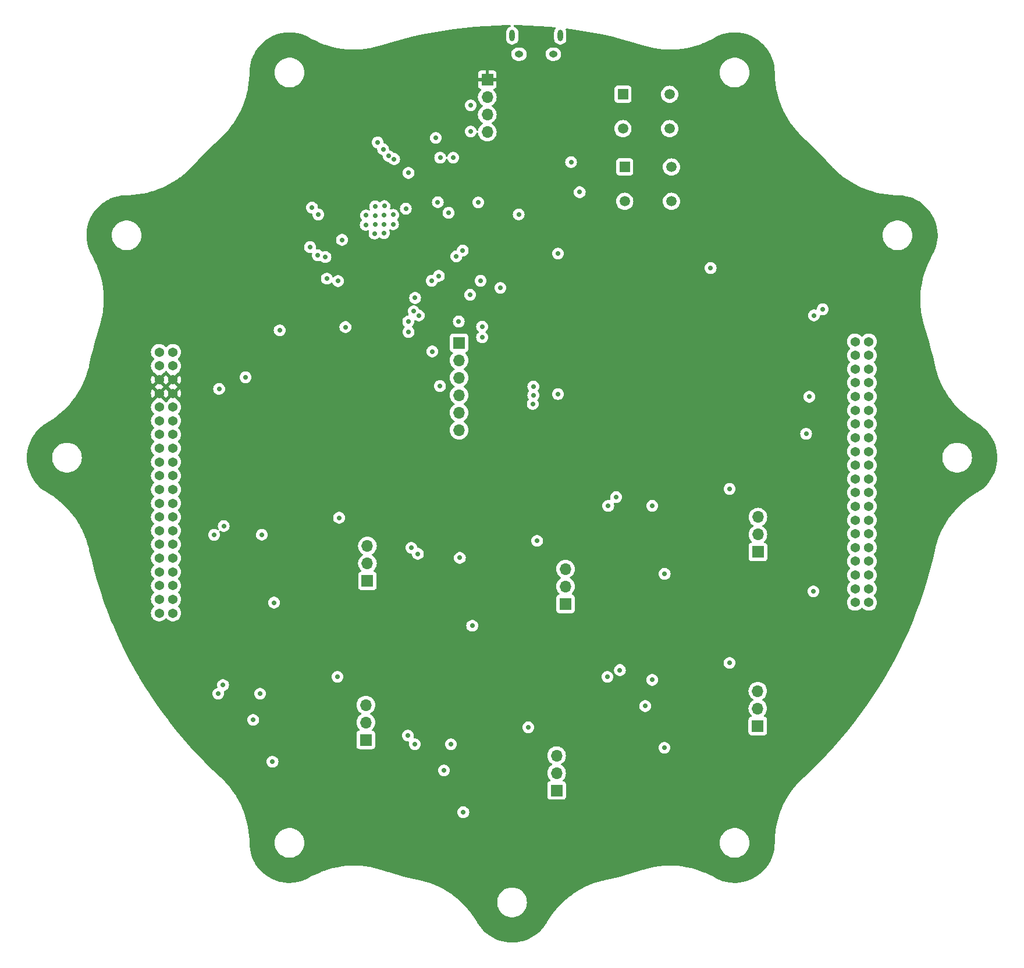
<source format=gbr>
%TF.GenerationSoftware,KiCad,Pcbnew,7.0.7*%
%TF.CreationDate,2024-03-26T11:25:22-07:00*%
%TF.ProjectId,Core-board,436f7265-2d62-46f6-9172-642e6b696361,rev?*%
%TF.SameCoordinates,Original*%
%TF.FileFunction,Copper,L3,Inr*%
%TF.FilePolarity,Positive*%
%FSLAX46Y46*%
G04 Gerber Fmt 4.6, Leading zero omitted, Abs format (unit mm)*
G04 Created by KiCad (PCBNEW 7.0.7) date 2024-03-26 11:25:22*
%MOMM*%
%LPD*%
G01*
G04 APERTURE LIST*
%TA.AperFunction,ComponentPad*%
%ADD10R,1.498000X1.498000*%
%TD*%
%TA.AperFunction,ComponentPad*%
%ADD11C,1.498000*%
%TD*%
%TA.AperFunction,ComponentPad*%
%ADD12O,0.775000X1.645000*%
%TD*%
%TA.AperFunction,ComponentPad*%
%ADD13O,1.250000X0.950000*%
%TD*%
%TA.AperFunction,ComponentPad*%
%ADD14R,1.700000X1.700000*%
%TD*%
%TA.AperFunction,ComponentPad*%
%ADD15O,1.700000X1.700000*%
%TD*%
%TA.AperFunction,HeatsinkPad*%
%ADD16C,0.700000*%
%TD*%
%TA.AperFunction,ComponentPad*%
%ADD17C,1.371600*%
%TD*%
%TA.AperFunction,ViaPad*%
%ADD18C,0.711200*%
%TD*%
G04 APERTURE END LIST*
D10*
%TO.N,GND*%
%TO.C,SW2*%
X146400000Y-46830000D03*
D11*
X153200000Y-46830000D03*
%TO.N,/ESP32-S3-WROOM-1-Breakout/BOOT*%
X146400000Y-51830000D03*
X153200000Y-51830000D03*
%TD*%
D10*
%TO.N,GND*%
%TO.C,SW1*%
X146140000Y-36245000D03*
D11*
X152940000Y-36245000D03*
%TO.N,/ESP32-S3-WROOM-1-Breakout/EN*%
X146140000Y-41245000D03*
X152940000Y-41245000D03*
%TD*%
D12*
%TO.N,GND*%
%TO.C,J11*%
X137015000Y-27700000D03*
D13*
X131015000Y-30400000D03*
X136015000Y-30400000D03*
D12*
X130015000Y-27700000D03*
%TD*%
D14*
%TO.N,/HX2_E+*%
%TO.C,J9*%
X137782500Y-110465000D03*
D15*
%TO.N,GND*%
X137782500Y-107925000D03*
%TO.N,/HX2_A+*%
X137782500Y-105385000D03*
%TD*%
D16*
%TO.N,GND*%
%TO.C,U10*%
X108704883Y-55264680D03*
X109991817Y-56537472D03*
X108754380Y-53885822D03*
X110062528Y-55179827D03*
X111363604Y-56480904D03*
X110083741Y-53899964D03*
X111370675Y-55172756D03*
X110076670Y-52563532D03*
X111384818Y-53857538D03*
X112685894Y-55158614D03*
X111427244Y-52528177D03*
X112714178Y-53800969D03*
%TD*%
D14*
%TO.N,/HX3_E+*%
%TO.C,J8*%
X165785000Y-102900000D03*
D15*
%TO.N,GND*%
X165785000Y-100360000D03*
%TO.N,/HX3_A+*%
X165785000Y-97820000D03*
%TD*%
D17*
%TO.N,+3.3V*%
%TO.C,J1*%
X78650000Y-73800000D03*
X80650000Y-73800000D03*
%TO.N,GND*%
X78650000Y-75800000D03*
X80650000Y-75800000D03*
%TO.N,+5V*%
X78650000Y-77800000D03*
X80650000Y-77800000D03*
X78650000Y-79800000D03*
X80650000Y-79800000D03*
%TO.N,GND*%
X78650000Y-81800000D03*
X80650000Y-81800000D03*
%TO.N,unconnected-(J1A-Pin_11-PadA11)*%
X78650000Y-83800000D03*
%TO.N,unconnected-(J1A-Pin_12-PadA12)*%
X80650000Y-83800000D03*
%TO.N,GND*%
X78650000Y-85800000D03*
X80650000Y-85800000D03*
%TO.N,unconnected-(J1A-Pin_15-PadA15)*%
X78650000Y-87800000D03*
%TO.N,unconnected-(J1A-Pin_16-PadA16)*%
X80650000Y-87800000D03*
%TO.N,GND*%
X78650000Y-89800000D03*
X80650000Y-89800000D03*
%TO.N,unconnected-(J1A-Pin_19-PadA19)*%
X78650000Y-91800000D03*
%TO.N,unconnected-(J1A-Pin_20-PadA20)*%
X80650000Y-91800000D03*
%TO.N,GND*%
X78650000Y-93800000D03*
X80650000Y-93800000D03*
%TO.N,unconnected-(J1A-Pin_23-PadA23)*%
X78650000Y-95800000D03*
%TO.N,unconnected-(J1A-Pin_24-PadA24)*%
X80650000Y-95800000D03*
%TO.N,GND*%
X78650000Y-97800000D03*
X80650000Y-97800000D03*
%TO.N,unconnected-(J1A-Pin_27-PadA27)*%
X78650000Y-99800000D03*
%TO.N,unconnected-(J1A-Pin_28-PadA28)*%
X80650000Y-99800000D03*
%TO.N,unconnected-(J1A-Pin_29-PadA29)*%
X78650000Y-101800000D03*
%TO.N,unconnected-(J1A-Pin_30-PadA30)*%
X80650000Y-101800000D03*
%TO.N,unconnected-(J1A-Pin_31-PadA31)*%
X78650000Y-103800000D03*
%TO.N,unconnected-(J1A-Pin_32-PadA32)*%
X80650000Y-103800000D03*
%TO.N,unconnected-(J1A-Pin_33-PadA33)*%
X78650000Y-105799900D03*
%TO.N,unconnected-(J1A-Pin_34-PadA34)*%
X80650000Y-105799900D03*
%TO.N,unconnected-(J1A-Pin_35-PadA35)*%
X78650000Y-107799900D03*
%TO.N,unconnected-(J1A-Pin_36-PadA36)*%
X80650000Y-107799900D03*
%TO.N,unconnected-(J1A-Pin_37-PadA37)*%
X78650000Y-109799900D03*
%TO.N,unconnected-(J1A-Pin_38-PadA38)*%
X80650000Y-109799900D03*
%TO.N,unconnected-(J1A-Pin_39-PadA39)*%
X78650000Y-111799900D03*
%TO.N,unconnected-(J1A-Pin_40-PadA40)*%
X80650000Y-111799900D03*
%TO.N,/I2C_SDA*%
X179920000Y-72263169D03*
%TO.N,/SPI_CLK*%
X181920000Y-72263169D03*
%TO.N,/I2C_SCL*%
X179920000Y-74263169D03*
%TO.N,/SPI_MISO*%
X181920000Y-74263169D03*
%TO.N,GND*%
X179920000Y-76263169D03*
%TO.N,/SPI_MOSI*%
X181920000Y-76263169D03*
%TO.N,/PYRO1EN*%
X179920000Y-78263169D03*
%TO.N,GND*%
X181920000Y-78263169D03*
X179920000Y-80263069D03*
%TO.N,/TC1_CS*%
X181920000Y-80263069D03*
%TO.N,/HX1_E+*%
X179920000Y-82263069D03*
%TO.N,/TC2_CS*%
X181920000Y-82263069D03*
%TO.N,GND*%
X179920000Y-84263069D03*
%TO.N,/TC3_CS*%
X181920000Y-84263069D03*
%TO.N,/HX1_A+*%
X179920000Y-86263069D03*
%TO.N,/TC4_CS*%
X181920000Y-86263069D03*
%TO.N,GND*%
X179920000Y-88263069D03*
X181920000Y-88263069D03*
%TO.N,/HX2_E+*%
X179920000Y-90263069D03*
%TO.N,/PYRO2EN*%
X181920000Y-90263069D03*
%TO.N,GND*%
X179920000Y-92263069D03*
%TO.N,/PYRO3EN*%
X181920000Y-92263069D03*
%TO.N,/HX2_A+*%
X179920000Y-94263069D03*
%TO.N,/PYRO4EN*%
X181920000Y-94263069D03*
%TO.N,GND*%
X179920000Y-96263069D03*
X181920000Y-96263069D03*
%TO.N,/HX3_E+*%
X179920000Y-98263069D03*
%TO.N,/HX5_E+*%
X181920000Y-98263069D03*
%TO.N,GND*%
X179920000Y-100263069D03*
X181920000Y-100263069D03*
%TO.N,/HX3_A+*%
X179920000Y-102263069D03*
%TO.N,/HX5_A+*%
X181920000Y-102263069D03*
%TO.N,GND*%
X179920000Y-104263069D03*
X181920000Y-104263069D03*
%TO.N,/HX4_E+*%
X179920000Y-106263069D03*
%TO.N,/HX6_E+*%
X181920000Y-106263069D03*
%TO.N,GND*%
X179920000Y-108263069D03*
X181920000Y-108263069D03*
%TO.N,/HX4_A+*%
X179920000Y-110263069D03*
%TO.N,/HX6_A+*%
X181920000Y-110263069D03*
%TD*%
D14*
%TO.N,/HX1_E+*%
%TO.C,J5*%
X108957500Y-107092000D03*
D15*
%TO.N,GND*%
X108957500Y-104552000D03*
%TO.N,/HX1_A+*%
X108957500Y-102012000D03*
%TD*%
D14*
%TO.N,/HX5_E+*%
%TO.C,J7*%
X136490000Y-137625000D03*
D15*
%TO.N,GND*%
X136490000Y-135085000D03*
%TO.N,/HX5_A+*%
X136490000Y-132545000D03*
%TD*%
D14*
%TO.N,/SPI_MOSI_BUF*%
%TO.C,J4*%
X122300000Y-72450000D03*
D15*
%TO.N,/SPI_MISO*%
X122300000Y-74990000D03*
%TO.N,/SPI_CLK_BUF*%
X122300000Y-77530000D03*
%TO.N,/SD_CS_BUF*%
X122300000Y-80070000D03*
%TO.N,+3.3V*%
X122300000Y-82610000D03*
%TO.N,GND*%
X122300000Y-85150000D03*
%TD*%
D14*
%TO.N,/HX6_E+*%
%TO.C,J2*%
X165765000Y-128240000D03*
D15*
%TO.N,GND*%
X165765000Y-125700000D03*
%TO.N,/HX6_A+*%
X165765000Y-123160000D03*
%TD*%
D14*
%TO.N,+5V*%
%TO.C,J3*%
X126400000Y-34120000D03*
D15*
%TO.N,/ESP32-S3-WROOM-1-Breakout/USB_D+*%
X126400000Y-36660000D03*
%TO.N,/ESP32-S3-WROOM-1-Breakout/USB_D-*%
X126400000Y-39200000D03*
%TO.N,GND*%
X126400000Y-41740000D03*
%TD*%
D14*
%TO.N,/HX4_E+*%
%TO.C,J6*%
X108725000Y-130265000D03*
D15*
%TO.N,GND*%
X108725000Y-127725000D03*
%TO.N,/HX4_A+*%
X108725000Y-125185000D03*
%TD*%
D18*
%TO.N,+5V*%
X134150000Y-37225000D03*
%TO.N,/ESP32-S3-WROOM-1-Breakout/USB_D+*%
X123990000Y-37860000D03*
X123990000Y-41670000D03*
%TO.N,GND*%
X118900000Y-42600000D03*
X91212500Y-77457500D03*
X161640000Y-119065000D03*
X133100000Y-78815000D03*
X150410553Y-96190000D03*
X96187500Y-70625000D03*
X152190000Y-131425000D03*
X122915000Y-140810000D03*
X93350553Y-123555000D03*
X95150000Y-133450000D03*
X121115553Y-130915000D03*
X124207500Y-113650000D03*
X133657500Y-101290000D03*
X110452373Y-43250000D03*
X152210000Y-106085000D03*
X104832500Y-97917000D03*
X132365000Y-128450000D03*
X87375000Y-79145000D03*
X95382500Y-110277000D03*
X138595000Y-46115000D03*
X100900000Y-52750000D03*
X150390553Y-121530000D03*
X104600000Y-121090000D03*
X93583053Y-100382000D03*
X161660000Y-93725000D03*
X118400000Y-73700000D03*
X122408053Y-103755000D03*
%TO.N,/ESP32-S3-WROOM-1-Breakout/BOOT*%
X139850000Y-50500000D03*
X125100000Y-52000000D03*
%TO.N,/ESP32-S3-WROOM-1-Breakout/EN*%
X112851847Y-45681765D03*
%TO.N,/ESP32-S3-WROOM-1-Breakout/USB_D+*%
X121450000Y-45480000D03*
X120750000Y-53500000D03*
%TO.N,/ESP32-S3-WROOM-1-Breakout/USB_D-*%
X119200000Y-51950000D03*
X119545000Y-45480000D03*
%TO.N,+5V*%
X93857500Y-106987000D03*
X150665000Y-128135000D03*
X87075000Y-83705000D03*
X150685000Y-102795000D03*
X121390000Y-137520000D03*
X93625000Y-130160000D03*
X122682500Y-110360000D03*
%TO.N,+3.3V*%
X136690000Y-59450000D03*
X149380000Y-125340000D03*
X120105000Y-134725000D03*
X136700000Y-79900000D03*
X92340000Y-127365000D03*
X101800000Y-53750000D03*
%TO.N,/I2C_SDA*%
X122250000Y-69350000D03*
X114900000Y-69350000D03*
%TO.N,/SPI_CLK*%
X119350000Y-62700000D03*
X116422700Y-68450000D03*
%TO.N,/I2C_SCL*%
X173950000Y-68450000D03*
%TO.N,/SPI_MISO*%
X125650000Y-70086100D03*
X125650000Y-71650000D03*
X123889448Y-65450000D03*
%TO.N,/SPI_MOSI*%
X175200000Y-67550000D03*
X118300000Y-63400000D03*
X115674936Y-67840493D03*
%TO.N,/PYRO1EN*%
X158900000Y-61550000D03*
%TO.N,/TC1_CS*%
X111248424Y-44250000D03*
%TO.N,/TC2_CS*%
X112050000Y-45250000D03*
%TO.N,/TC3_CS*%
X114950000Y-47700000D03*
%TO.N,/HX1_A+*%
X173250000Y-80300000D03*
%TO.N,/TC4_CS*%
X130975000Y-53735000D03*
%TO.N,/PYRO2EN*%
X122827601Y-59000000D03*
X128300000Y-64450000D03*
%TO.N,/PYRO3EN*%
X125431550Y-63400000D03*
X121900000Y-59850000D03*
%TO.N,/HX2_A+*%
X172800000Y-85700000D03*
%TO.N,/HX4_A+*%
X173850000Y-108650000D03*
%TO.N,/SPI_CLK_BUF*%
X119521998Y-78736998D03*
X133100000Y-80065000D03*
%TO.N,/SD_CS_BUF*%
X133020000Y-81345000D03*
%TO.N,/SD_CS*%
X115900000Y-65900000D03*
X114550000Y-52900000D03*
%TO.N,/HX_CLK*%
X87950000Y-122285000D03*
X88050000Y-99112000D03*
X145150000Y-94920000D03*
X115367900Y-102300000D03*
X145700000Y-120100000D03*
X105750000Y-70150000D03*
X114950000Y-70850000D03*
X114850000Y-129645000D03*
%TO.N,/HX6_DT*%
X104700000Y-63450000D03*
X143900000Y-121100000D03*
%TO.N,/HX1_DT*%
X86650000Y-100400000D03*
X100600000Y-58500000D03*
%TO.N,/HX2_DT*%
X101750000Y-59700000D03*
X116300000Y-103167100D03*
%TO.N,/HX3_DT*%
X144000000Y-96200000D03*
X102850000Y-59950000D03*
%TO.N,/HX4_DT*%
X87250000Y-123555000D03*
X105250000Y-57450000D03*
%TO.N,/HX5_DT*%
X115850000Y-130915000D03*
X103050000Y-63100000D03*
%TD*%
%TA.AperFunction,Conductor*%
%TO.N,+5V*%
G36*
X79217340Y-80015027D02*
G01*
X79228371Y-80024818D01*
X79648933Y-80445380D01*
X79651065Y-80445380D01*
X80069690Y-80026755D01*
X80131013Y-79993270D01*
X80200704Y-79998254D01*
X80254317Y-80037123D01*
X80335510Y-80138935D01*
X80335513Y-80138938D01*
X80407541Y-80188045D01*
X80451843Y-80242074D01*
X80459903Y-80311477D01*
X80429160Y-80374220D01*
X80425371Y-80378180D01*
X80000666Y-80802885D01*
X79978264Y-80820630D01*
X79932032Y-80849256D01*
X79932031Y-80849257D01*
X79769559Y-80997369D01*
X79748954Y-81024655D01*
X79692845Y-81066291D01*
X79623133Y-81070982D01*
X79561951Y-81037240D01*
X79551046Y-81024655D01*
X79530440Y-80997369D01*
X79367968Y-80849257D01*
X79367967Y-80849256D01*
X79321732Y-80820628D01*
X79299330Y-80802883D01*
X78877451Y-80381004D01*
X78843966Y-80319681D01*
X78848950Y-80249989D01*
X78890822Y-80194056D01*
X78908995Y-80183020D01*
X78910455Y-80182025D01*
X78910455Y-80182024D01*
X78910459Y-80182023D01*
X79011491Y-80088279D01*
X79033304Y-80050498D01*
X79083868Y-80002284D01*
X79152475Y-79989060D01*
X79217340Y-80015027D01*
G37*
%TD.AperFunction*%
%TA.AperFunction,Conductor*%
G36*
X79217340Y-78015027D02*
G01*
X79228371Y-78024818D01*
X79648933Y-78445380D01*
X79651065Y-78445380D01*
X80069690Y-78026755D01*
X80131013Y-77993270D01*
X80200704Y-77998254D01*
X80254317Y-78037123D01*
X80335510Y-78138935D01*
X80335513Y-78138938D01*
X80407541Y-78188045D01*
X80451843Y-78242074D01*
X80459903Y-78311477D01*
X80429160Y-78374220D01*
X80425371Y-78378180D01*
X80005724Y-78797826D01*
X80005724Y-78802171D01*
X80422548Y-79218995D01*
X80456033Y-79280318D01*
X80451049Y-79350010D01*
X80409177Y-79405943D01*
X80391002Y-79416980D01*
X80389544Y-79417974D01*
X80288509Y-79511721D01*
X80288504Y-79511727D01*
X80266695Y-79549501D01*
X80216128Y-79597716D01*
X80147520Y-79610938D01*
X80082656Y-79584970D01*
X80071628Y-79575181D01*
X79651065Y-79154618D01*
X79648932Y-79154618D01*
X79230308Y-79573243D01*
X79168985Y-79606728D01*
X79099294Y-79601744D01*
X79045680Y-79562875D01*
X78995785Y-79500309D01*
X78964487Y-79461063D01*
X78964486Y-79461062D01*
X78964485Y-79461061D01*
X78964484Y-79461060D01*
X78892456Y-79411952D01*
X78848154Y-79357923D01*
X78840096Y-79288520D01*
X78870838Y-79225777D01*
X78874627Y-79221818D01*
X79294269Y-78802175D01*
X79294269Y-78797821D01*
X78877451Y-78381004D01*
X78843966Y-78319681D01*
X78848950Y-78249990D01*
X78890821Y-78194056D01*
X78908996Y-78183020D01*
X78910455Y-78182025D01*
X78910455Y-78182024D01*
X78910459Y-78182023D01*
X79011491Y-78088279D01*
X79033304Y-78050498D01*
X79083868Y-78002284D01*
X79152475Y-77989060D01*
X79217340Y-78015027D01*
G37*
%TD.AperFunction*%
%TA.AperFunction,Conductor*%
G36*
X79738048Y-76562758D02*
G01*
X79748948Y-76575337D01*
X79769558Y-76602629D01*
X79932032Y-76750743D01*
X79932037Y-76750746D01*
X79932040Y-76750748D01*
X79978264Y-76779369D01*
X80000668Y-76797115D01*
X80422548Y-77218995D01*
X80456033Y-77280318D01*
X80451049Y-77350010D01*
X80409177Y-77405943D01*
X80391002Y-77416980D01*
X80389544Y-77417974D01*
X80288509Y-77511721D01*
X80288504Y-77511727D01*
X80266695Y-77549501D01*
X80216128Y-77597716D01*
X80147520Y-77610938D01*
X80082656Y-77584970D01*
X80071628Y-77575181D01*
X79651065Y-77154618D01*
X79648932Y-77154618D01*
X79230308Y-77573243D01*
X79168985Y-77606728D01*
X79099294Y-77601744D01*
X79045680Y-77562875D01*
X78964485Y-77461061D01*
X78964484Y-77461060D01*
X78892456Y-77411952D01*
X78848154Y-77357923D01*
X78840096Y-77288520D01*
X78870838Y-77225777D01*
X78874627Y-77221818D01*
X79299331Y-76797114D01*
X79321726Y-76779374D01*
X79367968Y-76750743D01*
X79530442Y-76602629D01*
X79551046Y-76575343D01*
X79607153Y-76533709D01*
X79676865Y-76529016D01*
X79738048Y-76562758D01*
G37*
%TD.AperFunction*%
%TA.AperFunction,Conductor*%
G36*
X129762441Y-26195306D02*
G01*
X129808196Y-26248110D01*
X129818140Y-26317268D01*
X129789115Y-26380824D01*
X129743950Y-26410765D01*
X129745019Y-26413166D01*
X129568555Y-26491733D01*
X129568550Y-26491736D01*
X129417540Y-26601451D01*
X129417533Y-26601457D01*
X129292635Y-26740173D01*
X129199302Y-26901830D01*
X129141622Y-27079354D01*
X129141621Y-27079356D01*
X129126999Y-27218470D01*
X129126999Y-28181529D01*
X129141621Y-28320643D01*
X129141622Y-28320645D01*
X129193789Y-28481202D01*
X129199303Y-28498171D01*
X129292636Y-28659828D01*
X129309074Y-28678084D01*
X129417533Y-28798542D01*
X129417536Y-28798544D01*
X129417539Y-28798547D01*
X129568550Y-28908263D01*
X129568554Y-28908266D01*
X129739077Y-28984188D01*
X129739082Y-28984190D01*
X129921667Y-29023000D01*
X130108333Y-29023000D01*
X130290918Y-28984190D01*
X130461445Y-28908266D01*
X130612461Y-28798547D01*
X130613148Y-28797785D01*
X130639522Y-28768492D01*
X130737364Y-28659828D01*
X130830697Y-28498171D01*
X130888379Y-28320642D01*
X130903000Y-28181534D01*
X130903000Y-27218466D01*
X130888379Y-27079358D01*
X130830697Y-26901829D01*
X130737364Y-26740172D01*
X130686337Y-26683501D01*
X130612466Y-26601457D01*
X130612463Y-26601455D01*
X130612462Y-26601454D01*
X130612461Y-26601453D01*
X130461446Y-26491734D01*
X130461445Y-26491733D01*
X130284981Y-26413166D01*
X130286122Y-26410603D01*
X130238614Y-26378126D01*
X130211408Y-26313771D01*
X130223314Y-26244923D01*
X130270552Y-26193441D01*
X130334598Y-26175621D01*
X130782353Y-26175621D01*
X132332469Y-26213787D01*
X133881176Y-26290096D01*
X135427535Y-26404502D01*
X136255458Y-26486288D01*
X136320235Y-26512466D01*
X136360578Y-26569512D01*
X136363675Y-26639313D01*
X136335418Y-26692656D01*
X136292634Y-26740173D01*
X136199302Y-26901830D01*
X136141622Y-27079354D01*
X136141621Y-27079356D01*
X136141620Y-27079358D01*
X136141621Y-27079358D01*
X136127000Y-27218466D01*
X136127000Y-28181534D01*
X136139184Y-28297457D01*
X136141621Y-28320643D01*
X136141622Y-28320645D01*
X136193789Y-28481202D01*
X136199303Y-28498171D01*
X136292636Y-28659828D01*
X136309074Y-28678084D01*
X136417533Y-28798542D01*
X136417536Y-28798544D01*
X136417539Y-28798547D01*
X136568550Y-28908263D01*
X136568554Y-28908266D01*
X136739077Y-28984188D01*
X136739082Y-28984190D01*
X136921667Y-29023000D01*
X137108333Y-29023000D01*
X137290918Y-28984190D01*
X137461445Y-28908266D01*
X137612461Y-28798547D01*
X137613148Y-28797785D01*
X137639522Y-28768492D01*
X137737364Y-28659828D01*
X137830697Y-28498171D01*
X137888379Y-28320642D01*
X137903000Y-28181534D01*
X137903000Y-27218466D01*
X137888379Y-27079358D01*
X137830697Y-26901829D01*
X137806903Y-26860618D01*
X137790431Y-26792719D01*
X137813284Y-26726692D01*
X137868205Y-26683501D01*
X137929513Y-26675557D01*
X138509466Y-26747302D01*
X140043169Y-26975490D01*
X141570792Y-27241358D01*
X143091407Y-27544747D01*
X144604094Y-27885473D01*
X146107937Y-28263328D01*
X147602023Y-28678084D01*
X149084538Y-29129212D01*
X149085444Y-29129500D01*
X149085444Y-29129501D01*
X149405889Y-29231344D01*
X150056485Y-29401498D01*
X150437662Y-29480318D01*
X150715039Y-29537675D01*
X151379747Y-29639501D01*
X151379757Y-29639502D01*
X152048869Y-29706711D01*
X152720566Y-29739118D01*
X152720573Y-29739117D01*
X152720574Y-29739118D01*
X153393047Y-29736636D01*
X154064481Y-29699273D01*
X154733080Y-29627128D01*
X154733079Y-29627128D01*
X155397033Y-29520396D01*
X155397034Y-29520396D01*
X156054563Y-29379364D01*
X156703874Y-29204415D01*
X156703875Y-29204415D01*
X157343259Y-28996011D01*
X157790822Y-28823968D01*
X157970953Y-28754726D01*
X158585291Y-28481201D01*
X159184613Y-28176174D01*
X159184615Y-28176173D01*
X159471309Y-28010995D01*
X159475956Y-28008318D01*
X159568439Y-27959882D01*
X159890141Y-27791400D01*
X159894620Y-27789281D01*
X160322596Y-27607346D01*
X160327247Y-27605586D01*
X160768463Y-27458647D01*
X160773237Y-27457269D01*
X160934933Y-27417528D01*
X161224851Y-27346275D01*
X161229711Y-27345286D01*
X161688795Y-27270958D01*
X161693691Y-27270366D01*
X162157275Y-27233188D01*
X162162238Y-27232991D01*
X162627290Y-27233202D01*
X162632230Y-27233404D01*
X163095384Y-27270973D01*
X163095754Y-27271003D01*
X163100705Y-27271605D01*
X163559686Y-27346344D01*
X163564569Y-27347343D01*
X164016063Y-27458743D01*
X164020856Y-27460133D01*
X164461929Y-27607469D01*
X164466569Y-27609229D01*
X164894384Y-27791555D01*
X164898877Y-27793688D01*
X165310639Y-28009814D01*
X165314953Y-28012304D01*
X165708011Y-28260838D01*
X165712111Y-28263668D01*
X166083895Y-28542982D01*
X166087761Y-28546137D01*
X166166948Y-28616265D01*
X166435906Y-28854455D01*
X166439492Y-28857898D01*
X166487895Y-28908266D01*
X166761713Y-29193198D01*
X166765023Y-29196932D01*
X167059243Y-29557049D01*
X167062239Y-29561033D01*
X167326553Y-29943637D01*
X167329216Y-29947845D01*
X167561919Y-30350470D01*
X167564241Y-30354888D01*
X167763821Y-30774918D01*
X167765779Y-30779505D01*
X167930942Y-31214211D01*
X167932520Y-31218930D01*
X168062197Y-31665502D01*
X168063395Y-31670347D01*
X168156752Y-32125912D01*
X168157557Y-32130837D01*
X168213985Y-32592426D01*
X168214391Y-32597400D01*
X168233552Y-33062603D01*
X168233859Y-33400768D01*
X168269362Y-34072304D01*
X168339652Y-34741082D01*
X168339652Y-34741083D01*
X168444546Y-35405348D01*
X168460202Y-35479337D01*
X168583754Y-36063254D01*
X168680038Y-36424592D01*
X168756904Y-36713058D01*
X168958632Y-37337834D01*
X168963531Y-37353005D01*
X169088578Y-37681022D01*
X169203076Y-37981370D01*
X169228532Y-38038974D01*
X169432139Y-38499711D01*
X169474903Y-38596479D01*
X169778263Y-39196639D01*
X170112342Y-39780243D01*
X170476261Y-40345755D01*
X170634707Y-40565965D01*
X170869021Y-40891617D01*
X170869023Y-40891620D01*
X171219543Y-41328994D01*
X171289569Y-41416371D01*
X171384607Y-41523103D01*
X171736768Y-41918599D01*
X171736769Y-41918599D01*
X171736772Y-41918602D01*
X172209427Y-42396957D01*
X172247095Y-42431315D01*
X172432030Y-42600001D01*
X172457848Y-42623551D01*
X172755251Y-42899875D01*
X173305203Y-43410848D01*
X174137960Y-44213571D01*
X174955838Y-45031449D01*
X175758561Y-45864207D01*
X176544872Y-46710501D01*
X176545847Y-46711570D01*
X176545847Y-46711571D01*
X176681679Y-46860489D01*
X176772440Y-46959994D01*
X177250786Y-47432645D01*
X177250786Y-47432644D01*
X177250793Y-47432651D01*
X177653039Y-47790827D01*
X177753024Y-47879858D01*
X178277764Y-48300397D01*
X178277764Y-48300398D01*
X178823639Y-48693168D01*
X179389152Y-49057088D01*
X179972757Y-49391168D01*
X180572918Y-49694528D01*
X180572926Y-49694531D01*
X180572931Y-49694534D01*
X180867795Y-49824839D01*
X181188028Y-49966355D01*
X181816395Y-50205899D01*
X182456344Y-50412523D01*
X183106139Y-50585670D01*
X183106138Y-50585669D01*
X183106141Y-50585669D01*
X183106150Y-50585672D01*
X183764063Y-50724877D01*
X184428313Y-50829765D01*
X184428319Y-50829765D01*
X184428328Y-50829767D01*
X185097106Y-50900052D01*
X185768662Y-50935551D01*
X185768661Y-50935550D01*
X186035383Y-50935788D01*
X186035387Y-50935790D01*
X186060019Y-50935811D01*
X186060020Y-50935812D01*
X186102675Y-50935849D01*
X186104101Y-50935851D01*
X186104158Y-50935851D01*
X186104890Y-50935852D01*
X186104896Y-50935852D01*
X186104969Y-50935855D01*
X186105941Y-50936141D01*
X186107444Y-50935957D01*
X186151266Y-50937760D01*
X186572050Y-50955078D01*
X186576971Y-50955480D01*
X186942345Y-51000136D01*
X187038580Y-51011898D01*
X187043506Y-51012702D01*
X187499066Y-51106047D01*
X187503890Y-51107238D01*
X187950504Y-51236917D01*
X187955196Y-51238486D01*
X188382986Y-51401011D01*
X188389922Y-51403646D01*
X188394513Y-51405605D01*
X188814546Y-51605177D01*
X188818964Y-51607499D01*
X189221593Y-51840197D01*
X189225763Y-51842836D01*
X189608395Y-52107161D01*
X189612384Y-52110161D01*
X189972504Y-52404376D01*
X189976239Y-52407687D01*
X190311535Y-52729900D01*
X190314991Y-52733500D01*
X190623297Y-53081626D01*
X190626453Y-53085492D01*
X190905776Y-53457287D01*
X190908610Y-53461394D01*
X191144051Y-53833741D01*
X191154410Y-53850125D01*
X191157132Y-53854429D01*
X191159627Y-53858751D01*
X191222624Y-53978772D01*
X191368120Y-54255973D01*
X191375747Y-54270503D01*
X191377886Y-54275011D01*
X191560204Y-54702809D01*
X191561974Y-54707476D01*
X191611413Y-54855481D01*
X191708847Y-55147169D01*
X191709304Y-55148535D01*
X191710693Y-55153329D01*
X191822087Y-55604817D01*
X191823086Y-55609707D01*
X191897820Y-56068681D01*
X191898423Y-56073635D01*
X191928697Y-56446907D01*
X191931454Y-56480904D01*
X191936015Y-56537133D01*
X191936218Y-56542120D01*
X191936421Y-57007145D01*
X191936222Y-57012132D01*
X191899040Y-57475660D01*
X191898442Y-57480615D01*
X191824110Y-57939666D01*
X191823114Y-57944556D01*
X191712116Y-58396143D01*
X191710731Y-58400938D01*
X191563791Y-58842123D01*
X191562025Y-58846790D01*
X191380085Y-59274744D01*
X191377949Y-59279255D01*
X191160218Y-59694962D01*
X190993233Y-59984795D01*
X190919854Y-60128974D01*
X190688209Y-60584118D01*
X190589376Y-60806100D01*
X190459271Y-61098321D01*
X190414687Y-61198457D01*
X190173401Y-61826158D01*
X190173401Y-61826157D01*
X190155423Y-61881315D01*
X189965003Y-62465531D01*
X189965000Y-62465541D01*
X189965000Y-62465542D01*
X189790055Y-63114847D01*
X189649024Y-63772376D01*
X189649024Y-63772377D01*
X189542293Y-64436329D01*
X189470149Y-65104927D01*
X189470149Y-65104926D01*
X189432787Y-65776361D01*
X189431631Y-66089709D01*
X189430305Y-66448842D01*
X189462713Y-67120538D01*
X189510259Y-67593900D01*
X189529922Y-67789660D01*
X189631748Y-68454367D01*
X189674099Y-68659178D01*
X189767924Y-69112920D01*
X189876737Y-69528975D01*
X189938077Y-69763516D01*
X190038595Y-70079797D01*
X190038597Y-70079800D01*
X190039872Y-70083809D01*
X190380102Y-71189458D01*
X190699930Y-72301015D01*
X190699931Y-72301015D01*
X190999296Y-73418257D01*
X191278096Y-74540808D01*
X191536166Y-75667977D01*
X191536235Y-75668288D01*
X191536622Y-75670051D01*
X191548162Y-75722675D01*
X191548221Y-75722863D01*
X191608277Y-75996718D01*
X191672389Y-76230379D01*
X191786213Y-76645221D01*
X191996458Y-77280318D01*
X191997556Y-77283633D01*
X192241731Y-77910215D01*
X192518081Y-78523287D01*
X192825862Y-79121198D01*
X192963702Y-79357923D01*
X193164245Y-79702336D01*
X193530968Y-80263069D01*
X193532322Y-80265140D01*
X193927552Y-80805975D01*
X193929093Y-80808083D01*
X193929093Y-80808084D01*
X193929098Y-80808090D01*
X194353506Y-81329726D01*
X194804403Y-81828644D01*
X195177891Y-82201099D01*
X195280579Y-82303503D01*
X195280578Y-82303502D01*
X195359672Y-82374586D01*
X195780738Y-82753013D01*
X196303548Y-83175975D01*
X196303556Y-83175981D01*
X196303560Y-83175984D01*
X196467367Y-83294996D01*
X196847595Y-83571246D01*
X196966433Y-83648498D01*
X197249781Y-83832692D01*
X197411414Y-83937763D01*
X197636061Y-84067733D01*
X197663611Y-84083672D01*
X197702440Y-84106138D01*
X197818249Y-84179514D01*
X198097370Y-84356365D01*
X198101474Y-84359203D01*
X198473012Y-84638867D01*
X198476875Y-84642026D01*
X198756643Y-84890251D01*
X198824709Y-84950642D01*
X198828305Y-84954101D01*
X199150219Y-85289698D01*
X199153522Y-85293431D01*
X199447407Y-85653816D01*
X199447412Y-85653821D01*
X199450399Y-85657801D01*
X199570979Y-85832689D01*
X199714358Y-86040646D01*
X199717023Y-86044865D01*
X199949353Y-86447700D01*
X199951671Y-86452120D01*
X200150859Y-86872321D01*
X200152810Y-86876903D01*
X200245971Y-87122783D01*
X200317571Y-87311758D01*
X200319150Y-87316492D01*
X200448420Y-87763198D01*
X200449612Y-87768037D01*
X200505931Y-88044153D01*
X200542547Y-88223675D01*
X200543345Y-88228594D01*
X200547528Y-88263069D01*
X200599349Y-88690226D01*
X200599750Y-88695200D01*
X200618459Y-89159854D01*
X200618459Y-89164844D01*
X200599750Y-89629498D01*
X200599349Y-89634472D01*
X200543347Y-90096098D01*
X200542547Y-90101024D01*
X200449614Y-90556654D01*
X200448420Y-90561500D01*
X200319150Y-91008205D01*
X200317571Y-91012940D01*
X200152814Y-91447786D01*
X200150859Y-91452378D01*
X199951672Y-91872578D01*
X199949354Y-91876998D01*
X199717023Y-92279833D01*
X199714358Y-92284052D01*
X199450408Y-92666885D01*
X199447412Y-92670877D01*
X199153525Y-93031263D01*
X199150218Y-93035000D01*
X198828307Y-93370597D01*
X198824710Y-93374057D01*
X198476875Y-93682673D01*
X198473011Y-93685833D01*
X198101477Y-93965495D01*
X198097372Y-93968334D01*
X197702453Y-94218552D01*
X197677767Y-94232835D01*
X197677765Y-94232836D01*
X197663611Y-94241026D01*
X197663610Y-94241026D01*
X197411414Y-94386937D01*
X196847596Y-94753454D01*
X196847589Y-94753459D01*
X196847588Y-94753459D01*
X196472706Y-95025827D01*
X196303549Y-95148727D01*
X195780741Y-95571689D01*
X195479336Y-95842572D01*
X195280570Y-96021209D01*
X195280571Y-96021209D01*
X194804406Y-96496058D01*
X194395422Y-96948599D01*
X194353504Y-96994981D01*
X193929095Y-97516617D01*
X193841932Y-97635892D01*
X193532323Y-98059561D01*
X193532322Y-98059562D01*
X193174931Y-98606026D01*
X193164246Y-98622363D01*
X192825860Y-99203501D01*
X192825852Y-99203516D01*
X192825852Y-99203515D01*
X192518076Y-99801412D01*
X192241723Y-100414483D01*
X191997547Y-101041062D01*
X191786203Y-101679467D01*
X191668431Y-102108685D01*
X191608260Y-102327978D01*
X191539465Y-102641681D01*
X191536248Y-102656349D01*
X191185451Y-104166796D01*
X190797598Y-105668091D01*
X190372909Y-107159384D01*
X189911642Y-108639773D01*
X189414077Y-110108359D01*
X188880515Y-111564253D01*
X188311279Y-113006573D01*
X187706715Y-114434445D01*
X187067188Y-115847004D01*
X186393086Y-117243393D01*
X185684818Y-118622767D01*
X184942813Y-119984290D01*
X184167520Y-121327137D01*
X183359409Y-122650493D01*
X182518971Y-123953559D01*
X181646713Y-125235542D01*
X180743164Y-126495668D01*
X179808873Y-127733172D01*
X178844405Y-128947305D01*
X177850345Y-130137330D01*
X176827295Y-131302528D01*
X175775874Y-132442190D01*
X174696721Y-133555628D01*
X173590488Y-134642167D01*
X172459936Y-135699192D01*
X172209401Y-135927715D01*
X171736743Y-136406073D01*
X171604260Y-136554857D01*
X171289542Y-136908303D01*
X171289540Y-136908305D01*
X170868986Y-137433067D01*
X170476235Y-137978922D01*
X170476234Y-137978922D01*
X170112315Y-138544436D01*
X169778242Y-139128033D01*
X169778241Y-139128033D01*
X169778233Y-139128049D01*
X169474872Y-139728216D01*
X169203053Y-140343313D01*
X168963509Y-140971682D01*
X168756885Y-141611631D01*
X168583738Y-142261438D01*
X168444533Y-142919352D01*
X168354986Y-143486449D01*
X168339643Y-143583616D01*
X168269358Y-144252394D01*
X168269358Y-144252397D01*
X168233859Y-144923939D01*
X168233859Y-144923949D01*
X168233858Y-144923949D01*
X168233562Y-145254821D01*
X168233556Y-145260187D01*
X168214322Y-145727302D01*
X168213917Y-145732276D01*
X168157493Y-146193862D01*
X168156689Y-146198788D01*
X168063338Y-146654348D01*
X168062140Y-146659193D01*
X167932468Y-147105758D01*
X167930885Y-147110490D01*
X167765727Y-147545200D01*
X167763768Y-147549791D01*
X167564196Y-147969811D01*
X167561875Y-147974229D01*
X167329179Y-148376845D01*
X167326510Y-148381062D01*
X167062199Y-148763668D01*
X167059199Y-148767657D01*
X166914026Y-148945349D01*
X166771096Y-149120295D01*
X166764995Y-149127762D01*
X166761684Y-149131497D01*
X166439464Y-149466798D01*
X166435864Y-149470254D01*
X166087739Y-149778559D01*
X166083873Y-149781715D01*
X165712078Y-150061038D01*
X165707971Y-150063872D01*
X165314942Y-150312390D01*
X165310620Y-150314886D01*
X164898855Y-150531015D01*
X164894346Y-150533155D01*
X164466570Y-150715467D01*
X164461904Y-150717237D01*
X164020827Y-150864575D01*
X164016033Y-150865965D01*
X163564565Y-150977360D01*
X163559675Y-150978360D01*
X163100693Y-151053099D01*
X163095740Y-151053702D01*
X162632242Y-151091300D01*
X162627256Y-151091503D01*
X162162231Y-151091714D01*
X162157244Y-151091516D01*
X162009966Y-151079704D01*
X161693706Y-151054340D01*
X161688761Y-151053742D01*
X161573238Y-151035038D01*
X161229709Y-150979419D01*
X161224829Y-150978426D01*
X160773244Y-150867438D01*
X160768450Y-150866054D01*
X160445936Y-150758646D01*
X160327253Y-150719120D01*
X160322586Y-150717355D01*
X159894623Y-150535423D01*
X159890112Y-150533288D01*
X159478280Y-150317601D01*
X159477587Y-150316932D01*
X159475377Y-150316047D01*
X159437074Y-150293980D01*
X159437073Y-150293979D01*
X159427857Y-150288670D01*
X159427818Y-150288651D01*
X159184611Y-150148528D01*
X158744335Y-149924452D01*
X158585287Y-149843505D01*
X158108912Y-149631407D01*
X157970954Y-149569984D01*
X157970953Y-149569984D01*
X157970949Y-149569982D01*
X157343248Y-149328696D01*
X157343249Y-149328696D01*
X157112535Y-149253497D01*
X156703876Y-149120298D01*
X156703835Y-149120287D01*
X156054560Y-148945349D01*
X155397032Y-148804318D01*
X155397031Y-148804318D01*
X154733079Y-148697587D01*
X154064481Y-148625443D01*
X153393047Y-148588080D01*
X152720575Y-148585598D01*
X152720574Y-148585598D01*
X152720567Y-148585598D01*
X152048870Y-148618005D01*
X151394528Y-148683729D01*
X151379749Y-148685214D01*
X150715042Y-148787039D01*
X150395564Y-148853101D01*
X150056489Y-148923215D01*
X149405893Y-149093367D01*
X149405894Y-149093367D01*
X149128216Y-149181616D01*
X149099040Y-149190888D01*
X149085448Y-149195208D01*
X147979951Y-149535393D01*
X146868394Y-149855221D01*
X145751152Y-150154586D01*
X144628602Y-150433386D01*
X143501536Y-150691433D01*
X143501122Y-150691524D01*
X143501121Y-150691524D01*
X143500608Y-150691636D01*
X143500267Y-150691711D01*
X143447240Y-150703340D01*
X143446918Y-150703439D01*
X143172698Y-150763575D01*
X143172695Y-150763575D01*
X143172694Y-150763576D01*
X143064902Y-150793152D01*
X142524190Y-150941512D01*
X141885790Y-151152850D01*
X141885789Y-151152850D01*
X141648466Y-151245332D01*
X141259197Y-151397028D01*
X141106837Y-151465706D01*
X140646126Y-151673376D01*
X140646127Y-151673376D01*
X140646125Y-151673377D01*
X140048214Y-151981158D01*
X139734242Y-152163977D01*
X139467076Y-152319541D01*
X139249643Y-152461743D01*
X138904272Y-152687617D01*
X138528518Y-152962209D01*
X138361328Y-153084387D01*
X138361327Y-153084387D01*
X137839691Y-153508793D01*
X137340774Y-153959688D01*
X137340775Y-153959688D01*
X137340767Y-153959695D01*
X136865918Y-154435860D01*
X136865918Y-154435859D01*
X136865912Y-154435866D01*
X136416398Y-154936029D01*
X135993435Y-155458838D01*
X135962027Y-155502068D01*
X135598168Y-156002876D01*
X135231648Y-156566701D01*
X135231648Y-156566702D01*
X135085525Y-156819265D01*
X135063269Y-156857730D01*
X134813043Y-157252660D01*
X134810204Y-157256765D01*
X134530542Y-157628299D01*
X134527382Y-157632163D01*
X134218766Y-157979998D01*
X134215307Y-157983594D01*
X133879710Y-158305506D01*
X133875973Y-158308813D01*
X133515587Y-158602700D01*
X133511595Y-158605696D01*
X133128762Y-158869646D01*
X133124543Y-158872311D01*
X132721699Y-159104647D01*
X132717287Y-159106960D01*
X132459942Y-159228949D01*
X132297098Y-159306143D01*
X132292506Y-159308098D01*
X131857650Y-159472859D01*
X131852916Y-159474438D01*
X131406210Y-159603708D01*
X131401364Y-159604902D01*
X130945734Y-159697835D01*
X130940811Y-159698634D01*
X130732266Y-159723934D01*
X130479182Y-159754637D01*
X130474208Y-159755038D01*
X130009555Y-159773747D01*
X130004565Y-159773747D01*
X129539911Y-159755038D01*
X129534937Y-159754637D01*
X129465169Y-159746173D01*
X129073304Y-159698633D01*
X129068387Y-159697835D01*
X128612748Y-159604900D01*
X128607909Y-159603708D01*
X128161203Y-159474438D01*
X128156469Y-159472859D01*
X127721613Y-159308098D01*
X127717021Y-159306143D01*
X127296822Y-159106955D01*
X127292420Y-159104647D01*
X126889576Y-158872311D01*
X126885357Y-158869646D01*
X126703852Y-158744504D01*
X126502512Y-158605687D01*
X126498539Y-158602705D01*
X126338990Y-158472597D01*
X126138146Y-158308813D01*
X126134409Y-158305506D01*
X125798812Y-157983594D01*
X125795353Y-157979998D01*
X125486724Y-157632148D01*
X125483587Y-157628311D01*
X125203912Y-157256762D01*
X125201085Y-157252674D01*
X124951053Y-156858052D01*
X124928612Y-156819264D01*
X124782487Y-156566695D01*
X124779568Y-156562205D01*
X124415971Y-156002877D01*
X124415970Y-156002875D01*
X124020698Y-155458827D01*
X123597735Y-154936017D01*
X123220559Y-154516342D01*
X123148215Y-154435846D01*
X123148215Y-154435847D01*
X122673365Y-153959681D01*
X122643122Y-153932349D01*
X127842514Y-153932349D01*
X127862674Y-154227082D01*
X127922781Y-154516339D01*
X127922782Y-154516342D01*
X128021712Y-154794702D01*
X128021711Y-154794702D01*
X128157630Y-155057013D01*
X128157634Y-155057019D01*
X128327994Y-155298365D01*
X128529645Y-155514280D01*
X128758802Y-155700713D01*
X128758805Y-155700715D01*
X128758809Y-155700718D01*
X128891230Y-155781245D01*
X129011229Y-155854218D01*
X129196292Y-155934602D01*
X129282198Y-155971916D01*
X129566670Y-156051622D01*
X129823979Y-156086987D01*
X129859345Y-156091849D01*
X129859346Y-156091849D01*
X130154775Y-156091849D01*
X130186328Y-156087512D01*
X130447450Y-156051622D01*
X130731922Y-155971916D01*
X131002892Y-155854217D01*
X131255311Y-155700718D01*
X131484478Y-155514277D01*
X131686123Y-155298368D01*
X131856490Y-155057012D01*
X131992406Y-154794706D01*
X132091339Y-154516337D01*
X132151445Y-154227088D01*
X132171606Y-153932349D01*
X132151445Y-153637610D01*
X132091339Y-153348361D01*
X131992407Y-153069995D01*
X131992408Y-153069995D01*
X131856489Y-152807684D01*
X131856485Y-152807678D01*
X131686125Y-152566332D01*
X131618908Y-152494360D01*
X131484478Y-152350421D01*
X131484476Y-152350420D01*
X131484474Y-152350417D01*
X131255317Y-152163984D01*
X131255306Y-152163977D01*
X131002890Y-152010479D01*
X130731925Y-151892783D01*
X130731923Y-151892782D01*
X130731922Y-151892782D01*
X130650990Y-151870105D01*
X130447455Y-151813077D01*
X130447451Y-151813076D01*
X130447450Y-151813076D01*
X130301111Y-151792962D01*
X130154775Y-151772849D01*
X130154774Y-151772849D01*
X129859346Y-151772849D01*
X129859345Y-151772849D01*
X129566670Y-151813076D01*
X129566664Y-151813077D01*
X129282194Y-151892783D01*
X129011229Y-152010479D01*
X128758813Y-152163977D01*
X128758802Y-152163984D01*
X128529645Y-152350417D01*
X128327994Y-152566332D01*
X128157634Y-152807678D01*
X128157630Y-152807684D01*
X128021712Y-153069995D01*
X127922782Y-153348355D01*
X127922781Y-153348358D01*
X127862674Y-153637615D01*
X127842514Y-153932349D01*
X122643122Y-153932349D01*
X122174447Y-153508783D01*
X122174442Y-153508779D01*
X122174430Y-153508768D01*
X121652804Y-153084370D01*
X121652803Y-153084370D01*
X121109859Y-152687598D01*
X121109858Y-152687597D01*
X120547055Y-152319521D01*
X120279924Y-152163977D01*
X119965916Y-151981137D01*
X119368005Y-151673355D01*
X118754933Y-151397004D01*
X118128350Y-151152829D01*
X118128345Y-151152827D01*
X118128339Y-151152825D01*
X117489938Y-150941486D01*
X116841430Y-150763548D01*
X116556833Y-150701137D01*
X116545311Y-150698610D01*
X116513069Y-150691539D01*
X116512999Y-150691523D01*
X115385519Y-150433383D01*
X114262969Y-150154583D01*
X113145727Y-149855219D01*
X112034170Y-149535390D01*
X111921545Y-149500733D01*
X110928362Y-149195110D01*
X110903902Y-149187336D01*
X110885905Y-149181617D01*
X110885904Y-149181617D01*
X110876810Y-149178727D01*
X110876772Y-149178718D01*
X110608226Y-149093370D01*
X110608215Y-149093367D01*
X109957637Y-148923216D01*
X109299096Y-148787041D01*
X109299097Y-148787041D01*
X109299088Y-148787039D01*
X109299085Y-148787039D01*
X109144129Y-148763301D01*
X108634371Y-148685210D01*
X108619541Y-148683720D01*
X107965250Y-148618000D01*
X107293553Y-148585592D01*
X107293546Y-148585592D01*
X106621072Y-148588072D01*
X105949638Y-148625435D01*
X105281039Y-148697579D01*
X105281038Y-148697579D01*
X104617086Y-148804309D01*
X103959557Y-148945341D01*
X103329949Y-149114980D01*
X103310241Y-149120290D01*
X102901532Y-149253506D01*
X102670862Y-149328691D01*
X102311646Y-149466773D01*
X102043168Y-149569975D01*
X101428830Y-149843499D01*
X100829508Y-150148525D01*
X100829501Y-150148529D01*
X100569983Y-150298049D01*
X100569980Y-150298049D01*
X100569981Y-150298050D01*
X100538193Y-150316364D01*
X100124008Y-150533279D01*
X100119498Y-150535415D01*
X99691544Y-150717338D01*
X99686876Y-150719104D01*
X99245669Y-150866037D01*
X99240875Y-150867422D01*
X98789291Y-150978406D01*
X98784401Y-150979401D01*
X98358316Y-151048384D01*
X98325361Y-151053720D01*
X98320418Y-151054317D01*
X97987338Y-151081029D01*
X97856880Y-151091491D01*
X97851893Y-151091689D01*
X97386870Y-151091476D01*
X97381883Y-151091273D01*
X96918387Y-151053674D01*
X96913433Y-151053071D01*
X96454451Y-150978330D01*
X96449562Y-150977330D01*
X96232025Y-150923655D01*
X95998094Y-150865934D01*
X95993306Y-150864546D01*
X95552223Y-150717205D01*
X95547557Y-150715435D01*
X95519177Y-150703340D01*
X95119786Y-150533125D01*
X95115277Y-150530985D01*
X94703514Y-150314857D01*
X94699192Y-150312361D01*
X94306164Y-150063844D01*
X94302057Y-150061010D01*
X93930264Y-149781688D01*
X93926397Y-149778532D01*
X93815483Y-149680306D01*
X93578261Y-149470221D01*
X93574671Y-149466773D01*
X93484085Y-149372510D01*
X93252447Y-149131469D01*
X93249147Y-149127745D01*
X93238711Y-149114972D01*
X92954930Y-148767627D01*
X92951938Y-148763648D01*
X92687621Y-148381039D01*
X92684957Y-148376830D01*
X92452260Y-147974213D01*
X92449938Y-147969795D01*
X92411004Y-147887855D01*
X92250362Y-147549774D01*
X92248408Y-147545191D01*
X92083243Y-147110479D01*
X92081660Y-147105746D01*
X92057685Y-147023183D01*
X91951985Y-146659178D01*
X91950789Y-146654339D01*
X91943922Y-146620830D01*
X91857433Y-146198776D01*
X91856630Y-146193856D01*
X91800203Y-145732269D01*
X91799797Y-145727295D01*
X91780593Y-145261028D01*
X91780593Y-145260177D01*
X91780594Y-145260177D01*
X91780589Y-145254814D01*
X95457514Y-145254814D01*
X95477674Y-145549547D01*
X95537781Y-145838804D01*
X95537782Y-145838807D01*
X95636712Y-146117167D01*
X95636711Y-146117167D01*
X95772630Y-146379478D01*
X95772634Y-146379484D01*
X95942994Y-146620830D01*
X96144645Y-146836745D01*
X96373802Y-147023178D01*
X96373805Y-147023180D01*
X96373809Y-147023183D01*
X96506230Y-147103710D01*
X96626229Y-147176683D01*
X96811292Y-147257067D01*
X96897198Y-147294381D01*
X97181670Y-147374087D01*
X97438979Y-147409452D01*
X97474345Y-147414314D01*
X97474346Y-147414314D01*
X97769775Y-147414314D01*
X97801328Y-147409977D01*
X98062450Y-147374087D01*
X98346922Y-147294381D01*
X98617892Y-147176682D01*
X98870311Y-147023183D01*
X99099478Y-146836742D01*
X99301123Y-146620833D01*
X99471490Y-146379477D01*
X99607406Y-146117171D01*
X99706339Y-145838802D01*
X99766445Y-145549553D01*
X99786606Y-145254814D01*
X160227514Y-145254814D01*
X160247674Y-145549547D01*
X160307781Y-145838804D01*
X160307782Y-145838807D01*
X160406712Y-146117167D01*
X160406711Y-146117167D01*
X160542630Y-146379478D01*
X160542634Y-146379484D01*
X160712994Y-146620830D01*
X160914645Y-146836745D01*
X161143802Y-147023178D01*
X161143805Y-147023180D01*
X161143809Y-147023183D01*
X161276230Y-147103710D01*
X161396229Y-147176683D01*
X161581292Y-147257067D01*
X161667198Y-147294381D01*
X161951670Y-147374087D01*
X162208979Y-147409452D01*
X162244345Y-147414314D01*
X162244346Y-147414314D01*
X162539775Y-147414314D01*
X162571328Y-147409977D01*
X162832450Y-147374087D01*
X163116922Y-147294381D01*
X163387892Y-147176682D01*
X163640311Y-147023183D01*
X163869478Y-146836742D01*
X164071123Y-146620833D01*
X164241490Y-146379477D01*
X164377406Y-146117171D01*
X164476339Y-145838802D01*
X164536445Y-145549553D01*
X164556606Y-145254814D01*
X164536445Y-144960075D01*
X164476339Y-144670826D01*
X164456511Y-144615037D01*
X164377407Y-144392460D01*
X164377408Y-144392460D01*
X164241489Y-144130149D01*
X164241485Y-144130143D01*
X164071125Y-143888797D01*
X164003907Y-143816825D01*
X163869478Y-143672886D01*
X163869476Y-143672885D01*
X163869474Y-143672882D01*
X163640317Y-143486449D01*
X163640306Y-143486442D01*
X163387890Y-143332944D01*
X163116925Y-143215248D01*
X163116923Y-143215247D01*
X163116922Y-143215247D01*
X163035990Y-143192570D01*
X162832455Y-143135542D01*
X162832451Y-143135541D01*
X162832450Y-143135541D01*
X162686111Y-143115427D01*
X162539775Y-143095314D01*
X162539774Y-143095314D01*
X162244346Y-143095314D01*
X162244345Y-143095314D01*
X161951670Y-143135541D01*
X161951664Y-143135542D01*
X161667194Y-143215248D01*
X161396229Y-143332944D01*
X161143813Y-143486442D01*
X161143802Y-143486449D01*
X160914645Y-143672882D01*
X160712994Y-143888797D01*
X160542634Y-144130143D01*
X160542630Y-144130149D01*
X160406712Y-144392460D01*
X160307782Y-144670820D01*
X160307781Y-144670823D01*
X160247674Y-144960080D01*
X160227514Y-145254814D01*
X99786606Y-145254814D01*
X99766445Y-144960075D01*
X99706339Y-144670826D01*
X99686511Y-144615037D01*
X99607407Y-144392460D01*
X99607408Y-144392460D01*
X99471489Y-144130149D01*
X99471485Y-144130143D01*
X99301125Y-143888797D01*
X99233907Y-143816825D01*
X99099478Y-143672886D01*
X99099476Y-143672885D01*
X99099474Y-143672882D01*
X98870317Y-143486449D01*
X98870306Y-143486442D01*
X98617890Y-143332944D01*
X98346925Y-143215248D01*
X98346923Y-143215247D01*
X98346922Y-143215247D01*
X98265990Y-143192570D01*
X98062455Y-143135542D01*
X98062451Y-143135541D01*
X98062450Y-143135541D01*
X97916111Y-143115427D01*
X97769775Y-143095314D01*
X97769774Y-143095314D01*
X97474346Y-143095314D01*
X97474345Y-143095314D01*
X97181670Y-143135541D01*
X97181664Y-143135542D01*
X96897194Y-143215248D01*
X96626229Y-143332944D01*
X96373813Y-143486442D01*
X96373802Y-143486449D01*
X96144645Y-143672882D01*
X95942994Y-143888797D01*
X95772634Y-144130143D01*
X95772630Y-144130149D01*
X95636712Y-144392460D01*
X95537782Y-144670820D01*
X95537781Y-144670823D01*
X95477674Y-144960080D01*
X95457514Y-145254814D01*
X91780589Y-145254814D01*
X91780289Y-144923937D01*
X91770817Y-144744781D01*
X91744786Y-144252392D01*
X91674495Y-143583615D01*
X91674495Y-143583616D01*
X91674494Y-143583615D01*
X91674493Y-143583601D01*
X91569601Y-142919352D01*
X91430391Y-142261440D01*
X91332656Y-141894659D01*
X91257241Y-141611640D01*
X91257241Y-141611641D01*
X91050614Y-140971692D01*
X91050614Y-140971693D01*
X91050612Y-140971687D01*
X90988973Y-140809999D01*
X122054184Y-140809999D01*
X122071178Y-140971692D01*
X122072995Y-140988974D01*
X122128605Y-141160125D01*
X122218585Y-141315975D01*
X122315015Y-141423071D01*
X122337514Y-141448059D01*
X122339002Y-141449711D01*
X122484592Y-141555489D01*
X122648993Y-141628685D01*
X122648996Y-141628685D01*
X122648997Y-141628686D01*
X122677128Y-141634665D01*
X122825020Y-141666100D01*
X123004980Y-141666100D01*
X123181007Y-141628685D01*
X123345408Y-141555489D01*
X123490998Y-141449711D01*
X123611415Y-141315975D01*
X123701395Y-141160125D01*
X123757005Y-140988974D01*
X123775816Y-140810000D01*
X123757005Y-140631026D01*
X123701395Y-140459875D01*
X123611415Y-140304025D01*
X123490998Y-140170289D01*
X123345408Y-140064511D01*
X123181007Y-139991315D01*
X123181006Y-139991314D01*
X123181002Y-139991313D01*
X123004980Y-139953900D01*
X122825020Y-139953900D01*
X122648997Y-139991313D01*
X122484588Y-140064513D01*
X122339000Y-140170290D01*
X122218584Y-140304026D01*
X122128604Y-140459876D01*
X122072996Y-140631022D01*
X122072995Y-140631024D01*
X122054184Y-140809999D01*
X90988973Y-140809999D01*
X90855498Y-140459876D01*
X90811065Y-140343322D01*
X90539239Y-139728220D01*
X90539239Y-139728221D01*
X90539238Y-139728220D01*
X90235877Y-139128061D01*
X90116085Y-138918797D01*
X89901792Y-138544449D01*
X89901778Y-138544428D01*
X89833662Y-138438579D01*
X89537870Y-137978937D01*
X89145099Y-137433064D01*
X89145099Y-137433063D01*
X88724559Y-136908324D01*
X88563215Y-136727129D01*
X88277352Y-136406093D01*
X88277345Y-136406086D01*
X88277346Y-136406086D01*
X87804695Y-135927740D01*
X87804666Y-135927714D01*
X87556273Y-135701147D01*
X86512227Y-134725000D01*
X119244184Y-134725000D01*
X119262995Y-134903974D01*
X119318605Y-135075125D01*
X119408585Y-135230975D01*
X119529002Y-135364711D01*
X119674592Y-135470489D01*
X119838993Y-135543685D01*
X119838996Y-135543685D01*
X119838997Y-135543686D01*
X119862375Y-135548655D01*
X120015020Y-135581100D01*
X120194980Y-135581100D01*
X120371007Y-135543685D01*
X120535408Y-135470489D01*
X120680998Y-135364711D01*
X120801415Y-135230975D01*
X120885694Y-135085000D01*
X135134341Y-135085000D01*
X135154936Y-135320403D01*
X135154938Y-135320413D01*
X135216094Y-135548655D01*
X135216096Y-135548659D01*
X135216097Y-135548663D01*
X135231223Y-135581100D01*
X135315965Y-135762830D01*
X135315967Y-135762834D01*
X135424281Y-135917521D01*
X135451501Y-135956396D01*
X135451506Y-135956402D01*
X135573430Y-136078326D01*
X135606915Y-136139649D01*
X135601931Y-136209341D01*
X135560059Y-136265274D01*
X135529083Y-136282189D01*
X135397669Y-136331203D01*
X135397664Y-136331206D01*
X135282455Y-136417452D01*
X135282452Y-136417455D01*
X135196206Y-136532664D01*
X135196202Y-136532671D01*
X135145908Y-136667517D01*
X135139501Y-136727116D01*
X135139501Y-136727123D01*
X135139500Y-136727135D01*
X135139500Y-138522870D01*
X135139501Y-138522876D01*
X135145908Y-138582483D01*
X135196202Y-138717328D01*
X135196206Y-138717335D01*
X135282452Y-138832544D01*
X135282455Y-138832547D01*
X135397664Y-138918793D01*
X135397671Y-138918797D01*
X135532517Y-138969091D01*
X135532516Y-138969091D01*
X135539444Y-138969835D01*
X135592127Y-138975500D01*
X137387872Y-138975499D01*
X137447483Y-138969091D01*
X137582331Y-138918796D01*
X137697546Y-138832546D01*
X137783796Y-138717331D01*
X137834091Y-138582483D01*
X137840500Y-138522873D01*
X137840499Y-136727128D01*
X137834091Y-136667517D01*
X137783796Y-136532669D01*
X137783795Y-136532668D01*
X137783793Y-136532664D01*
X137697547Y-136417455D01*
X137697544Y-136417452D01*
X137582335Y-136331206D01*
X137582328Y-136331202D01*
X137450917Y-136282189D01*
X137394983Y-136240318D01*
X137370566Y-136174853D01*
X137385418Y-136106580D01*
X137406563Y-136078332D01*
X137528495Y-135956401D01*
X137664035Y-135762830D01*
X137763903Y-135548663D01*
X137825063Y-135320408D01*
X137845659Y-135085000D01*
X137825063Y-134849592D01*
X137763903Y-134621337D01*
X137664035Y-134407171D01*
X137641422Y-134374875D01*
X137528494Y-134213597D01*
X137361402Y-134046506D01*
X137361396Y-134046501D01*
X137175842Y-133916575D01*
X137132217Y-133861998D01*
X137125023Y-133792500D01*
X137156546Y-133730145D01*
X137175842Y-133713425D01*
X137296446Y-133628977D01*
X137361401Y-133583495D01*
X137528495Y-133416401D01*
X137664035Y-133222830D01*
X137763903Y-133008663D01*
X137825063Y-132780408D01*
X137845659Y-132545000D01*
X137825063Y-132309592D01*
X137763903Y-132081337D01*
X137664035Y-131867171D01*
X137570569Y-131733686D01*
X137528494Y-131673597D01*
X137361402Y-131506506D01*
X137361395Y-131506501D01*
X137244999Y-131424999D01*
X151329184Y-131424999D01*
X151347995Y-131603975D01*
X151347996Y-131603977D01*
X151390140Y-131733686D01*
X151403605Y-131775125D01*
X151493585Y-131930975D01*
X151614002Y-132064711D01*
X151759592Y-132170489D01*
X151923993Y-132243685D01*
X151923996Y-132243685D01*
X151923997Y-132243686D01*
X151952128Y-132249665D01*
X152100020Y-132281100D01*
X152279980Y-132281100D01*
X152456007Y-132243685D01*
X152620408Y-132170489D01*
X152765998Y-132064711D01*
X152886415Y-131930975D01*
X152976395Y-131775125D01*
X153032005Y-131603974D01*
X153050816Y-131425000D01*
X153032005Y-131246026D01*
X152976395Y-131074875D01*
X152886415Y-130919025D01*
X152765998Y-130785289D01*
X152620408Y-130679511D01*
X152456007Y-130606315D01*
X152456006Y-130606314D01*
X152456002Y-130606313D01*
X152279980Y-130568900D01*
X152100020Y-130568900D01*
X151923997Y-130606313D01*
X151923992Y-130606315D01*
X151923993Y-130606315D01*
X151795738Y-130663418D01*
X151759588Y-130679513D01*
X151614000Y-130785290D01*
X151493584Y-130919026D01*
X151403604Y-131074876D01*
X151347996Y-131246022D01*
X151347995Y-131246024D01*
X151329184Y-131424999D01*
X137244999Y-131424999D01*
X137167834Y-131370967D01*
X137167830Y-131370965D01*
X137138585Y-131357328D01*
X136953663Y-131271097D01*
X136953659Y-131271096D01*
X136953655Y-131271094D01*
X136725413Y-131209938D01*
X136725403Y-131209936D01*
X136490001Y-131189341D01*
X136489999Y-131189341D01*
X136254596Y-131209936D01*
X136254586Y-131209938D01*
X136026344Y-131271094D01*
X136026335Y-131271098D01*
X135812171Y-131370964D01*
X135812169Y-131370965D01*
X135618597Y-131506505D01*
X135451505Y-131673597D01*
X135315965Y-131867169D01*
X135315964Y-131867171D01*
X135216098Y-132081335D01*
X135216094Y-132081344D01*
X135154938Y-132309586D01*
X135154936Y-132309596D01*
X135134341Y-132544999D01*
X135134341Y-132545000D01*
X135154936Y-132780403D01*
X135154938Y-132780413D01*
X135216094Y-133008655D01*
X135216096Y-133008659D01*
X135216097Y-133008663D01*
X135315965Y-133222829D01*
X135315965Y-133222830D01*
X135315967Y-133222834D01*
X135451501Y-133416395D01*
X135451506Y-133416402D01*
X135618597Y-133583493D01*
X135618603Y-133583498D01*
X135804158Y-133713425D01*
X135847783Y-133768002D01*
X135854977Y-133837500D01*
X135823454Y-133899855D01*
X135804158Y-133916575D01*
X135618597Y-134046505D01*
X135451505Y-134213597D01*
X135315965Y-134407169D01*
X135315964Y-134407171D01*
X135216098Y-134621335D01*
X135216094Y-134621344D01*
X135154938Y-134849586D01*
X135154936Y-134849596D01*
X135134341Y-135084999D01*
X135134341Y-135085000D01*
X120885694Y-135085000D01*
X120891395Y-135075125D01*
X120947005Y-134903974D01*
X120965816Y-134725000D01*
X120947005Y-134546026D01*
X120891395Y-134374875D01*
X120801415Y-134219025D01*
X120680998Y-134085289D01*
X120535408Y-133979511D01*
X120371007Y-133906315D01*
X120371006Y-133906314D01*
X120371002Y-133906313D01*
X120194980Y-133868900D01*
X120015020Y-133868900D01*
X119838997Y-133906313D01*
X119674588Y-133979513D01*
X119529000Y-134085290D01*
X119408584Y-134219026D01*
X119318604Y-134374876D01*
X119262996Y-134546022D01*
X119262995Y-134546024D01*
X119262994Y-134546026D01*
X119262995Y-134546026D01*
X119244184Y-134725000D01*
X86512227Y-134725000D01*
X86423632Y-134642167D01*
X85317399Y-133555628D01*
X85215023Y-133450000D01*
X94289184Y-133450000D01*
X94307995Y-133628975D01*
X94307996Y-133628977D01*
X94361127Y-133792500D01*
X94363605Y-133800125D01*
X94453585Y-133955975D01*
X94574002Y-134089711D01*
X94719592Y-134195489D01*
X94883993Y-134268685D01*
X94883996Y-134268685D01*
X94883997Y-134268686D01*
X94912128Y-134274665D01*
X95060020Y-134306100D01*
X95239980Y-134306100D01*
X95416007Y-134268685D01*
X95580408Y-134195489D01*
X95725998Y-134089711D01*
X95846415Y-133955975D01*
X95936395Y-133800125D01*
X95992005Y-133628974D01*
X96010816Y-133450000D01*
X95992005Y-133271026D01*
X95936395Y-133099875D01*
X95846415Y-132944025D01*
X95725998Y-132810289D01*
X95580408Y-132704511D01*
X95416007Y-132631315D01*
X95416006Y-132631314D01*
X95416002Y-132631313D01*
X95239980Y-132593900D01*
X95060020Y-132593900D01*
X94883997Y-132631313D01*
X94719588Y-132704513D01*
X94574000Y-132810290D01*
X94453584Y-132944026D01*
X94363604Y-133099876D01*
X94307996Y-133271022D01*
X94307995Y-133271024D01*
X94289184Y-133450000D01*
X85215023Y-133450000D01*
X84238246Y-132442190D01*
X83186825Y-131302528D01*
X82163775Y-130137330D01*
X81169715Y-128947305D01*
X80205247Y-127733172D01*
X79927284Y-127364999D01*
X91479184Y-127364999D01*
X91497995Y-127543975D01*
X91497996Y-127543977D01*
X91526373Y-127631315D01*
X91553605Y-127715125D01*
X91643585Y-127870975D01*
X91764002Y-128004711D01*
X91909592Y-128110489D01*
X92073993Y-128183685D01*
X92073996Y-128183685D01*
X92073997Y-128183686D01*
X92097375Y-128188655D01*
X92250020Y-128221100D01*
X92429980Y-128221100D01*
X92606007Y-128183685D01*
X92770408Y-128110489D01*
X92915998Y-128004711D01*
X93036415Y-127870975D01*
X93120694Y-127725000D01*
X107369341Y-127725000D01*
X107389936Y-127960403D01*
X107389938Y-127960413D01*
X107451094Y-128188655D01*
X107451096Y-128188659D01*
X107451097Y-128188663D01*
X107466223Y-128221100D01*
X107550965Y-128402830D01*
X107550967Y-128402834D01*
X107659281Y-128557521D01*
X107686501Y-128596396D01*
X107686506Y-128596402D01*
X107808430Y-128718326D01*
X107841915Y-128779649D01*
X107836931Y-128849341D01*
X107795059Y-128905274D01*
X107764083Y-128922189D01*
X107632669Y-128971203D01*
X107632664Y-128971206D01*
X107517455Y-129057452D01*
X107517452Y-129057455D01*
X107431206Y-129172664D01*
X107431202Y-129172671D01*
X107380908Y-129307517D01*
X107374501Y-129367116D01*
X107374501Y-129367123D01*
X107374500Y-129367135D01*
X107374500Y-131162870D01*
X107374501Y-131162876D01*
X107380908Y-131222483D01*
X107431202Y-131357328D01*
X107431206Y-131357335D01*
X107517452Y-131472544D01*
X107517455Y-131472547D01*
X107632664Y-131558793D01*
X107632671Y-131558797D01*
X107767517Y-131609091D01*
X107767516Y-131609091D01*
X107774444Y-131609835D01*
X107827127Y-131615500D01*
X109622872Y-131615499D01*
X109682483Y-131609091D01*
X109817331Y-131558796D01*
X109932546Y-131472546D01*
X110018796Y-131357331D01*
X110069091Y-131222483D01*
X110075500Y-131162873D01*
X110075499Y-129644999D01*
X113989184Y-129644999D01*
X114007995Y-129823975D01*
X114007996Y-129823977D01*
X114060773Y-129986411D01*
X114063605Y-129995125D01*
X114153585Y-130150975D01*
X114274002Y-130284711D01*
X114419592Y-130390489D01*
X114583993Y-130463685D01*
X114583996Y-130463685D01*
X114583997Y-130463686D01*
X114612128Y-130469665D01*
X114760020Y-130501100D01*
X114913656Y-130501100D01*
X114980695Y-130520785D01*
X115026450Y-130573589D01*
X115036394Y-130642747D01*
X115031587Y-130663418D01*
X115007996Y-130736022D01*
X115007995Y-130736024D01*
X114989184Y-130915000D01*
X115007995Y-131093975D01*
X115007996Y-131093977D01*
X115063495Y-131264788D01*
X115063605Y-131265125D01*
X115153585Y-131420975D01*
X115274002Y-131554711D01*
X115419592Y-131660489D01*
X115583993Y-131733685D01*
X115583996Y-131733685D01*
X115583997Y-131733686D01*
X115612128Y-131739665D01*
X115760020Y-131771100D01*
X115939980Y-131771100D01*
X116116007Y-131733685D01*
X116280408Y-131660489D01*
X116425998Y-131554711D01*
X116546415Y-131420975D01*
X116636395Y-131265125D01*
X116692005Y-131093974D01*
X116710816Y-130915000D01*
X120254737Y-130915000D01*
X120273548Y-131093975D01*
X120273549Y-131093977D01*
X120329048Y-131264788D01*
X120329158Y-131265125D01*
X120419138Y-131420975D01*
X120539555Y-131554711D01*
X120685145Y-131660489D01*
X120849546Y-131733685D01*
X120849549Y-131733685D01*
X120849550Y-131733686D01*
X120877681Y-131739665D01*
X121025573Y-131771100D01*
X121205533Y-131771100D01*
X121381560Y-131733685D01*
X121545961Y-131660489D01*
X121691551Y-131554711D01*
X121811968Y-131420975D01*
X121901948Y-131265125D01*
X121957558Y-131093974D01*
X121976369Y-130915000D01*
X121957558Y-130736026D01*
X121901948Y-130564875D01*
X121811968Y-130409025D01*
X121691551Y-130275289D01*
X121545961Y-130169511D01*
X121381560Y-130096315D01*
X121381559Y-130096314D01*
X121381555Y-130096313D01*
X121205533Y-130058900D01*
X121025573Y-130058900D01*
X120849550Y-130096313D01*
X120685141Y-130169513D01*
X120539553Y-130275290D01*
X120419137Y-130409026D01*
X120329157Y-130564876D01*
X120273549Y-130736022D01*
X120273548Y-130736024D01*
X120254737Y-130915000D01*
X116710816Y-130915000D01*
X116692005Y-130736026D01*
X116636395Y-130564875D01*
X116546415Y-130409025D01*
X116425998Y-130275289D01*
X116280408Y-130169511D01*
X116116007Y-130096315D01*
X116116006Y-130096314D01*
X116116002Y-130096313D01*
X115939980Y-130058900D01*
X115786344Y-130058900D01*
X115719305Y-130039215D01*
X115673550Y-129986411D01*
X115663606Y-129917253D01*
X115668413Y-129896582D01*
X115692005Y-129823974D01*
X115710816Y-129645000D01*
X115692005Y-129466026D01*
X115636395Y-129294875D01*
X115546415Y-129139025D01*
X115425998Y-129005289D01*
X115338133Y-128941451D01*
X115280411Y-128899513D01*
X115280410Y-128899512D01*
X115280408Y-128899511D01*
X115116007Y-128826315D01*
X115116006Y-128826314D01*
X115116002Y-128826313D01*
X114939980Y-128788900D01*
X114760020Y-128788900D01*
X114583997Y-128826313D01*
X114583992Y-128826315D01*
X114583993Y-128826315D01*
X114420662Y-128899035D01*
X114419588Y-128899513D01*
X114274000Y-129005290D01*
X114153584Y-129139026D01*
X114063604Y-129294876D01*
X114007996Y-129466022D01*
X114007995Y-129466024D01*
X113989184Y-129644999D01*
X110075499Y-129644999D01*
X110075499Y-129367128D01*
X110069091Y-129307517D01*
X110068562Y-129306100D01*
X110018797Y-129172671D01*
X110018793Y-129172664D01*
X109932547Y-129057455D01*
X109932544Y-129057452D01*
X109817335Y-128971206D01*
X109817328Y-128971202D01*
X109685917Y-128922189D01*
X109629983Y-128880318D01*
X109605566Y-128814853D01*
X109620418Y-128746580D01*
X109641563Y-128718332D01*
X109763495Y-128596401D01*
X109866006Y-128450000D01*
X131504184Y-128450000D01*
X131522995Y-128628975D01*
X131522996Y-128628977D01*
X131574957Y-128788900D01*
X131578605Y-128800125D01*
X131668585Y-128955975D01*
X131789002Y-129089711D01*
X131934592Y-129195489D01*
X132098993Y-129268685D01*
X132098996Y-129268685D01*
X132098997Y-129268686D01*
X132127128Y-129274665D01*
X132275020Y-129306100D01*
X132454980Y-129306100D01*
X132631007Y-129268685D01*
X132795408Y-129195489D01*
X132940998Y-129089711D01*
X133061415Y-128955975D01*
X133151395Y-128800125D01*
X133207005Y-128628974D01*
X133225816Y-128450000D01*
X133207005Y-128271026D01*
X133151395Y-128099875D01*
X133061415Y-127944025D01*
X132940998Y-127810289D01*
X132795408Y-127704511D01*
X132631007Y-127631315D01*
X132631006Y-127631314D01*
X132631002Y-127631313D01*
X132454980Y-127593900D01*
X132275020Y-127593900D01*
X132098997Y-127631313D01*
X131934588Y-127704513D01*
X131789000Y-127810290D01*
X131668584Y-127944026D01*
X131578604Y-128099876D01*
X131522996Y-128271022D01*
X131522995Y-128271024D01*
X131504184Y-128450000D01*
X109866006Y-128450000D01*
X109899035Y-128402830D01*
X109998903Y-128188663D01*
X110060063Y-127960408D01*
X110080659Y-127725000D01*
X110060063Y-127489592D01*
X109998903Y-127261337D01*
X109899035Y-127047171D01*
X109876422Y-127014875D01*
X109763494Y-126853597D01*
X109596402Y-126686506D01*
X109596396Y-126686501D01*
X109410842Y-126556575D01*
X109367217Y-126501998D01*
X109360023Y-126432500D01*
X109391546Y-126370145D01*
X109410842Y-126353425D01*
X109433026Y-126337891D01*
X109596401Y-126223495D01*
X109763495Y-126056401D01*
X109899035Y-125862830D01*
X109998903Y-125648663D01*
X110060063Y-125420408D01*
X110067098Y-125340000D01*
X148519184Y-125340000D01*
X148537995Y-125518975D01*
X148537996Y-125518977D01*
X148580133Y-125648664D01*
X148593605Y-125690125D01*
X148683585Y-125845975D01*
X148804002Y-125979711D01*
X148949592Y-126085489D01*
X149113993Y-126158685D01*
X149113996Y-126158685D01*
X149113997Y-126158686D01*
X149137375Y-126163655D01*
X149290020Y-126196100D01*
X149469980Y-126196100D01*
X149646007Y-126158685D01*
X149810408Y-126085489D01*
X149955998Y-125979711D01*
X150076415Y-125845975D01*
X150160694Y-125700000D01*
X164409341Y-125700000D01*
X164429936Y-125935403D01*
X164429938Y-125935413D01*
X164491094Y-126163655D01*
X164491096Y-126163659D01*
X164491097Y-126163663D01*
X164518999Y-126223498D01*
X164590965Y-126377830D01*
X164590967Y-126377834D01*
X164673476Y-126495668D01*
X164726501Y-126571396D01*
X164726506Y-126571402D01*
X164848430Y-126693326D01*
X164881915Y-126754649D01*
X164876931Y-126824341D01*
X164835059Y-126880274D01*
X164804083Y-126897189D01*
X164672669Y-126946203D01*
X164672664Y-126946206D01*
X164557455Y-127032452D01*
X164557452Y-127032455D01*
X164471206Y-127147664D01*
X164471202Y-127147671D01*
X164420908Y-127282517D01*
X164414501Y-127342116D01*
X164414501Y-127342123D01*
X164414500Y-127342135D01*
X164414500Y-129137870D01*
X164414501Y-129137876D01*
X164420908Y-129197483D01*
X164471202Y-129332328D01*
X164471206Y-129332335D01*
X164557452Y-129447544D01*
X164557455Y-129447547D01*
X164672664Y-129533793D01*
X164672671Y-129533797D01*
X164807517Y-129584091D01*
X164807516Y-129584091D01*
X164814444Y-129584835D01*
X164867127Y-129590500D01*
X166662872Y-129590499D01*
X166722483Y-129584091D01*
X166857331Y-129533796D01*
X166972546Y-129447546D01*
X167058796Y-129332331D01*
X167109091Y-129197483D01*
X167115500Y-129137873D01*
X167115499Y-127342128D01*
X167109091Y-127282517D01*
X167101191Y-127261337D01*
X167058797Y-127147671D01*
X167058793Y-127147664D01*
X166972547Y-127032455D01*
X166972544Y-127032452D01*
X166857335Y-126946206D01*
X166857328Y-126946202D01*
X166725917Y-126897189D01*
X166669983Y-126855318D01*
X166645566Y-126789853D01*
X166660418Y-126721580D01*
X166681563Y-126693332D01*
X166803495Y-126571401D01*
X166939035Y-126377830D01*
X167038903Y-126163663D01*
X167100063Y-125935408D01*
X167120659Y-125700000D01*
X167100063Y-125464592D01*
X167038903Y-125236337D01*
X166939035Y-125022171D01*
X166916422Y-124989875D01*
X166803494Y-124828597D01*
X166636402Y-124661506D01*
X166636401Y-124661505D01*
X166450842Y-124531575D01*
X166450841Y-124531574D01*
X166407216Y-124476997D01*
X166400024Y-124407498D01*
X166431546Y-124345144D01*
X166450836Y-124328428D01*
X166636401Y-124198495D01*
X166803495Y-124031401D01*
X166939035Y-123837830D01*
X167038903Y-123623663D01*
X167100063Y-123395408D01*
X167120659Y-123160000D01*
X167100063Y-122924592D01*
X167038903Y-122696337D01*
X166939035Y-122482171D01*
X166926296Y-122463977D01*
X166803494Y-122288597D01*
X166636402Y-122121506D01*
X166636395Y-122121501D01*
X166442834Y-121985967D01*
X166442830Y-121985965D01*
X166357337Y-121946099D01*
X166228663Y-121886097D01*
X166228659Y-121886096D01*
X166228655Y-121886094D01*
X166000413Y-121824938D01*
X166000403Y-121824936D01*
X165765001Y-121804341D01*
X165764999Y-121804341D01*
X165529596Y-121824936D01*
X165529586Y-121824938D01*
X165301344Y-121886094D01*
X165301335Y-121886098D01*
X165087171Y-121985964D01*
X165087169Y-121985965D01*
X164893597Y-122121505D01*
X164726505Y-122288597D01*
X164590965Y-122482169D01*
X164590964Y-122482171D01*
X164491098Y-122696335D01*
X164491094Y-122696344D01*
X164429938Y-122924586D01*
X164429936Y-122924596D01*
X164409341Y-123159999D01*
X164409341Y-123160000D01*
X164429936Y-123395403D01*
X164429938Y-123395413D01*
X164491094Y-123623655D01*
X164491096Y-123623659D01*
X164491097Y-123623663D01*
X164587007Y-123829341D01*
X164590965Y-123837830D01*
X164590967Y-123837834D01*
X164726501Y-124031395D01*
X164726506Y-124031402D01*
X164893597Y-124198493D01*
X164893603Y-124198498D01*
X165079158Y-124328425D01*
X165122783Y-124383002D01*
X165129977Y-124452500D01*
X165098454Y-124514855D01*
X165079158Y-124531575D01*
X164893597Y-124661505D01*
X164726505Y-124828597D01*
X164590965Y-125022169D01*
X164590964Y-125022171D01*
X164491098Y-125236335D01*
X164491094Y-125236344D01*
X164429938Y-125464586D01*
X164429936Y-125464596D01*
X164409341Y-125699999D01*
X164409341Y-125700000D01*
X150160694Y-125700000D01*
X150166395Y-125690125D01*
X150222005Y-125518974D01*
X150240816Y-125340000D01*
X150222005Y-125161026D01*
X150166395Y-124989875D01*
X150076415Y-124834025D01*
X149955998Y-124700289D01*
X149810408Y-124594511D01*
X149646007Y-124521315D01*
X149646006Y-124521314D01*
X149646002Y-124521313D01*
X149469980Y-124483900D01*
X149290020Y-124483900D01*
X149113997Y-124521313D01*
X148949588Y-124594513D01*
X148804000Y-124700290D01*
X148683584Y-124834026D01*
X148593604Y-124989876D01*
X148537996Y-125161022D01*
X148537995Y-125161024D01*
X148519184Y-125340000D01*
X110067098Y-125340000D01*
X110080659Y-125185000D01*
X110078561Y-125161026D01*
X110060063Y-124949596D01*
X110060063Y-124949592D01*
X109998903Y-124721337D01*
X109899035Y-124507171D01*
X109860755Y-124452500D01*
X109763494Y-124313597D01*
X109596402Y-124146506D01*
X109596395Y-124146501D01*
X109402834Y-124010967D01*
X109402830Y-124010965D01*
X109402829Y-124010964D01*
X109188663Y-123911097D01*
X109188659Y-123911096D01*
X109188655Y-123911094D01*
X108960413Y-123849938D01*
X108960403Y-123849936D01*
X108725001Y-123829341D01*
X108724999Y-123829341D01*
X108489596Y-123849936D01*
X108489586Y-123849938D01*
X108261344Y-123911094D01*
X108261335Y-123911098D01*
X108047171Y-124010964D01*
X108047169Y-124010965D01*
X107853597Y-124146505D01*
X107686505Y-124313597D01*
X107550965Y-124507169D01*
X107550964Y-124507171D01*
X107451098Y-124721335D01*
X107451094Y-124721344D01*
X107389938Y-124949586D01*
X107389936Y-124949596D01*
X107369341Y-125184999D01*
X107369341Y-125185000D01*
X107389936Y-125420403D01*
X107389938Y-125420413D01*
X107451094Y-125648655D01*
X107451096Y-125648659D01*
X107451097Y-125648663D01*
X107475036Y-125700000D01*
X107550965Y-125862830D01*
X107550967Y-125862834D01*
X107686501Y-126056395D01*
X107686506Y-126056402D01*
X107853597Y-126223493D01*
X107853603Y-126223498D01*
X108039158Y-126353425D01*
X108082783Y-126408002D01*
X108089977Y-126477500D01*
X108058454Y-126539855D01*
X108039158Y-126556575D01*
X107853597Y-126686505D01*
X107686505Y-126853597D01*
X107550965Y-127047169D01*
X107550964Y-127047171D01*
X107451098Y-127261335D01*
X107451094Y-127261344D01*
X107389938Y-127489586D01*
X107389936Y-127489596D01*
X107369341Y-127724999D01*
X107369341Y-127725000D01*
X93120694Y-127725000D01*
X93126395Y-127715125D01*
X93182005Y-127543974D01*
X93200816Y-127365000D01*
X93182005Y-127186026D01*
X93126395Y-127014875D01*
X93036415Y-126859025D01*
X92915998Y-126725289D01*
X92770408Y-126619511D01*
X92606007Y-126546315D01*
X92606006Y-126546314D01*
X92606002Y-126546313D01*
X92429980Y-126508900D01*
X92250020Y-126508900D01*
X92073997Y-126546313D01*
X91909588Y-126619513D01*
X91764000Y-126725290D01*
X91643584Y-126859026D01*
X91553604Y-127014876D01*
X91497996Y-127186022D01*
X91497995Y-127186024D01*
X91479184Y-127364999D01*
X79927284Y-127364999D01*
X79270956Y-126495668D01*
X78367407Y-125235542D01*
X77495149Y-123953559D01*
X77238091Y-123555000D01*
X86389184Y-123555000D01*
X86407995Y-123733975D01*
X86407996Y-123733977D01*
X86441739Y-123837830D01*
X86463605Y-123905125D01*
X86553585Y-124060975D01*
X86674002Y-124194711D01*
X86819592Y-124300489D01*
X86983993Y-124373685D01*
X86983996Y-124373685D01*
X86983997Y-124373686D01*
X87012128Y-124379665D01*
X87160020Y-124411100D01*
X87339980Y-124411100D01*
X87516007Y-124373685D01*
X87680408Y-124300489D01*
X87825998Y-124194711D01*
X87946415Y-124060975D01*
X88036395Y-123905125D01*
X88092005Y-123733974D01*
X88110816Y-123555000D01*
X92489737Y-123555000D01*
X92508548Y-123733975D01*
X92508549Y-123733977D01*
X92542292Y-123837830D01*
X92564158Y-123905125D01*
X92654138Y-124060975D01*
X92774555Y-124194711D01*
X92920145Y-124300489D01*
X93084546Y-124373685D01*
X93084549Y-124373685D01*
X93084550Y-124373686D01*
X93112681Y-124379665D01*
X93260573Y-124411100D01*
X93440533Y-124411100D01*
X93616560Y-124373685D01*
X93780961Y-124300489D01*
X93926551Y-124194711D01*
X94046968Y-124060975D01*
X94136948Y-123905125D01*
X94192558Y-123733974D01*
X94211369Y-123555000D01*
X94192558Y-123376026D01*
X94136948Y-123204875D01*
X94046968Y-123049025D01*
X93934931Y-122924596D01*
X93926552Y-122915290D01*
X93780964Y-122809513D01*
X93780963Y-122809512D01*
X93780961Y-122809511D01*
X93616560Y-122736315D01*
X93616559Y-122736314D01*
X93616555Y-122736313D01*
X93440533Y-122698900D01*
X93260573Y-122698900D01*
X93084550Y-122736313D01*
X92920141Y-122809513D01*
X92774553Y-122915290D01*
X92654137Y-123049026D01*
X92564157Y-123204876D01*
X92508549Y-123376022D01*
X92508548Y-123376024D01*
X92489737Y-123555000D01*
X88110816Y-123555000D01*
X88092005Y-123376026D01*
X88059798Y-123276905D01*
X88057804Y-123207067D01*
X88093884Y-123147234D01*
X88151946Y-123117301D01*
X88216007Y-123103685D01*
X88380408Y-123030489D01*
X88525998Y-122924711D01*
X88646415Y-122790975D01*
X88736395Y-122635125D01*
X88792005Y-122463974D01*
X88810816Y-122285000D01*
X88792005Y-122106026D01*
X88736395Y-121934875D01*
X88646415Y-121779025D01*
X88525998Y-121645289D01*
X88380408Y-121539511D01*
X88216007Y-121466315D01*
X88216006Y-121466314D01*
X88216002Y-121466313D01*
X88039980Y-121428900D01*
X87860020Y-121428900D01*
X87683997Y-121466313D01*
X87519588Y-121539513D01*
X87374000Y-121645290D01*
X87253584Y-121779026D01*
X87163604Y-121934876D01*
X87107996Y-122106022D01*
X87107995Y-122106024D01*
X87089184Y-122285000D01*
X87107995Y-122463975D01*
X87107996Y-122463977D01*
X87140200Y-122563091D01*
X87142195Y-122632932D01*
X87106114Y-122692765D01*
X87048050Y-122722699D01*
X86983996Y-122736314D01*
X86983994Y-122736314D01*
X86983993Y-122736315D01*
X86861225Y-122790975D01*
X86819588Y-122809513D01*
X86674000Y-122915290D01*
X86553584Y-123049026D01*
X86463604Y-123204876D01*
X86407996Y-123376022D01*
X86407995Y-123376024D01*
X86389184Y-123555000D01*
X77238091Y-123555000D01*
X76654711Y-122650493D01*
X75846600Y-121327137D01*
X75709689Y-121090000D01*
X103739184Y-121090000D01*
X103757995Y-121268975D01*
X103757996Y-121268977D01*
X103809957Y-121428900D01*
X103813605Y-121440125D01*
X103903585Y-121595975D01*
X104024002Y-121729711D01*
X104169592Y-121835489D01*
X104333993Y-121908685D01*
X104333996Y-121908685D01*
X104333997Y-121908686D01*
X104362128Y-121914665D01*
X104510020Y-121946100D01*
X104689980Y-121946100D01*
X104866007Y-121908685D01*
X105030408Y-121835489D01*
X105175998Y-121729711D01*
X105296415Y-121595975D01*
X105386395Y-121440125D01*
X105442005Y-121268974D01*
X105459765Y-121099999D01*
X143039184Y-121099999D01*
X143057995Y-121278975D01*
X143057996Y-121278977D01*
X143110355Y-121440125D01*
X143113605Y-121450125D01*
X143203585Y-121605975D01*
X143324002Y-121739711D01*
X143469592Y-121845489D01*
X143633993Y-121918685D01*
X143633996Y-121918685D01*
X143633997Y-121918686D01*
X143662128Y-121924665D01*
X143810020Y-121956100D01*
X143989980Y-121956100D01*
X144166007Y-121918685D01*
X144330408Y-121845489D01*
X144475998Y-121739711D01*
X144596415Y-121605975D01*
X144640279Y-121530000D01*
X149529737Y-121530000D01*
X149541854Y-121645290D01*
X149548548Y-121708974D01*
X149604158Y-121880125D01*
X149694138Y-122035975D01*
X149814555Y-122169711D01*
X149960145Y-122275489D01*
X150124546Y-122348685D01*
X150124549Y-122348685D01*
X150124550Y-122348686D01*
X150152681Y-122354665D01*
X150300573Y-122386100D01*
X150480533Y-122386100D01*
X150656560Y-122348685D01*
X150820961Y-122275489D01*
X150966551Y-122169711D01*
X151086968Y-122035975D01*
X151176948Y-121880125D01*
X151232558Y-121708974D01*
X151251369Y-121530000D01*
X151232558Y-121351026D01*
X151176948Y-121179875D01*
X151086968Y-121024025D01*
X150966551Y-120890289D01*
X150820961Y-120784511D01*
X150656560Y-120711315D01*
X150656559Y-120711314D01*
X150656555Y-120711313D01*
X150480533Y-120673900D01*
X150300573Y-120673900D01*
X150124550Y-120711313D01*
X149960141Y-120784513D01*
X149814553Y-120890290D01*
X149694137Y-121024026D01*
X149604157Y-121179876D01*
X149548549Y-121351022D01*
X149548548Y-121351024D01*
X149529737Y-121530000D01*
X144640279Y-121530000D01*
X144686395Y-121450125D01*
X144742005Y-121278974D01*
X144760816Y-121100000D01*
X144742005Y-120921026D01*
X144686395Y-120749875D01*
X144596415Y-120594025D01*
X144475998Y-120460289D01*
X144330408Y-120354511D01*
X144166007Y-120281315D01*
X144166006Y-120281314D01*
X144166002Y-120281313D01*
X143989980Y-120243900D01*
X143810020Y-120243900D01*
X143633997Y-120281313D01*
X143633992Y-120281315D01*
X143633993Y-120281315D01*
X143492053Y-120344511D01*
X143469588Y-120354513D01*
X143324000Y-120460290D01*
X143203584Y-120594026D01*
X143113604Y-120749876D01*
X143057996Y-120921022D01*
X143057995Y-120921024D01*
X143039184Y-121099999D01*
X105459765Y-121099999D01*
X105460816Y-121090000D01*
X105442005Y-120911026D01*
X105386395Y-120739875D01*
X105296415Y-120584025D01*
X105175998Y-120450289D01*
X105088133Y-120386451D01*
X105030411Y-120344513D01*
X105030410Y-120344512D01*
X105030408Y-120344511D01*
X104866007Y-120271315D01*
X104866006Y-120271314D01*
X104866002Y-120271313D01*
X104689980Y-120233900D01*
X104510020Y-120233900D01*
X104333997Y-120271313D01*
X104169588Y-120344513D01*
X104024000Y-120450290D01*
X103903584Y-120584026D01*
X103813604Y-120739876D01*
X103757996Y-120911022D01*
X103757995Y-120911024D01*
X103739184Y-121090000D01*
X75709689Y-121090000D01*
X75138112Y-120100000D01*
X144839184Y-120100000D01*
X144854308Y-120243900D01*
X144857995Y-120278974D01*
X144913605Y-120450125D01*
X145003585Y-120605975D01*
X145124002Y-120739711D01*
X145269592Y-120845489D01*
X145433993Y-120918685D01*
X145433996Y-120918685D01*
X145433997Y-120918686D01*
X145462128Y-120924665D01*
X145610020Y-120956100D01*
X145789980Y-120956100D01*
X145966007Y-120918685D01*
X146130408Y-120845489D01*
X146275998Y-120739711D01*
X146396415Y-120605975D01*
X146486395Y-120450125D01*
X146542005Y-120278974D01*
X146560816Y-120100000D01*
X146542005Y-119921026D01*
X146486395Y-119749875D01*
X146396415Y-119594025D01*
X146275998Y-119460289D01*
X146130408Y-119354511D01*
X145966007Y-119281315D01*
X145966006Y-119281314D01*
X145966002Y-119281313D01*
X145789980Y-119243900D01*
X145610020Y-119243900D01*
X145433997Y-119281313D01*
X145269588Y-119354513D01*
X145124000Y-119460290D01*
X145003584Y-119594026D01*
X144913604Y-119749876D01*
X144857996Y-119921022D01*
X144857995Y-119921024D01*
X144839184Y-120100000D01*
X75138112Y-120100000D01*
X75071307Y-119984290D01*
X74570311Y-119065000D01*
X160779184Y-119065000D01*
X160797995Y-119243974D01*
X160853605Y-119415125D01*
X160943585Y-119570975D01*
X161064002Y-119704711D01*
X161209592Y-119810489D01*
X161373993Y-119883685D01*
X161373996Y-119883685D01*
X161373997Y-119883686D01*
X161402128Y-119889665D01*
X161550020Y-119921100D01*
X161729980Y-119921100D01*
X161906007Y-119883685D01*
X162070408Y-119810489D01*
X162215998Y-119704711D01*
X162336415Y-119570975D01*
X162426395Y-119415125D01*
X162482005Y-119243974D01*
X162500816Y-119065000D01*
X162482005Y-118886026D01*
X162426395Y-118714875D01*
X162336415Y-118559025D01*
X162215998Y-118425289D01*
X162070408Y-118319511D01*
X161906007Y-118246315D01*
X161906006Y-118246314D01*
X161906002Y-118246313D01*
X161729980Y-118208900D01*
X161550020Y-118208900D01*
X161373997Y-118246313D01*
X161209588Y-118319513D01*
X161064000Y-118425290D01*
X160943584Y-118559026D01*
X160853604Y-118714876D01*
X160797996Y-118886022D01*
X160797995Y-118886024D01*
X160797994Y-118886026D01*
X160797995Y-118886026D01*
X160779184Y-119065000D01*
X74570311Y-119065000D01*
X74329302Y-118622767D01*
X73621034Y-117243393D01*
X72946932Y-115847004D01*
X72307405Y-114434445D01*
X71975269Y-113650000D01*
X123346684Y-113650000D01*
X123365495Y-113828974D01*
X123421105Y-114000125D01*
X123511085Y-114155975D01*
X123631502Y-114289711D01*
X123777092Y-114395489D01*
X123941493Y-114468685D01*
X123941496Y-114468685D01*
X123941497Y-114468686D01*
X123969628Y-114474665D01*
X124117520Y-114506100D01*
X124297480Y-114506100D01*
X124473507Y-114468685D01*
X124637908Y-114395489D01*
X124783498Y-114289711D01*
X124903915Y-114155975D01*
X124993895Y-114000125D01*
X125049505Y-113828974D01*
X125068316Y-113650000D01*
X125049505Y-113471026D01*
X124993895Y-113299875D01*
X124903915Y-113144025D01*
X124783498Y-113010289D01*
X124637908Y-112904511D01*
X124473507Y-112831315D01*
X124473506Y-112831314D01*
X124473502Y-112831313D01*
X124297480Y-112793900D01*
X124117520Y-112793900D01*
X123941497Y-112831313D01*
X123777088Y-112904513D01*
X123631500Y-113010290D01*
X123511084Y-113144026D01*
X123421104Y-113299876D01*
X123365496Y-113471022D01*
X123365495Y-113471024D01*
X123365494Y-113471026D01*
X123365495Y-113471026D01*
X123346684Y-113650000D01*
X71975269Y-113650000D01*
X71702841Y-113006573D01*
X71226607Y-111799900D01*
X77458618Y-111799900D01*
X77478903Y-112018813D01*
X77539069Y-112230279D01*
X77637063Y-112427076D01*
X77637068Y-112427084D01*
X77650000Y-112444208D01*
X77769558Y-112602529D01*
X77932032Y-112750643D01*
X78118955Y-112866381D01*
X78323963Y-112945802D01*
X78540073Y-112986200D01*
X78540075Y-112986200D01*
X78759925Y-112986200D01*
X78759927Y-112986200D01*
X78976037Y-112945802D01*
X79181045Y-112866381D01*
X79367968Y-112750643D01*
X79530442Y-112602529D01*
X79551046Y-112575243D01*
X79607153Y-112533609D01*
X79676865Y-112528916D01*
X79738048Y-112562658D01*
X79748948Y-112575237D01*
X79769558Y-112602529D01*
X79932032Y-112750643D01*
X80118955Y-112866381D01*
X80323963Y-112945802D01*
X80540073Y-112986200D01*
X80540075Y-112986200D01*
X80759925Y-112986200D01*
X80759927Y-112986200D01*
X80976037Y-112945802D01*
X81181045Y-112866381D01*
X81367968Y-112750643D01*
X81530442Y-112602529D01*
X81662933Y-112427082D01*
X81760931Y-112230277D01*
X81821096Y-112018816D01*
X81841382Y-111799900D01*
X81821096Y-111580984D01*
X81760931Y-111369523D01*
X81757625Y-111362883D01*
X81662936Y-111172723D01*
X81662931Y-111172715D01*
X81530440Y-110997268D01*
X81414456Y-110891536D01*
X81378174Y-110831825D01*
X81379935Y-110761978D01*
X81414454Y-110708265D01*
X81530442Y-110602529D01*
X81662933Y-110427082D01*
X81737666Y-110276999D01*
X94521684Y-110276999D01*
X94540495Y-110455975D01*
X94540496Y-110455977D01*
X94588113Y-110602530D01*
X94596105Y-110627125D01*
X94686085Y-110782975D01*
X94730070Y-110831825D01*
X94798097Y-110907377D01*
X94806502Y-110916711D01*
X94952092Y-111022489D01*
X95116493Y-111095685D01*
X95116496Y-111095685D01*
X95116497Y-111095686D01*
X95144628Y-111101665D01*
X95292520Y-111133100D01*
X95472480Y-111133100D01*
X95648507Y-111095685D01*
X95812908Y-111022489D01*
X95958498Y-110916711D01*
X96078915Y-110782975D01*
X96168895Y-110627125D01*
X96224505Y-110455974D01*
X96243316Y-110277000D01*
X96224505Y-110098026D01*
X96168895Y-109926875D01*
X96078915Y-109771025D01*
X95958498Y-109637289D01*
X95812908Y-109531511D01*
X95648507Y-109458315D01*
X95648506Y-109458314D01*
X95648502Y-109458313D01*
X95472480Y-109420900D01*
X95292520Y-109420900D01*
X95116497Y-109458313D01*
X95093199Y-109468686D01*
X94956924Y-109529360D01*
X94952088Y-109531513D01*
X94806500Y-109637290D01*
X94686084Y-109771026D01*
X94596104Y-109926876D01*
X94540496Y-110098022D01*
X94540495Y-110098024D01*
X94521684Y-110276999D01*
X81737666Y-110276999D01*
X81760931Y-110230277D01*
X81821096Y-110018816D01*
X81841382Y-109799900D01*
X81821096Y-109580984D01*
X81760931Y-109369523D01*
X81760930Y-109369520D01*
X81662936Y-109172723D01*
X81662931Y-109172715D01*
X81530440Y-108997268D01*
X81414456Y-108891536D01*
X81378174Y-108831825D01*
X81379935Y-108761978D01*
X81414454Y-108708265D01*
X81530442Y-108602529D01*
X81662933Y-108427082D01*
X81760931Y-108230277D01*
X81821096Y-108018816D01*
X81841382Y-107799900D01*
X81821096Y-107580984D01*
X81760931Y-107369523D01*
X81760930Y-107369520D01*
X81662936Y-107172723D01*
X81662931Y-107172715D01*
X81530440Y-106997268D01*
X81414456Y-106891536D01*
X81378174Y-106831825D01*
X81379935Y-106761978D01*
X81414454Y-106708265D01*
X81530442Y-106602529D01*
X81662933Y-106427082D01*
X81760931Y-106230277D01*
X81821096Y-106018816D01*
X81841382Y-105799900D01*
X81821096Y-105580984D01*
X81760931Y-105369523D01*
X81760930Y-105369520D01*
X81662936Y-105172723D01*
X81662931Y-105172715D01*
X81586030Y-105070882D01*
X81530442Y-104997271D01*
X81414508Y-104891584D01*
X81378230Y-104831877D01*
X81379990Y-104762029D01*
X81414508Y-104708315D01*
X81530442Y-104602629D01*
X81568675Y-104552000D01*
X107601841Y-104552000D01*
X107622436Y-104787403D01*
X107622438Y-104787413D01*
X107683594Y-105015655D01*
X107683596Y-105015659D01*
X107683597Y-105015663D01*
X107775996Y-105213812D01*
X107783465Y-105229830D01*
X107783467Y-105229834D01*
X107860266Y-105339513D01*
X107919001Y-105423396D01*
X107919006Y-105423402D01*
X108040930Y-105545326D01*
X108074415Y-105606649D01*
X108069431Y-105676341D01*
X108027559Y-105732274D01*
X107996583Y-105749189D01*
X107865169Y-105798203D01*
X107865164Y-105798206D01*
X107749955Y-105884452D01*
X107749952Y-105884455D01*
X107663706Y-105999664D01*
X107663702Y-105999671D01*
X107613408Y-106134517D01*
X107607001Y-106194116D01*
X107607001Y-106194123D01*
X107607000Y-106194135D01*
X107607000Y-107989870D01*
X107607001Y-107989876D01*
X107613408Y-108049483D01*
X107663702Y-108184328D01*
X107663706Y-108184335D01*
X107749952Y-108299544D01*
X107749955Y-108299547D01*
X107865164Y-108385793D01*
X107865171Y-108385797D01*
X108000017Y-108436091D01*
X108000016Y-108436091D01*
X108006944Y-108436835D01*
X108059627Y-108442500D01*
X109855372Y-108442499D01*
X109914983Y-108436091D01*
X110049831Y-108385796D01*
X110165046Y-108299546D01*
X110251296Y-108184331D01*
X110301591Y-108049483D01*
X110308000Y-107989873D01*
X110308000Y-107925000D01*
X136426841Y-107925000D01*
X136447436Y-108160403D01*
X136447438Y-108160413D01*
X136508594Y-108388655D01*
X136508596Y-108388659D01*
X136508597Y-108388663D01*
X136595602Y-108575245D01*
X136608465Y-108602830D01*
X136608467Y-108602834D01*
X136682289Y-108708262D01*
X136744001Y-108796396D01*
X136744006Y-108796402D01*
X136865930Y-108918326D01*
X136899415Y-108979649D01*
X136894431Y-109049341D01*
X136852559Y-109105274D01*
X136821583Y-109122189D01*
X136690169Y-109171203D01*
X136690164Y-109171206D01*
X136574955Y-109257452D01*
X136574952Y-109257455D01*
X136488706Y-109372664D01*
X136488702Y-109372671D01*
X136438408Y-109507517D01*
X136435556Y-109534051D01*
X136432001Y-109567123D01*
X136432000Y-109567135D01*
X136432000Y-111362870D01*
X136432001Y-111362876D01*
X136438408Y-111422483D01*
X136488702Y-111557328D01*
X136488706Y-111557335D01*
X136574952Y-111672544D01*
X136574955Y-111672547D01*
X136690164Y-111758793D01*
X136690171Y-111758797D01*
X136825017Y-111809091D01*
X136825016Y-111809091D01*
X136831944Y-111809835D01*
X136884627Y-111815500D01*
X138680372Y-111815499D01*
X138739983Y-111809091D01*
X138874831Y-111758796D01*
X138990046Y-111672546D01*
X139076296Y-111557331D01*
X139126591Y-111422483D01*
X139133000Y-111362873D01*
X139132999Y-110263069D01*
X178728618Y-110263069D01*
X178748903Y-110481982D01*
X178809069Y-110693448D01*
X178907063Y-110890245D01*
X178907068Y-110890253D01*
X178973312Y-110977974D01*
X179039558Y-111065698D01*
X179202032Y-111213812D01*
X179388955Y-111329550D01*
X179593963Y-111408971D01*
X179810073Y-111449369D01*
X179810075Y-111449369D01*
X180029925Y-111449369D01*
X180029927Y-111449369D01*
X180246037Y-111408971D01*
X180451045Y-111329550D01*
X180637968Y-111213812D01*
X180800442Y-111065698D01*
X180821046Y-111038412D01*
X180877153Y-110996778D01*
X180946865Y-110992085D01*
X181008048Y-111025827D01*
X181018948Y-111038406D01*
X181039558Y-111065698D01*
X181202032Y-111213812D01*
X181388955Y-111329550D01*
X181593963Y-111408971D01*
X181810073Y-111449369D01*
X181810075Y-111449369D01*
X182029925Y-111449369D01*
X182029927Y-111449369D01*
X182246037Y-111408971D01*
X182451045Y-111329550D01*
X182637968Y-111213812D01*
X182800442Y-111065698D01*
X182932933Y-110890251D01*
X183030931Y-110693446D01*
X183091096Y-110481985D01*
X183111382Y-110263069D01*
X183091096Y-110044153D01*
X183030931Y-109832692D01*
X183030930Y-109832689D01*
X182932936Y-109635892D01*
X182932931Y-109635884D01*
X182881014Y-109567135D01*
X182800442Y-109460440D01*
X182684453Y-109354703D01*
X182648175Y-109294996D01*
X182649935Y-109225148D01*
X182684453Y-109171435D01*
X182800442Y-109065698D01*
X182932933Y-108890251D01*
X183030931Y-108693446D01*
X183091096Y-108481985D01*
X183111382Y-108263069D01*
X183091096Y-108044153D01*
X183030931Y-107832692D01*
X183030930Y-107832689D01*
X182932936Y-107635892D01*
X182932931Y-107635884D01*
X182856030Y-107534051D01*
X182800442Y-107460440D01*
X182684453Y-107354703D01*
X182648175Y-107294996D01*
X182649935Y-107225148D01*
X182684453Y-107171435D01*
X182800442Y-107065698D01*
X182932933Y-106890251D01*
X183030931Y-106693446D01*
X183091096Y-106481985D01*
X183111382Y-106263069D01*
X183091096Y-106044153D01*
X183030931Y-105832692D01*
X183030930Y-105832689D01*
X182932936Y-105635892D01*
X182932931Y-105635884D01*
X182885881Y-105573580D01*
X182800442Y-105460440D01*
X182684453Y-105354703D01*
X182648175Y-105294996D01*
X182649935Y-105225148D01*
X182684453Y-105171435D01*
X182800442Y-105065698D01*
X182932933Y-104890251D01*
X183030931Y-104693446D01*
X183091096Y-104481985D01*
X183111382Y-104263069D01*
X183091096Y-104044153D01*
X183030931Y-103832692D01*
X183018043Y-103806809D01*
X182932936Y-103635892D01*
X182932931Y-103635884D01*
X182840515Y-103513506D01*
X182800442Y-103460440D01*
X182684457Y-103354706D01*
X182648176Y-103294995D01*
X182649936Y-103225148D01*
X182684457Y-103171432D01*
X182701868Y-103155559D01*
X182800442Y-103065698D01*
X182932933Y-102890251D01*
X182995076Y-102765453D01*
X183030930Y-102693448D01*
X183030931Y-102693446D01*
X183091096Y-102481985D01*
X183111382Y-102263069D01*
X183091096Y-102044153D01*
X183030931Y-101832692D01*
X183018471Y-101807669D01*
X182932936Y-101635892D01*
X182932931Y-101635884D01*
X182873503Y-101557189D01*
X182800442Y-101460440D01*
X182684453Y-101354703D01*
X182648175Y-101294996D01*
X182649935Y-101225148D01*
X182684453Y-101171435D01*
X182800442Y-101065698D01*
X182932933Y-100890251D01*
X183030931Y-100693446D01*
X183091096Y-100481985D01*
X183111382Y-100263069D01*
X183091096Y-100044153D01*
X183030931Y-99832692D01*
X183015356Y-99801413D01*
X182932936Y-99635892D01*
X182932931Y-99635884D01*
X182898468Y-99590248D01*
X182800442Y-99460440D01*
X182684453Y-99354703D01*
X182648175Y-99294996D01*
X182649935Y-99225148D01*
X182684453Y-99171435D01*
X182800442Y-99065698D01*
X182932933Y-98890251D01*
X183030931Y-98693446D01*
X183091096Y-98481985D01*
X183111382Y-98263069D01*
X183091096Y-98044153D01*
X183030931Y-97832692D01*
X183030930Y-97832689D01*
X182932936Y-97635892D01*
X182932931Y-97635884D01*
X182856030Y-97534051D01*
X182800442Y-97460440D01*
X182684453Y-97354703D01*
X182648175Y-97294996D01*
X182649935Y-97225148D01*
X182684453Y-97171435D01*
X182800442Y-97065698D01*
X182932933Y-96890251D01*
X183030931Y-96693446D01*
X183091096Y-96481985D01*
X183111382Y-96263069D01*
X183091096Y-96044153D01*
X183030931Y-95832692D01*
X183030930Y-95832689D01*
X182932936Y-95635892D01*
X182932931Y-95635884D01*
X182884452Y-95571688D01*
X182800442Y-95460440D01*
X182684453Y-95354703D01*
X182648175Y-95294996D01*
X182649935Y-95225148D01*
X182684453Y-95171435D01*
X182800442Y-95065698D01*
X182932933Y-94890251D01*
X183030931Y-94693446D01*
X183091096Y-94481985D01*
X183111382Y-94263069D01*
X183091096Y-94044153D01*
X183030931Y-93832692D01*
X183030930Y-93832689D01*
X182932936Y-93635892D01*
X182932931Y-93635884D01*
X182856030Y-93534051D01*
X182800442Y-93460440D01*
X182684453Y-93354703D01*
X182648175Y-93294996D01*
X182649935Y-93225148D01*
X182684453Y-93171435D01*
X182800442Y-93065698D01*
X182932933Y-92890251D01*
X183030931Y-92693446D01*
X183091096Y-92481985D01*
X183111382Y-92263069D01*
X183091096Y-92044153D01*
X183030931Y-91832692D01*
X183030930Y-91832689D01*
X182932936Y-91635892D01*
X182932931Y-91635884D01*
X182856030Y-91534051D01*
X182800442Y-91460440D01*
X182684453Y-91354703D01*
X182648175Y-91294996D01*
X182649935Y-91225148D01*
X182684453Y-91171435D01*
X182800442Y-91065698D01*
X182932933Y-90890251D01*
X183030931Y-90693446D01*
X183091096Y-90481985D01*
X183111382Y-90263069D01*
X183091096Y-90044153D01*
X183030931Y-89832692D01*
X183030930Y-89832689D01*
X182932936Y-89635892D01*
X182932931Y-89635884D01*
X182856030Y-89534051D01*
X182800442Y-89460440D01*
X182684453Y-89354703D01*
X182648175Y-89294996D01*
X182649935Y-89225148D01*
X182684453Y-89171435D01*
X182694420Y-89162349D01*
X192612514Y-89162349D01*
X192632674Y-89457082D01*
X192692781Y-89746339D01*
X192692782Y-89746342D01*
X192791712Y-90024702D01*
X192791711Y-90024702D01*
X192927630Y-90287013D01*
X192927634Y-90287019D01*
X193097994Y-90528365D01*
X193299645Y-90744280D01*
X193528802Y-90930713D01*
X193528805Y-90930715D01*
X193528809Y-90930718D01*
X193656231Y-91008205D01*
X193781229Y-91084218D01*
X193945777Y-91155691D01*
X194052198Y-91201916D01*
X194336670Y-91281622D01*
X194593979Y-91316987D01*
X194629345Y-91321849D01*
X194629346Y-91321849D01*
X194924775Y-91321849D01*
X194956328Y-91317512D01*
X195217450Y-91281622D01*
X195501922Y-91201916D01*
X195772892Y-91084217D01*
X196025311Y-90930718D01*
X196254478Y-90744277D01*
X196456123Y-90528368D01*
X196626490Y-90287012D01*
X196762406Y-90024706D01*
X196861339Y-89746337D01*
X196921445Y-89457088D01*
X196941606Y-89162349D01*
X196921445Y-88867610D01*
X196861339Y-88578361D01*
X196807607Y-88427176D01*
X196762407Y-88299995D01*
X196762408Y-88299995D01*
X196626489Y-88037684D01*
X196626485Y-88037678D01*
X196456125Y-87796332D01*
X196364273Y-87697983D01*
X196254478Y-87580421D01*
X196254476Y-87580420D01*
X196254474Y-87580417D01*
X196025317Y-87393984D01*
X196025306Y-87393977D01*
X195772890Y-87240479D01*
X195501925Y-87122783D01*
X195501923Y-87122782D01*
X195501922Y-87122782D01*
X195420990Y-87100105D01*
X195217455Y-87043077D01*
X195217451Y-87043076D01*
X195217450Y-87043076D01*
X195071111Y-87022962D01*
X194924775Y-87002849D01*
X194924774Y-87002849D01*
X194629346Y-87002849D01*
X194629345Y-87002849D01*
X194336670Y-87043076D01*
X194336664Y-87043077D01*
X194052194Y-87122783D01*
X193781229Y-87240479D01*
X193528813Y-87393977D01*
X193528802Y-87393984D01*
X193299645Y-87580417D01*
X193097994Y-87796332D01*
X192927634Y-88037678D01*
X192927630Y-88037684D01*
X192791712Y-88299995D01*
X192692782Y-88578355D01*
X192692781Y-88578358D01*
X192632674Y-88867615D01*
X192612514Y-89162349D01*
X182694420Y-89162349D01*
X182800442Y-89065698D01*
X182932933Y-88890251D01*
X183030931Y-88693446D01*
X183091096Y-88481985D01*
X183111382Y-88263069D01*
X183091096Y-88044153D01*
X183030931Y-87832692D01*
X183028130Y-87827066D01*
X182932936Y-87635892D01*
X182932931Y-87635884D01*
X182854609Y-87532169D01*
X182800442Y-87460440D01*
X182684453Y-87354703D01*
X182648175Y-87294996D01*
X182649935Y-87225148D01*
X182684453Y-87171435D01*
X182800442Y-87065698D01*
X182932933Y-86890251D01*
X183030931Y-86693446D01*
X183091096Y-86481985D01*
X183111382Y-86263069D01*
X183091096Y-86044153D01*
X183030931Y-85832692D01*
X183028510Y-85827830D01*
X182932936Y-85635892D01*
X182932931Y-85635884D01*
X182856030Y-85534051D01*
X182800442Y-85460440D01*
X182684453Y-85354703D01*
X182648175Y-85294996D01*
X182649935Y-85225148D01*
X182684453Y-85171435D01*
X182800442Y-85065698D01*
X182932933Y-84890251D01*
X183030931Y-84693446D01*
X183091096Y-84481985D01*
X183111382Y-84263069D01*
X183091096Y-84044153D01*
X183030931Y-83832692D01*
X183030930Y-83832689D01*
X182932936Y-83635892D01*
X182932931Y-83635884D01*
X182884119Y-83571247D01*
X182800442Y-83460440D01*
X182684453Y-83354703D01*
X182648175Y-83294996D01*
X182649935Y-83225148D01*
X182684453Y-83171435D01*
X182800442Y-83065698D01*
X182932933Y-82890251D01*
X183030931Y-82693446D01*
X183091096Y-82481985D01*
X183111382Y-82263069D01*
X183091096Y-82044153D01*
X183030931Y-81832692D01*
X183030930Y-81832689D01*
X182932936Y-81635892D01*
X182932931Y-81635884D01*
X182856030Y-81534051D01*
X182800442Y-81460440D01*
X182684453Y-81354703D01*
X182648175Y-81294996D01*
X182649935Y-81225148D01*
X182684453Y-81171435D01*
X182800442Y-81065698D01*
X182932933Y-80890251D01*
X183030931Y-80693446D01*
X183091096Y-80481985D01*
X183111382Y-80263069D01*
X183091096Y-80044153D01*
X183030931Y-79832692D01*
X183030930Y-79832689D01*
X182932936Y-79635892D01*
X182932931Y-79635884D01*
X182800440Y-79460437D01*
X182684511Y-79354755D01*
X182648229Y-79295044D01*
X182649990Y-79225197D01*
X182684509Y-79171484D01*
X182800442Y-79065798D01*
X182932933Y-78890351D01*
X183030931Y-78693546D01*
X183091096Y-78482085D01*
X183111382Y-78263169D01*
X183091096Y-78044253D01*
X183030931Y-77832792D01*
X183030930Y-77832789D01*
X182932936Y-77635992D01*
X182932931Y-77635984D01*
X182891545Y-77581180D01*
X182800442Y-77460540D01*
X182684453Y-77354803D01*
X182648175Y-77295096D01*
X182649935Y-77225248D01*
X182684453Y-77171535D01*
X182800442Y-77065798D01*
X182932933Y-76890351D01*
X183030931Y-76693546D01*
X183091096Y-76482085D01*
X183111382Y-76263169D01*
X183091096Y-76044253D01*
X183030931Y-75832792D01*
X183030930Y-75832789D01*
X182932936Y-75635992D01*
X182932931Y-75635984D01*
X182841882Y-75515416D01*
X182800442Y-75460540D01*
X182792899Y-75453664D01*
X182684457Y-75354806D01*
X182648176Y-75295095D01*
X182649936Y-75225248D01*
X182684457Y-75171532D01*
X182794755Y-75070982D01*
X182800442Y-75065798D01*
X182932933Y-74890351D01*
X183030931Y-74693546D01*
X183091096Y-74482085D01*
X183111382Y-74263169D01*
X183091096Y-74044253D01*
X183030931Y-73832792D01*
X183030930Y-73832789D01*
X182932936Y-73635992D01*
X182932931Y-73635984D01*
X182891472Y-73581084D01*
X182800442Y-73460540D01*
X182684453Y-73354803D01*
X182648175Y-73295096D01*
X182649935Y-73225248D01*
X182684453Y-73171535D01*
X182800442Y-73065798D01*
X182932933Y-72890351D01*
X183030931Y-72693546D01*
X183091096Y-72482085D01*
X183111382Y-72263169D01*
X183091096Y-72044253D01*
X183030931Y-71832792D01*
X183030930Y-71832789D01*
X182932936Y-71635992D01*
X182932931Y-71635984D01*
X182869611Y-71552135D01*
X182800442Y-71460540D01*
X182637968Y-71312426D01*
X182560903Y-71264709D01*
X182451046Y-71196688D01*
X182451044Y-71196687D01*
X182380282Y-71169274D01*
X182246037Y-71117267D01*
X182029927Y-71076869D01*
X181810073Y-71076869D01*
X181593963Y-71117267D01*
X181558584Y-71130973D01*
X181388955Y-71196687D01*
X181388953Y-71196688D01*
X181202036Y-71312423D01*
X181202034Y-71312424D01*
X181202032Y-71312426D01*
X181138343Y-71370486D01*
X181039557Y-71460541D01*
X181018954Y-71487824D01*
X180962845Y-71529460D01*
X180893133Y-71534151D01*
X180831951Y-71500409D01*
X180821046Y-71487824D01*
X180815967Y-71481099D01*
X180800442Y-71460540D01*
X180637968Y-71312426D01*
X180560903Y-71264709D01*
X180451046Y-71196688D01*
X180451044Y-71196687D01*
X180380282Y-71169274D01*
X180246037Y-71117267D01*
X180029927Y-71076869D01*
X179810073Y-71076869D01*
X179593963Y-71117267D01*
X179558584Y-71130973D01*
X179388955Y-71196687D01*
X179388953Y-71196688D01*
X179202036Y-71312423D01*
X179202034Y-71312424D01*
X179202032Y-71312426D01*
X179138343Y-71370486D01*
X179039557Y-71460541D01*
X178907068Y-71635984D01*
X178907063Y-71635992D01*
X178809069Y-71832789D01*
X178748903Y-72044255D01*
X178728618Y-72263169D01*
X178748903Y-72482082D01*
X178809069Y-72693548D01*
X178907063Y-72890345D01*
X178907068Y-72890353D01*
X179039559Y-73065800D01*
X179155542Y-73171532D01*
X179191824Y-73231243D01*
X179190063Y-73301091D01*
X179155542Y-73354806D01*
X179039559Y-73460537D01*
X178907068Y-73635984D01*
X178907063Y-73635992D01*
X178809069Y-73832789D01*
X178748903Y-74044255D01*
X178728618Y-74263169D01*
X178748903Y-74482082D01*
X178809069Y-74693548D01*
X178907063Y-74890345D01*
X178907068Y-74890353D01*
X179039559Y-75065800D01*
X179155542Y-75171532D01*
X179191824Y-75231243D01*
X179190063Y-75301091D01*
X179155542Y-75354806D01*
X179039559Y-75460537D01*
X178907068Y-75635984D01*
X178907063Y-75635992D01*
X178809069Y-75832789D01*
X178748903Y-76044255D01*
X178728618Y-76263169D01*
X178748903Y-76482082D01*
X178809069Y-76693548D01*
X178907063Y-76890345D01*
X178907068Y-76890353D01*
X179039559Y-77065800D01*
X179155542Y-77171532D01*
X179191824Y-77231243D01*
X179190063Y-77301091D01*
X179155542Y-77354806D01*
X179039559Y-77460537D01*
X178907068Y-77635984D01*
X178907063Y-77635992D01*
X178809069Y-77832789D01*
X178748903Y-78044255D01*
X178728618Y-78263169D01*
X178748903Y-78482082D01*
X178809069Y-78693548D01*
X178907063Y-78890345D01*
X178907068Y-78890353D01*
X179039559Y-79065800D01*
X179155487Y-79171482D01*
X179191769Y-79231193D01*
X179190008Y-79301041D01*
X179155487Y-79354756D01*
X179039559Y-79460437D01*
X178907068Y-79635884D01*
X178907063Y-79635892D01*
X178809069Y-79832689D01*
X178748903Y-80044155D01*
X178728618Y-80263069D01*
X178748903Y-80481982D01*
X178809069Y-80693448D01*
X178907063Y-80890245D01*
X178907068Y-80890253D01*
X179039559Y-81065700D01*
X179155542Y-81171432D01*
X179191824Y-81231143D01*
X179190063Y-81300991D01*
X179155542Y-81354706D01*
X179039559Y-81460437D01*
X178907068Y-81635884D01*
X178907063Y-81635892D01*
X178809069Y-81832689D01*
X178748903Y-82044155D01*
X178728618Y-82263069D01*
X178748903Y-82481982D01*
X178809069Y-82693448D01*
X178907063Y-82890245D01*
X178907068Y-82890253D01*
X179039559Y-83065700D01*
X179155542Y-83171432D01*
X179191824Y-83231143D01*
X179190063Y-83300991D01*
X179155542Y-83354706D01*
X179039559Y-83460437D01*
X178907068Y-83635884D01*
X178907063Y-83635892D01*
X178809069Y-83832689D01*
X178748903Y-84044155D01*
X178728618Y-84263069D01*
X178748903Y-84481982D01*
X178809069Y-84693448D01*
X178907063Y-84890245D01*
X178907068Y-84890253D01*
X179039559Y-85065700D01*
X179155542Y-85171432D01*
X179191824Y-85231143D01*
X179190063Y-85300991D01*
X179155542Y-85354706D01*
X179039559Y-85460437D01*
X178907068Y-85635884D01*
X178907063Y-85635892D01*
X178809069Y-85832689D01*
X178748903Y-86044155D01*
X178728618Y-86263069D01*
X178748903Y-86481982D01*
X178809069Y-86693448D01*
X178907063Y-86890245D01*
X178907068Y-86890253D01*
X179039559Y-87065700D01*
X179155542Y-87171432D01*
X179191824Y-87231143D01*
X179190063Y-87300991D01*
X179155542Y-87354706D01*
X179039559Y-87460437D01*
X178907068Y-87635884D01*
X178907063Y-87635892D01*
X178809069Y-87832689D01*
X178748903Y-88044155D01*
X178728618Y-88263069D01*
X178748903Y-88481982D01*
X178809069Y-88693448D01*
X178907063Y-88890245D01*
X178907068Y-88890253D01*
X179039559Y-89065700D01*
X179155542Y-89171432D01*
X179191824Y-89231143D01*
X179190063Y-89300991D01*
X179155542Y-89354706D01*
X179039559Y-89460437D01*
X178907068Y-89635884D01*
X178907063Y-89635892D01*
X178809069Y-89832689D01*
X178748903Y-90044155D01*
X178728618Y-90263069D01*
X178748903Y-90481982D01*
X178809069Y-90693448D01*
X178907063Y-90890245D01*
X178907068Y-90890253D01*
X179039559Y-91065700D01*
X179155542Y-91171432D01*
X179191824Y-91231143D01*
X179190063Y-91300991D01*
X179155542Y-91354706D01*
X179039559Y-91460437D01*
X178907068Y-91635884D01*
X178907063Y-91635892D01*
X178809069Y-91832689D01*
X178748903Y-92044155D01*
X178728618Y-92263069D01*
X178748903Y-92481982D01*
X178809069Y-92693448D01*
X178907063Y-92890245D01*
X178907068Y-92890253D01*
X179039559Y-93065700D01*
X179155542Y-93171432D01*
X179191824Y-93231143D01*
X179190063Y-93300991D01*
X179155542Y-93354706D01*
X179039559Y-93460437D01*
X178907068Y-93635884D01*
X178907063Y-93635892D01*
X178809069Y-93832689D01*
X178748903Y-94044155D01*
X178728618Y-94263069D01*
X178748903Y-94481982D01*
X178809069Y-94693448D01*
X178907063Y-94890245D01*
X178907068Y-94890253D01*
X179039559Y-95065700D01*
X179155542Y-95171432D01*
X179191824Y-95231143D01*
X179190063Y-95300991D01*
X179155542Y-95354706D01*
X179039559Y-95460437D01*
X178907068Y-95635884D01*
X178907063Y-95635892D01*
X178809069Y-95832689D01*
X178748903Y-96044155D01*
X178728618Y-96263069D01*
X178748903Y-96481982D01*
X178809069Y-96693448D01*
X178907063Y-96890245D01*
X178907068Y-96890253D01*
X179039559Y-97065700D01*
X179155542Y-97171432D01*
X179191824Y-97231143D01*
X179190063Y-97300991D01*
X179155542Y-97354706D01*
X179039559Y-97460437D01*
X178907068Y-97635884D01*
X178907063Y-97635892D01*
X178809069Y-97832689D01*
X178748903Y-98044155D01*
X178728618Y-98263069D01*
X178748903Y-98481982D01*
X178809069Y-98693448D01*
X178907063Y-98890245D01*
X178907068Y-98890253D01*
X179039559Y-99065700D01*
X179155542Y-99171432D01*
X179191824Y-99231143D01*
X179190063Y-99300991D01*
X179155542Y-99354706D01*
X179039559Y-99460437D01*
X178907068Y-99635884D01*
X178907063Y-99635892D01*
X178809069Y-99832689D01*
X178748903Y-100044155D01*
X178728618Y-100263069D01*
X178748903Y-100481982D01*
X178809069Y-100693448D01*
X178907063Y-100890245D01*
X178907068Y-100890253D01*
X179039559Y-101065700D01*
X179155542Y-101171432D01*
X179191824Y-101231143D01*
X179190063Y-101300991D01*
X179155542Y-101354706D01*
X179039559Y-101460437D01*
X178907068Y-101635884D01*
X178907063Y-101635892D01*
X178809069Y-101832689D01*
X178748903Y-102044155D01*
X178728618Y-102263069D01*
X178748903Y-102481982D01*
X178809069Y-102693448D01*
X178907063Y-102890245D01*
X178907068Y-102890253D01*
X179039559Y-103065700D01*
X179155542Y-103171432D01*
X179191824Y-103231143D01*
X179190063Y-103300991D01*
X179155542Y-103354706D01*
X179039559Y-103460437D01*
X178907068Y-103635884D01*
X178907063Y-103635892D01*
X178809069Y-103832689D01*
X178748903Y-104044155D01*
X178728618Y-104263069D01*
X178748903Y-104481982D01*
X178809069Y-104693448D01*
X178907063Y-104890245D01*
X178907068Y-104890253D01*
X179039559Y-105065700D01*
X179155542Y-105171432D01*
X179191824Y-105231143D01*
X179190063Y-105300991D01*
X179155542Y-105354706D01*
X179039559Y-105460437D01*
X178907068Y-105635884D01*
X178907063Y-105635892D01*
X178809069Y-105832689D01*
X178748903Y-106044155D01*
X178728618Y-106263069D01*
X178748903Y-106481982D01*
X178809069Y-106693448D01*
X178907063Y-106890245D01*
X178907068Y-106890253D01*
X179039559Y-107065700D01*
X179155542Y-107171432D01*
X179191824Y-107231143D01*
X179190063Y-107300991D01*
X179155542Y-107354706D01*
X179039559Y-107460437D01*
X178907068Y-107635884D01*
X178907063Y-107635892D01*
X178809069Y-107832689D01*
X178748903Y-108044155D01*
X178728618Y-108263069D01*
X178748903Y-108481982D01*
X178809069Y-108693448D01*
X178907063Y-108890245D01*
X178907068Y-108890253D01*
X179039559Y-109065700D01*
X179155542Y-109171432D01*
X179191824Y-109231143D01*
X179190063Y-109300991D01*
X179155542Y-109354706D01*
X179039559Y-109460437D01*
X178907068Y-109635884D01*
X178907063Y-109635892D01*
X178809069Y-109832689D01*
X178748903Y-110044155D01*
X178728618Y-110263069D01*
X139132999Y-110263069D01*
X139132999Y-109567128D01*
X139126591Y-109507517D01*
X139126062Y-109506100D01*
X139076297Y-109372671D01*
X139076293Y-109372664D01*
X138990047Y-109257455D01*
X138990044Y-109257452D01*
X138874835Y-109171206D01*
X138874828Y-109171202D01*
X138743417Y-109122189D01*
X138687483Y-109080318D01*
X138663066Y-109014853D01*
X138677918Y-108946580D01*
X138699063Y-108918332D01*
X138820995Y-108796401D01*
X138923506Y-108650000D01*
X172989184Y-108650000D01*
X173007995Y-108828975D01*
X173007996Y-108828977D01*
X173062677Y-108997271D01*
X173063605Y-109000125D01*
X173153585Y-109155975D01*
X173274002Y-109289711D01*
X173419592Y-109395489D01*
X173583993Y-109468685D01*
X173583996Y-109468685D01*
X173583997Y-109468686D01*
X173612128Y-109474665D01*
X173760020Y-109506100D01*
X173939980Y-109506100D01*
X174116007Y-109468685D01*
X174280408Y-109395489D01*
X174425998Y-109289711D01*
X174546415Y-109155975D01*
X174636395Y-109000125D01*
X174692005Y-108828974D01*
X174710816Y-108650000D01*
X174692005Y-108471026D01*
X174636395Y-108299875D01*
X174546415Y-108144025D01*
X174425998Y-108010289D01*
X174280408Y-107904511D01*
X174116007Y-107831315D01*
X174116006Y-107831314D01*
X174116002Y-107831313D01*
X173939980Y-107793900D01*
X173760020Y-107793900D01*
X173583997Y-107831313D01*
X173419588Y-107904513D01*
X173274000Y-108010290D01*
X173153584Y-108144026D01*
X173063604Y-108299876D01*
X173007996Y-108471022D01*
X173007995Y-108471024D01*
X172989184Y-108650000D01*
X138923506Y-108650000D01*
X138956535Y-108602830D01*
X139056403Y-108388663D01*
X139117563Y-108160408D01*
X139138159Y-107925000D01*
X139117563Y-107689592D01*
X139056403Y-107461337D01*
X138956535Y-107247171D01*
X138945313Y-107231143D01*
X138820994Y-107053597D01*
X138653902Y-106886506D01*
X138653896Y-106886501D01*
X138468342Y-106756575D01*
X138424717Y-106701998D01*
X138417523Y-106632500D01*
X138449046Y-106570145D01*
X138468342Y-106553425D01*
X138503344Y-106528916D01*
X138653901Y-106423495D01*
X138820995Y-106256401D01*
X138941011Y-106085000D01*
X151349184Y-106085000D01*
X151358589Y-106174487D01*
X151367995Y-106263975D01*
X151367996Y-106263977D01*
X151420991Y-106427082D01*
X151423605Y-106435125D01*
X151513585Y-106590975D01*
X151634002Y-106724711D01*
X151779592Y-106830489D01*
X151943993Y-106903685D01*
X151943996Y-106903685D01*
X151943997Y-106903686D01*
X151961363Y-106907377D01*
X152120020Y-106941100D01*
X152299980Y-106941100D01*
X152476007Y-106903685D01*
X152640408Y-106830489D01*
X152785998Y-106724711D01*
X152906415Y-106590975D01*
X152996395Y-106435125D01*
X153052005Y-106263974D01*
X153070816Y-106085000D01*
X153052005Y-105906026D01*
X152996395Y-105734875D01*
X152906415Y-105579025D01*
X152785998Y-105445289D01*
X152681712Y-105369520D01*
X152640411Y-105339513D01*
X152640410Y-105339512D01*
X152640408Y-105339511D01*
X152476007Y-105266315D01*
X152476006Y-105266314D01*
X152476002Y-105266313D01*
X152299980Y-105228900D01*
X152120020Y-105228900D01*
X151943997Y-105266313D01*
X151779588Y-105339513D01*
X151634000Y-105445290D01*
X151513584Y-105579026D01*
X151423604Y-105734876D01*
X151367996Y-105906022D01*
X151367995Y-105906024D01*
X151356140Y-106018816D01*
X151349184Y-106085000D01*
X138941011Y-106085000D01*
X138956535Y-106062830D01*
X139056403Y-105848663D01*
X139117563Y-105620408D01*
X139138159Y-105385000D01*
X139117563Y-105149592D01*
X139056403Y-104921337D01*
X138956535Y-104707171D01*
X138883337Y-104602632D01*
X138820994Y-104513597D01*
X138653902Y-104346506D01*
X138653895Y-104346501D01*
X138460334Y-104210967D01*
X138460330Y-104210965D01*
X138423511Y-104193796D01*
X138246163Y-104111097D01*
X138246159Y-104111096D01*
X138246155Y-104111094D01*
X138017913Y-104049938D01*
X138017903Y-104049936D01*
X137782501Y-104029341D01*
X137782499Y-104029341D01*
X137547096Y-104049936D01*
X137547086Y-104049938D01*
X137318844Y-104111094D01*
X137318835Y-104111098D01*
X137104671Y-104210964D01*
X137104669Y-104210965D01*
X136911097Y-104346505D01*
X136744005Y-104513597D01*
X136608465Y-104707169D01*
X136608464Y-104707171D01*
X136508598Y-104921335D01*
X136508594Y-104921344D01*
X136447438Y-105149586D01*
X136447436Y-105149596D01*
X136426841Y-105384999D01*
X136426841Y-105385000D01*
X136447436Y-105620403D01*
X136447438Y-105620413D01*
X136508594Y-105848655D01*
X136508596Y-105848659D01*
X136508597Y-105848663D01*
X136587941Y-106018816D01*
X136608465Y-106062830D01*
X136608467Y-106062834D01*
X136744001Y-106256395D01*
X136744006Y-106256402D01*
X136911097Y-106423493D01*
X136911103Y-106423498D01*
X137096658Y-106553425D01*
X137140283Y-106608002D01*
X137147477Y-106677500D01*
X137115954Y-106739855D01*
X137096658Y-106756575D01*
X136911097Y-106886505D01*
X136744005Y-107053597D01*
X136608465Y-107247169D01*
X136608464Y-107247171D01*
X136508598Y-107461335D01*
X136508594Y-107461344D01*
X136447438Y-107689586D01*
X136447436Y-107689596D01*
X136426841Y-107924999D01*
X136426841Y-107925000D01*
X110308000Y-107925000D01*
X110307999Y-106194128D01*
X110301591Y-106134517D01*
X110283122Y-106085000D01*
X110251297Y-105999671D01*
X110251293Y-105999664D01*
X110165047Y-105884455D01*
X110165044Y-105884452D01*
X110049835Y-105798206D01*
X110049828Y-105798202D01*
X109918417Y-105749189D01*
X109862483Y-105707318D01*
X109838066Y-105641853D01*
X109852918Y-105573580D01*
X109874063Y-105545332D01*
X109995995Y-105423401D01*
X110131535Y-105229830D01*
X110231403Y-105015663D01*
X110292563Y-104787408D01*
X110313159Y-104552000D01*
X110292563Y-104316592D01*
X110237502Y-104111098D01*
X110231405Y-104088344D01*
X110231404Y-104088343D01*
X110231403Y-104088337D01*
X110131535Y-103874171D01*
X110119850Y-103857482D01*
X109995994Y-103680597D01*
X109828902Y-103513506D01*
X109828901Y-103513505D01*
X109673763Y-103404876D01*
X109643341Y-103383574D01*
X109599716Y-103328997D01*
X109592524Y-103259498D01*
X109624046Y-103197144D01*
X109643336Y-103180428D01*
X109828901Y-103050495D01*
X109995995Y-102883401D01*
X110131535Y-102689830D01*
X110231403Y-102475663D01*
X110278471Y-102300000D01*
X114507084Y-102300000D01*
X114525895Y-102478975D01*
X114525896Y-102478977D01*
X114569304Y-102612576D01*
X114581505Y-102650125D01*
X114671485Y-102805975D01*
X114791902Y-102939711D01*
X114937492Y-103045489D01*
X115101893Y-103118685D01*
X115101896Y-103118685D01*
X115101897Y-103118686D01*
X115130028Y-103124665D01*
X115277920Y-103156100D01*
X115326378Y-103156100D01*
X115393417Y-103175785D01*
X115439172Y-103228589D01*
X115449698Y-103267134D01*
X115454448Y-103312326D01*
X115457995Y-103346075D01*
X115457996Y-103346077D01*
X115512396Y-103513506D01*
X115513605Y-103517225D01*
X115603585Y-103673075D01*
X115724002Y-103806811D01*
X115869592Y-103912589D01*
X116033993Y-103985785D01*
X116033996Y-103985785D01*
X116033997Y-103985786D01*
X116062128Y-103991765D01*
X116210020Y-104023200D01*
X116389980Y-104023200D01*
X116566007Y-103985785D01*
X116730408Y-103912589D01*
X116875998Y-103806811D01*
X116922649Y-103755000D01*
X121547237Y-103755000D01*
X121551744Y-103797883D01*
X121566048Y-103933975D01*
X121566049Y-103933977D01*
X121616205Y-104088344D01*
X121621658Y-104105125D01*
X121711638Y-104260975D01*
X121832055Y-104394711D01*
X121977645Y-104500489D01*
X122142046Y-104573685D01*
X122142049Y-104573685D01*
X122142050Y-104573686D01*
X122170181Y-104579665D01*
X122318073Y-104611100D01*
X122498033Y-104611100D01*
X122674060Y-104573685D01*
X122838461Y-104500489D01*
X122984051Y-104394711D01*
X123104468Y-104260975D01*
X123194448Y-104105125D01*
X123250058Y-103933974D01*
X123268869Y-103755000D01*
X123250058Y-103576026D01*
X123194448Y-103404875D01*
X123104468Y-103249025D01*
X122984051Y-103115289D01*
X122878242Y-103038414D01*
X122838464Y-103009513D01*
X122838463Y-103009512D01*
X122838461Y-103009511D01*
X122674060Y-102936315D01*
X122674059Y-102936314D01*
X122674055Y-102936313D01*
X122498033Y-102898900D01*
X122318073Y-102898900D01*
X122142050Y-102936313D01*
X122142045Y-102936315D01*
X122142046Y-102936315D01*
X122004917Y-102997369D01*
X121977641Y-103009513D01*
X121832053Y-103115290D01*
X121711637Y-103249026D01*
X121621657Y-103404876D01*
X121566049Y-103576022D01*
X121566048Y-103576024D01*
X121559756Y-103635887D01*
X121547237Y-103755000D01*
X116922649Y-103755000D01*
X116996415Y-103673075D01*
X117086395Y-103517225D01*
X117142005Y-103346074D01*
X117160816Y-103167100D01*
X117142005Y-102988126D01*
X117086395Y-102816975D01*
X116996415Y-102661125D01*
X116875998Y-102527389D01*
X116730408Y-102421611D01*
X116566007Y-102348415D01*
X116566006Y-102348414D01*
X116566002Y-102348413D01*
X116389980Y-102311000D01*
X116341522Y-102311000D01*
X116274483Y-102291315D01*
X116228728Y-102238511D01*
X116218201Y-102199965D01*
X116209905Y-102121026D01*
X116154295Y-101949875D01*
X116064315Y-101794025D01*
X115943898Y-101660289D01*
X115798308Y-101554511D01*
X115633907Y-101481315D01*
X115633906Y-101481314D01*
X115633902Y-101481313D01*
X115457880Y-101443900D01*
X115277920Y-101443900D01*
X115101897Y-101481313D01*
X115101892Y-101481315D01*
X115101893Y-101481315D01*
X114951344Y-101548344D01*
X114937488Y-101554513D01*
X114791900Y-101660290D01*
X114671484Y-101794026D01*
X114581504Y-101949876D01*
X114525896Y-102121022D01*
X114525895Y-102121024D01*
X114507084Y-102300000D01*
X110278471Y-102300000D01*
X110292563Y-102247408D01*
X110313159Y-102012000D01*
X110292563Y-101776592D01*
X110231403Y-101548337D01*
X110131535Y-101334171D01*
X110108303Y-101300991D01*
X110100607Y-101290000D01*
X132796684Y-101290000D01*
X132815495Y-101468975D01*
X132815496Y-101468977D01*
X132869729Y-101635892D01*
X132871105Y-101640125D01*
X132961085Y-101795975D01*
X133081502Y-101929711D01*
X133227092Y-102035489D01*
X133391493Y-102108685D01*
X133391496Y-102108685D01*
X133391497Y-102108686D01*
X133419628Y-102114665D01*
X133567520Y-102146100D01*
X133747480Y-102146100D01*
X133923507Y-102108685D01*
X134087908Y-102035489D01*
X134233498Y-101929711D01*
X134353915Y-101795975D01*
X134443895Y-101640125D01*
X134499505Y-101468974D01*
X134518316Y-101290000D01*
X134499505Y-101111026D01*
X134443895Y-100939875D01*
X134353915Y-100784025D01*
X134233498Y-100650289D01*
X134113023Y-100562758D01*
X134087911Y-100544513D01*
X134087910Y-100544512D01*
X134087908Y-100544511D01*
X133923507Y-100471315D01*
X133923506Y-100471314D01*
X133923502Y-100471313D01*
X133747480Y-100433900D01*
X133567520Y-100433900D01*
X133391497Y-100471313D01*
X133309292Y-100507912D01*
X133261895Y-100529016D01*
X133227088Y-100544513D01*
X133081500Y-100650290D01*
X132961084Y-100784026D01*
X132871104Y-100939876D01*
X132815496Y-101111022D01*
X132815495Y-101111024D01*
X132796684Y-101290000D01*
X110100607Y-101290000D01*
X109995994Y-101140597D01*
X109828902Y-100973506D01*
X109828895Y-100973501D01*
X109635334Y-100837967D01*
X109635330Y-100837965D01*
X109635238Y-100837922D01*
X109421163Y-100738097D01*
X109421159Y-100738096D01*
X109421155Y-100738094D01*
X109192913Y-100676938D01*
X109192903Y-100676936D01*
X108957501Y-100656341D01*
X108957499Y-100656341D01*
X108722096Y-100676936D01*
X108722086Y-100676938D01*
X108493844Y-100738094D01*
X108493835Y-100738098D01*
X108279671Y-100837964D01*
X108279669Y-100837965D01*
X108086097Y-100973505D01*
X107919005Y-101140597D01*
X107783465Y-101334169D01*
X107783464Y-101334171D01*
X107683598Y-101548335D01*
X107683594Y-101548344D01*
X107622438Y-101776586D01*
X107622436Y-101776596D01*
X107601841Y-102011999D01*
X107601841Y-102012000D01*
X107622436Y-102247403D01*
X107622438Y-102247413D01*
X107683594Y-102475655D01*
X107683596Y-102475659D01*
X107683597Y-102475663D01*
X107747441Y-102612576D01*
X107783465Y-102689830D01*
X107783467Y-102689834D01*
X107919001Y-102883395D01*
X107919006Y-102883402D01*
X108086097Y-103050493D01*
X108086103Y-103050498D01*
X108271658Y-103180425D01*
X108315283Y-103235002D01*
X108322477Y-103304500D01*
X108290954Y-103366855D01*
X108271658Y-103383575D01*
X108086097Y-103513505D01*
X107919005Y-103680597D01*
X107783465Y-103874169D01*
X107783464Y-103874171D01*
X107683598Y-104088335D01*
X107683594Y-104088344D01*
X107622438Y-104316586D01*
X107622436Y-104316596D01*
X107601841Y-104551999D01*
X107601841Y-104552000D01*
X81568675Y-104552000D01*
X81662933Y-104427182D01*
X81760931Y-104230377D01*
X81821096Y-104018916D01*
X81841382Y-103800000D01*
X81821096Y-103581084D01*
X81760931Y-103369623D01*
X81753504Y-103354707D01*
X81662936Y-103172823D01*
X81662931Y-103172815D01*
X81582042Y-103065701D01*
X81530442Y-102997371D01*
X81520298Y-102988124D01*
X81414457Y-102891637D01*
X81378176Y-102831926D01*
X81379936Y-102762079D01*
X81414457Y-102708363D01*
X81434787Y-102689830D01*
X81530442Y-102602629D01*
X81662933Y-102427182D01*
X81760931Y-102230377D01*
X81821096Y-102018916D01*
X81841382Y-101800000D01*
X81821096Y-101581084D01*
X81760931Y-101369623D01*
X81753504Y-101354707D01*
X81662936Y-101172823D01*
X81662931Y-101172815D01*
X81586030Y-101070982D01*
X81530442Y-100997371D01*
X81414453Y-100891634D01*
X81378175Y-100831927D01*
X81379935Y-100762079D01*
X81414453Y-100708366D01*
X81530442Y-100602629D01*
X81662933Y-100427182D01*
X81676468Y-100400000D01*
X85789184Y-100400000D01*
X85807995Y-100578975D01*
X85807996Y-100578977D01*
X85845189Y-100693448D01*
X85863605Y-100750125D01*
X85953585Y-100905975D01*
X86074002Y-101039711D01*
X86219592Y-101145489D01*
X86383993Y-101218685D01*
X86383996Y-101218685D01*
X86383997Y-101218686D01*
X86412128Y-101224665D01*
X86560020Y-101256100D01*
X86739980Y-101256100D01*
X86916007Y-101218685D01*
X87080408Y-101145489D01*
X87225998Y-101039711D01*
X87346415Y-100905975D01*
X87436395Y-100750125D01*
X87492005Y-100578974D01*
X87510816Y-100400000D01*
X87508924Y-100382000D01*
X92722237Y-100382000D01*
X92741048Y-100560975D01*
X92741049Y-100560977D01*
X92784090Y-100693446D01*
X92796658Y-100732125D01*
X92886638Y-100887975D01*
X93007055Y-101021711D01*
X93152645Y-101127489D01*
X93317046Y-101200685D01*
X93317049Y-101200685D01*
X93317050Y-101200686D01*
X93345181Y-101206665D01*
X93493073Y-101238100D01*
X93673033Y-101238100D01*
X93849060Y-101200685D01*
X94013461Y-101127489D01*
X94159051Y-101021711D01*
X94279468Y-100887975D01*
X94369448Y-100732125D01*
X94425058Y-100560974D01*
X94443869Y-100382000D01*
X94441557Y-100360000D01*
X164429341Y-100360000D01*
X164449936Y-100595403D01*
X164449938Y-100595413D01*
X164511094Y-100823655D01*
X164511096Y-100823659D01*
X164511097Y-100823663D01*
X164565288Y-100939875D01*
X164610965Y-101037830D01*
X164610967Y-101037834D01*
X164704514Y-101171432D01*
X164746501Y-101231396D01*
X164746506Y-101231402D01*
X164868430Y-101353326D01*
X164901915Y-101414649D01*
X164896931Y-101484341D01*
X164855059Y-101540274D01*
X164824083Y-101557189D01*
X164692669Y-101606203D01*
X164692664Y-101606206D01*
X164577455Y-101692452D01*
X164577452Y-101692455D01*
X164491206Y-101807664D01*
X164491202Y-101807671D01*
X164440908Y-101942517D01*
X164434501Y-102002116D01*
X164434501Y-102002123D01*
X164434500Y-102002135D01*
X164434500Y-103797870D01*
X164434501Y-103797876D01*
X164440908Y-103857483D01*
X164491202Y-103992328D01*
X164491206Y-103992335D01*
X164577452Y-104107544D01*
X164577455Y-104107547D01*
X164692664Y-104193793D01*
X164692671Y-104193797D01*
X164827517Y-104244091D01*
X164827516Y-104244091D01*
X164834444Y-104244835D01*
X164887127Y-104250500D01*
X166682872Y-104250499D01*
X166742483Y-104244091D01*
X166877331Y-104193796D01*
X166992546Y-104107546D01*
X167078796Y-103992331D01*
X167129091Y-103857483D01*
X167135500Y-103797873D01*
X167135499Y-102002128D01*
X167129091Y-101942517D01*
X167078796Y-101807669D01*
X167078795Y-101807668D01*
X167078793Y-101807664D01*
X166992547Y-101692455D01*
X166992544Y-101692452D01*
X166877335Y-101606206D01*
X166877328Y-101606202D01*
X166745917Y-101557189D01*
X166689983Y-101515318D01*
X166665566Y-101449853D01*
X166680418Y-101381580D01*
X166701563Y-101353332D01*
X166823495Y-101231401D01*
X166959035Y-101037830D01*
X167058903Y-100823663D01*
X167120063Y-100595408D01*
X167140659Y-100360000D01*
X167120063Y-100124592D01*
X167058903Y-99896337D01*
X166959035Y-99682171D01*
X166939668Y-99654511D01*
X166823494Y-99488597D01*
X166656402Y-99321506D01*
X166656396Y-99321501D01*
X166470842Y-99191575D01*
X166427217Y-99136998D01*
X166420023Y-99067500D01*
X166451546Y-99005145D01*
X166470842Y-98988425D01*
X166549960Y-98933026D01*
X166656401Y-98858495D01*
X166823495Y-98691401D01*
X166959035Y-98497830D01*
X167058903Y-98283663D01*
X167120063Y-98055408D01*
X167140659Y-97820000D01*
X167120063Y-97584592D01*
X167058903Y-97356337D01*
X166959035Y-97142171D01*
X166928326Y-97098313D01*
X166823494Y-96948597D01*
X166656402Y-96781506D01*
X166656395Y-96781501D01*
X166637219Y-96768074D01*
X166612468Y-96750743D01*
X166462834Y-96645967D01*
X166462830Y-96645965D01*
X166462828Y-96645964D01*
X166248663Y-96546097D01*
X166248659Y-96546096D01*
X166248655Y-96546094D01*
X166020413Y-96484938D01*
X166020403Y-96484936D01*
X165785001Y-96464341D01*
X165784999Y-96464341D01*
X165549596Y-96484936D01*
X165549586Y-96484938D01*
X165321344Y-96546094D01*
X165321335Y-96546098D01*
X165107171Y-96645964D01*
X165107169Y-96645965D01*
X164913597Y-96781505D01*
X164746505Y-96948597D01*
X164610965Y-97142169D01*
X164610964Y-97142171D01*
X164511098Y-97356335D01*
X164511094Y-97356344D01*
X164449938Y-97584586D01*
X164449936Y-97584596D01*
X164429341Y-97819999D01*
X164429341Y-97820000D01*
X164449936Y-98055403D01*
X164449938Y-98055413D01*
X164511094Y-98283655D01*
X164511096Y-98283659D01*
X164511097Y-98283663D01*
X164603575Y-98481982D01*
X164610965Y-98497830D01*
X164610967Y-98497834D01*
X164696203Y-98619562D01*
X164726258Y-98662486D01*
X164746501Y-98691395D01*
X164746506Y-98691402D01*
X164913597Y-98858493D01*
X164913603Y-98858498D01*
X165099158Y-98988425D01*
X165142783Y-99043002D01*
X165149977Y-99112500D01*
X165118454Y-99174855D01*
X165099158Y-99191575D01*
X164913597Y-99321505D01*
X164746505Y-99488597D01*
X164610965Y-99682169D01*
X164610964Y-99682171D01*
X164511098Y-99896335D01*
X164511094Y-99896344D01*
X164449938Y-100124586D01*
X164449936Y-100124596D01*
X164429341Y-100359999D01*
X164429341Y-100360000D01*
X94441557Y-100360000D01*
X94425058Y-100203026D01*
X94369448Y-100031875D01*
X94279468Y-99876025D01*
X94159051Y-99742289D01*
X94071186Y-99678451D01*
X94013464Y-99636513D01*
X94013463Y-99636512D01*
X94013461Y-99636511D01*
X93849060Y-99563315D01*
X93849059Y-99563314D01*
X93849055Y-99563313D01*
X93673033Y-99525900D01*
X93493073Y-99525900D01*
X93317050Y-99563313D01*
X93234845Y-99599912D01*
X93154036Y-99635892D01*
X93152641Y-99636513D01*
X93007053Y-99742290D01*
X92886637Y-99876026D01*
X92796657Y-100031876D01*
X92741049Y-100203022D01*
X92741048Y-100203024D01*
X92722237Y-100382000D01*
X87508924Y-100382000D01*
X87492005Y-100221026D01*
X87436395Y-100049875D01*
X87404377Y-99994419D01*
X87387905Y-99926519D01*
X87410758Y-99860493D01*
X87465679Y-99817302D01*
X87535233Y-99810661D01*
X87584650Y-99832102D01*
X87599028Y-99842548D01*
X87619587Y-99857486D01*
X87619589Y-99857487D01*
X87619592Y-99857489D01*
X87783993Y-99930685D01*
X87783996Y-99930685D01*
X87783997Y-99930686D01*
X87812128Y-99936665D01*
X87960020Y-99968100D01*
X88139980Y-99968100D01*
X88316007Y-99930685D01*
X88480408Y-99857489D01*
X88625998Y-99751711D01*
X88746415Y-99617975D01*
X88836395Y-99462125D01*
X88892005Y-99290974D01*
X88910816Y-99112000D01*
X88892005Y-98933026D01*
X88836395Y-98761875D01*
X88746415Y-98606025D01*
X88625998Y-98472289D01*
X88480408Y-98366511D01*
X88316007Y-98293315D01*
X88316006Y-98293314D01*
X88316002Y-98293313D01*
X88139980Y-98255900D01*
X87960020Y-98255900D01*
X87783997Y-98293313D01*
X87619588Y-98366513D01*
X87474000Y-98472290D01*
X87353584Y-98606026D01*
X87263604Y-98761876D01*
X87207996Y-98933022D01*
X87207995Y-98933024D01*
X87194050Y-99065700D01*
X87189184Y-99112000D01*
X87195431Y-99171432D01*
X87207995Y-99290975D01*
X87207996Y-99290977D01*
X87263057Y-99460440D01*
X87263605Y-99462125D01*
X87278385Y-99487724D01*
X87295622Y-99517580D01*
X87312093Y-99585480D01*
X87289241Y-99651507D01*
X87234319Y-99694697D01*
X87164766Y-99701338D01*
X87115349Y-99679897D01*
X87080408Y-99654511D01*
X86916007Y-99581315D01*
X86916006Y-99581314D01*
X86916002Y-99581313D01*
X86739980Y-99543900D01*
X86560020Y-99543900D01*
X86383997Y-99581313D01*
X86383992Y-99581315D01*
X86383993Y-99581315D01*
X86226340Y-99651507D01*
X86219588Y-99654513D01*
X86074000Y-99760290D01*
X85953584Y-99894026D01*
X85863604Y-100049876D01*
X85807996Y-100221022D01*
X85807995Y-100221024D01*
X85789184Y-100400000D01*
X81676468Y-100400000D01*
X81760931Y-100230377D01*
X81821096Y-100018916D01*
X81841382Y-99800000D01*
X81821096Y-99581084D01*
X81760931Y-99369623D01*
X81753504Y-99354707D01*
X81662936Y-99172823D01*
X81662931Y-99172815D01*
X81582042Y-99065701D01*
X81530442Y-98997371D01*
X81459856Y-98933024D01*
X81414457Y-98891637D01*
X81378176Y-98831926D01*
X81379936Y-98762079D01*
X81414457Y-98708363D01*
X81464778Y-98662489D01*
X81530442Y-98602629D01*
X81662933Y-98427182D01*
X81760931Y-98230377D01*
X81821096Y-98018916D01*
X81830540Y-97917000D01*
X103971684Y-97917000D01*
X103990495Y-98095975D01*
X103990496Y-98095977D01*
X104042457Y-98255900D01*
X104046105Y-98267125D01*
X104136085Y-98422975D01*
X104256502Y-98556711D01*
X104402092Y-98662489D01*
X104566493Y-98735685D01*
X104566496Y-98735685D01*
X104566497Y-98735686D01*
X104594628Y-98741665D01*
X104742520Y-98773100D01*
X104922480Y-98773100D01*
X105098507Y-98735685D01*
X105262908Y-98662489D01*
X105408498Y-98556711D01*
X105528915Y-98422975D01*
X105618895Y-98267125D01*
X105674505Y-98095974D01*
X105693316Y-97917000D01*
X105674505Y-97738026D01*
X105618895Y-97566875D01*
X105528915Y-97411025D01*
X105408498Y-97277289D01*
X105262908Y-97171511D01*
X105098507Y-97098315D01*
X105098506Y-97098314D01*
X105098502Y-97098313D01*
X104922480Y-97060900D01*
X104742520Y-97060900D01*
X104566497Y-97098313D01*
X104566492Y-97098315D01*
X104566493Y-97098315D01*
X104402270Y-97171432D01*
X104402088Y-97171513D01*
X104256500Y-97277290D01*
X104136084Y-97411026D01*
X104046104Y-97566876D01*
X103990496Y-97738022D01*
X103990495Y-97738024D01*
X103971684Y-97917000D01*
X81830540Y-97917000D01*
X81841382Y-97800000D01*
X81821096Y-97581084D01*
X81760931Y-97369623D01*
X81754319Y-97356344D01*
X81662936Y-97172823D01*
X81662931Y-97172815D01*
X81606671Y-97098315D01*
X81530442Y-96997371D01*
X81414453Y-96891634D01*
X81378175Y-96831927D01*
X81379935Y-96762079D01*
X81414453Y-96708366D01*
X81530442Y-96602629D01*
X81662933Y-96427182D01*
X81760931Y-96230377D01*
X81769574Y-96200000D01*
X143139184Y-96200000D01*
X143157995Y-96378975D01*
X143157996Y-96378977D01*
X143212296Y-96546098D01*
X143213605Y-96550125D01*
X143303585Y-96705975D01*
X143424002Y-96839711D01*
X143569592Y-96945489D01*
X143733993Y-97018685D01*
X143733996Y-97018685D01*
X143733997Y-97018686D01*
X143762080Y-97024655D01*
X143910020Y-97056100D01*
X144089980Y-97056100D01*
X144266007Y-97018685D01*
X144430408Y-96945489D01*
X144575998Y-96839711D01*
X144696415Y-96705975D01*
X144786395Y-96550125D01*
X144842005Y-96378974D01*
X144860816Y-96200000D01*
X144859765Y-96190000D01*
X149549737Y-96190000D01*
X149568548Y-96368974D01*
X149624158Y-96540125D01*
X149714138Y-96695975D01*
X149834555Y-96829711D01*
X149980145Y-96935489D01*
X150144546Y-97008685D01*
X150144549Y-97008685D01*
X150144550Y-97008686D01*
X150172681Y-97014665D01*
X150320573Y-97046100D01*
X150500533Y-97046100D01*
X150676560Y-97008685D01*
X150840961Y-96935489D01*
X150986551Y-96829711D01*
X151106968Y-96695975D01*
X151196948Y-96540125D01*
X151252558Y-96368974D01*
X151271369Y-96190000D01*
X151252558Y-96011026D01*
X151196948Y-95839875D01*
X151106968Y-95684025D01*
X150986551Y-95550289D01*
X150862885Y-95460440D01*
X150840964Y-95444513D01*
X150840963Y-95444512D01*
X150840961Y-95444511D01*
X150676560Y-95371315D01*
X150676559Y-95371314D01*
X150676555Y-95371313D01*
X150500533Y-95333900D01*
X150320573Y-95333900D01*
X150144550Y-95371313D01*
X149980141Y-95444513D01*
X149834553Y-95550290D01*
X149714137Y-95684026D01*
X149624157Y-95839876D01*
X149568549Y-96011022D01*
X149568548Y-96011024D01*
X149567478Y-96021203D01*
X149549737Y-96190000D01*
X144859765Y-96190000D01*
X144842005Y-96021026D01*
X144806713Y-95912410D01*
X144804719Y-95842572D01*
X144840799Y-95782739D01*
X144903500Y-95751911D01*
X144950423Y-95752804D01*
X145060020Y-95776100D01*
X145060021Y-95776100D01*
X145239980Y-95776100D01*
X145416007Y-95738685D01*
X145580408Y-95665489D01*
X145725998Y-95559711D01*
X145846415Y-95425975D01*
X145936395Y-95270125D01*
X145992005Y-95098974D01*
X146010816Y-94920000D01*
X145992005Y-94741026D01*
X145936395Y-94569875D01*
X145846415Y-94414025D01*
X145725998Y-94280289D01*
X145580408Y-94174511D01*
X145416007Y-94101315D01*
X145416006Y-94101314D01*
X145416002Y-94101313D01*
X145239980Y-94063900D01*
X145060020Y-94063900D01*
X144883997Y-94101313D01*
X144719588Y-94174513D01*
X144574000Y-94280290D01*
X144453584Y-94414026D01*
X144363604Y-94569876D01*
X144307996Y-94741022D01*
X144307995Y-94741024D01*
X144289184Y-94920000D01*
X144307995Y-95098975D01*
X144307996Y-95098977D01*
X144343285Y-95207586D01*
X144345280Y-95277428D01*
X144309199Y-95337260D01*
X144246498Y-95368088D01*
X144199576Y-95367195D01*
X144089980Y-95343900D01*
X143910020Y-95343900D01*
X143733997Y-95381313D01*
X143733992Y-95381315D01*
X143733993Y-95381315D01*
X143592053Y-95444511D01*
X143569588Y-95454513D01*
X143424000Y-95560290D01*
X143303584Y-95694026D01*
X143213604Y-95849876D01*
X143157996Y-96021022D01*
X143157995Y-96021024D01*
X143139184Y-96200000D01*
X81769574Y-96200000D01*
X81821096Y-96018916D01*
X81841382Y-95800000D01*
X81821096Y-95581084D01*
X81760931Y-95369623D01*
X81753504Y-95354707D01*
X81662936Y-95172823D01*
X81662931Y-95172815D01*
X81607171Y-95098977D01*
X81530442Y-94997371D01*
X81414456Y-94891636D01*
X81378176Y-94831926D01*
X81379936Y-94762079D01*
X81414457Y-94708363D01*
X81468467Y-94659126D01*
X81530442Y-94602629D01*
X81662933Y-94427182D01*
X81760931Y-94230377D01*
X81821096Y-94018916D01*
X81841382Y-93800000D01*
X81834432Y-93725000D01*
X160799184Y-93725000D01*
X160817995Y-93903975D01*
X160817996Y-93903977D01*
X160869957Y-94063900D01*
X160873605Y-94075125D01*
X160963585Y-94230975D01*
X161084002Y-94364711D01*
X161229592Y-94470489D01*
X161393993Y-94543685D01*
X161393996Y-94543685D01*
X161393997Y-94543686D01*
X161422128Y-94549665D01*
X161570020Y-94581100D01*
X161749980Y-94581100D01*
X161926007Y-94543685D01*
X162090408Y-94470489D01*
X162235998Y-94364711D01*
X162356415Y-94230975D01*
X162446395Y-94075125D01*
X162502005Y-93903974D01*
X162520816Y-93725000D01*
X162502005Y-93546026D01*
X162446395Y-93374875D01*
X162356415Y-93219025D01*
X162235998Y-93085289D01*
X162114993Y-92997373D01*
X162090411Y-92979513D01*
X162090410Y-92979512D01*
X162090408Y-92979511D01*
X161926007Y-92906315D01*
X161926006Y-92906314D01*
X161926002Y-92906313D01*
X161749980Y-92868900D01*
X161570020Y-92868900D01*
X161393997Y-92906313D01*
X161229588Y-92979513D01*
X161084000Y-93085290D01*
X160963584Y-93219026D01*
X160873604Y-93374876D01*
X160817996Y-93546022D01*
X160817995Y-93546024D01*
X160799184Y-93725000D01*
X81834432Y-93725000D01*
X81821096Y-93581084D01*
X81760931Y-93369623D01*
X81753504Y-93354707D01*
X81662936Y-93172823D01*
X81662931Y-93172815D01*
X81586030Y-93070982D01*
X81530442Y-92997371D01*
X81414453Y-92891634D01*
X81378175Y-92831927D01*
X81379935Y-92762079D01*
X81414453Y-92708366D01*
X81530442Y-92602629D01*
X81662933Y-92427182D01*
X81760931Y-92230377D01*
X81821096Y-92018916D01*
X81841382Y-91800000D01*
X81821096Y-91581084D01*
X81760931Y-91369623D01*
X81753504Y-91354707D01*
X81662936Y-91172823D01*
X81662931Y-91172815D01*
X81608801Y-91101135D01*
X81530442Y-90997371D01*
X81457321Y-90930713D01*
X81414457Y-90891637D01*
X81378176Y-90831926D01*
X81379936Y-90762079D01*
X81414457Y-90708363D01*
X81431868Y-90692490D01*
X81530442Y-90602629D01*
X81662933Y-90427182D01*
X81760931Y-90230377D01*
X81821096Y-90018916D01*
X81841382Y-89800000D01*
X81821096Y-89581084D01*
X81760931Y-89369623D01*
X81753504Y-89354707D01*
X81662936Y-89172823D01*
X81662931Y-89172815D01*
X81586030Y-89070982D01*
X81530442Y-88997371D01*
X81414453Y-88891634D01*
X81378175Y-88831927D01*
X81379935Y-88762079D01*
X81414453Y-88708366D01*
X81530442Y-88602629D01*
X81662933Y-88427182D01*
X81760931Y-88230377D01*
X81821096Y-88018916D01*
X81841382Y-87800000D01*
X81821096Y-87581084D01*
X81760931Y-87369623D01*
X81753504Y-87354707D01*
X81662936Y-87172823D01*
X81662931Y-87172815D01*
X81582042Y-87065701D01*
X81530442Y-86997371D01*
X81414456Y-86891636D01*
X81378176Y-86831926D01*
X81379936Y-86762079D01*
X81414457Y-86708363D01*
X81431868Y-86692490D01*
X81530442Y-86602629D01*
X81662933Y-86427182D01*
X81714295Y-86324035D01*
X81760930Y-86230379D01*
X81760931Y-86230377D01*
X81821096Y-86018916D01*
X81841382Y-85800000D01*
X81821096Y-85581084D01*
X81760931Y-85369623D01*
X81753504Y-85354707D01*
X81662936Y-85172823D01*
X81662931Y-85172815D01*
X81645702Y-85150000D01*
X120944341Y-85150000D01*
X120964936Y-85385403D01*
X120964938Y-85385413D01*
X121026094Y-85613655D01*
X121026096Y-85613659D01*
X121026097Y-85613663D01*
X121066357Y-85700000D01*
X121125965Y-85827830D01*
X121125967Y-85827834D01*
X121234281Y-85982521D01*
X121261505Y-86021401D01*
X121428599Y-86188495D01*
X121525384Y-86256265D01*
X121622165Y-86324032D01*
X121622167Y-86324033D01*
X121622170Y-86324035D01*
X121836337Y-86423903D01*
X121836343Y-86423904D01*
X121836344Y-86423905D01*
X121848582Y-86427184D01*
X122064592Y-86485063D01*
X122252918Y-86501539D01*
X122299999Y-86505659D01*
X122300000Y-86505659D01*
X122300001Y-86505659D01*
X122339234Y-86502226D01*
X122535408Y-86485063D01*
X122763663Y-86423903D01*
X122977830Y-86324035D01*
X123171401Y-86188495D01*
X123338495Y-86021401D01*
X123474035Y-85827830D01*
X123533644Y-85699999D01*
X171939184Y-85699999D01*
X171957995Y-85878975D01*
X171957996Y-85878977D01*
X172011664Y-86044153D01*
X172013605Y-86050125D01*
X172103585Y-86205975D01*
X172224002Y-86339711D01*
X172369592Y-86445489D01*
X172533993Y-86518685D01*
X172533996Y-86518685D01*
X172533997Y-86518686D01*
X172562128Y-86524665D01*
X172710020Y-86556100D01*
X172889980Y-86556100D01*
X173066007Y-86518685D01*
X173230408Y-86445489D01*
X173375998Y-86339711D01*
X173496415Y-86205975D01*
X173586395Y-86050125D01*
X173642005Y-85878974D01*
X173660816Y-85700000D01*
X173642005Y-85521026D01*
X173586395Y-85349875D01*
X173496415Y-85194025D01*
X173375998Y-85060289D01*
X173230408Y-84954511D01*
X173066007Y-84881315D01*
X173066006Y-84881314D01*
X173066002Y-84881313D01*
X172889980Y-84843900D01*
X172710020Y-84843900D01*
X172533997Y-84881313D01*
X172369588Y-84954513D01*
X172224000Y-85060290D01*
X172103584Y-85194026D01*
X172013604Y-85349876D01*
X171957996Y-85521022D01*
X171957995Y-85521024D01*
X171939184Y-85699999D01*
X123533644Y-85699999D01*
X123573903Y-85613663D01*
X123635063Y-85385408D01*
X123655659Y-85150000D01*
X123635063Y-84914592D01*
X123573903Y-84686337D01*
X123474035Y-84472171D01*
X123454526Y-84444308D01*
X123338494Y-84278597D01*
X123171402Y-84111506D01*
X123171396Y-84111501D01*
X122985842Y-83981575D01*
X122942217Y-83926998D01*
X122935023Y-83857500D01*
X122966546Y-83795145D01*
X122985842Y-83778425D01*
X123114916Y-83688046D01*
X123171401Y-83648495D01*
X123338495Y-83481401D01*
X123474035Y-83287830D01*
X123573903Y-83073663D01*
X123635063Y-82845408D01*
X123655659Y-82610000D01*
X123635063Y-82374592D01*
X123573903Y-82146337D01*
X123474035Y-81932171D01*
X123417182Y-81850975D01*
X123338494Y-81738597D01*
X123171402Y-81571506D01*
X123171396Y-81571501D01*
X122985842Y-81441575D01*
X122942217Y-81386998D01*
X122937870Y-81344999D01*
X132159184Y-81344999D01*
X132177995Y-81523975D01*
X132177996Y-81523977D01*
X132214357Y-81635887D01*
X132233605Y-81695125D01*
X132323585Y-81850975D01*
X132444002Y-81984711D01*
X132589592Y-82090489D01*
X132753993Y-82163685D01*
X132753996Y-82163685D01*
X132753997Y-82163686D01*
X132782128Y-82169665D01*
X132930020Y-82201100D01*
X133109980Y-82201100D01*
X133286007Y-82163685D01*
X133450408Y-82090489D01*
X133595998Y-81984711D01*
X133716415Y-81850975D01*
X133806395Y-81695125D01*
X133862005Y-81523974D01*
X133880816Y-81345000D01*
X133862005Y-81166026D01*
X133806395Y-80994875D01*
X133716415Y-80839025D01*
X133710446Y-80832396D01*
X133680217Y-80769406D01*
X133688841Y-80700070D01*
X133710445Y-80666453D01*
X133796415Y-80570975D01*
X133886395Y-80415125D01*
X133942005Y-80243974D01*
X133960816Y-80065000D01*
X133943474Y-79900000D01*
X135839184Y-79900000D01*
X135857995Y-80078975D01*
X135857996Y-80078977D01*
X135913560Y-80249989D01*
X135913605Y-80250125D01*
X136003585Y-80405975D01*
X136124002Y-80539711D01*
X136269592Y-80645489D01*
X136433993Y-80718685D01*
X136433996Y-80718685D01*
X136433997Y-80718686D01*
X136462128Y-80724665D01*
X136610020Y-80756100D01*
X136789980Y-80756100D01*
X136966007Y-80718685D01*
X137130408Y-80645489D01*
X137275998Y-80539711D01*
X137396415Y-80405975D01*
X137457600Y-80300000D01*
X172389184Y-80300000D01*
X172407995Y-80478975D01*
X172407996Y-80478977D01*
X172462098Y-80645489D01*
X172463605Y-80650125D01*
X172553585Y-80805975D01*
X172674002Y-80939711D01*
X172819592Y-81045489D01*
X172983993Y-81118685D01*
X172983996Y-81118685D01*
X172983997Y-81118686D01*
X173012128Y-81124665D01*
X173160020Y-81156100D01*
X173339980Y-81156100D01*
X173516007Y-81118685D01*
X173680408Y-81045489D01*
X173825998Y-80939711D01*
X173946415Y-80805975D01*
X174036395Y-80650125D01*
X174092005Y-80478974D01*
X174110816Y-80300000D01*
X174092005Y-80121026D01*
X174036395Y-79949875D01*
X173946415Y-79794025D01*
X173825998Y-79660289D01*
X173722331Y-79584970D01*
X173680411Y-79554513D01*
X173680410Y-79554512D01*
X173680408Y-79554511D01*
X173516007Y-79481315D01*
X173516006Y-79481314D01*
X173516002Y-79481313D01*
X173339980Y-79443900D01*
X173160020Y-79443900D01*
X172983997Y-79481313D01*
X172952975Y-79495125D01*
X172830003Y-79549876D01*
X172819588Y-79554513D01*
X172674000Y-79660290D01*
X172553584Y-79794026D01*
X172463604Y-79949876D01*
X172407996Y-80121022D01*
X172407995Y-80121024D01*
X172389184Y-80300000D01*
X137457600Y-80300000D01*
X137486395Y-80250125D01*
X137542005Y-80078974D01*
X137560816Y-79900000D01*
X137542005Y-79721026D01*
X137486395Y-79549875D01*
X137396415Y-79394025D01*
X137275998Y-79260289D01*
X137155967Y-79173081D01*
X137130411Y-79154513D01*
X137130410Y-79154512D01*
X137130408Y-79154511D01*
X136966007Y-79081315D01*
X136966006Y-79081314D01*
X136966002Y-79081313D01*
X136789980Y-79043900D01*
X136610020Y-79043900D01*
X136433997Y-79081313D01*
X136420948Y-79087123D01*
X136290957Y-79144999D01*
X136269588Y-79154513D01*
X136124000Y-79260290D01*
X136003584Y-79394026D01*
X135913604Y-79549876D01*
X135857996Y-79721022D01*
X135857995Y-79721024D01*
X135839184Y-79900000D01*
X133943474Y-79900000D01*
X133942005Y-79886026D01*
X133886395Y-79714875D01*
X133796415Y-79559025D01*
X133769704Y-79529360D01*
X133763952Y-79522971D01*
X133733722Y-79459979D01*
X133742348Y-79390644D01*
X133763951Y-79357028D01*
X133796415Y-79320975D01*
X133886395Y-79165125D01*
X133942005Y-78993974D01*
X133960816Y-78815000D01*
X133942005Y-78636026D01*
X133886395Y-78464875D01*
X133796415Y-78309025D01*
X133675998Y-78175289D01*
X133556240Y-78088279D01*
X133530411Y-78069513D01*
X133530410Y-78069512D01*
X133530408Y-78069511D01*
X133366007Y-77996315D01*
X133366006Y-77996314D01*
X133366002Y-77996313D01*
X133189980Y-77958900D01*
X133010020Y-77958900D01*
X132833997Y-77996313D01*
X132791965Y-78015027D01*
X132712292Y-78050500D01*
X132669588Y-78069513D01*
X132524000Y-78175290D01*
X132403584Y-78309026D01*
X132313604Y-78464876D01*
X132257996Y-78636022D01*
X132257995Y-78636024D01*
X132239184Y-78815000D01*
X132257995Y-78993975D01*
X132257996Y-78993977D01*
X132307065Y-79144999D01*
X132313605Y-79165125D01*
X132332930Y-79198597D01*
X132403584Y-79320974D01*
X132436047Y-79357028D01*
X132466277Y-79420020D01*
X132457651Y-79489355D01*
X132436047Y-79522972D01*
X132403584Y-79559025D01*
X132313604Y-79714876D01*
X132257996Y-79886022D01*
X132257995Y-79886024D01*
X132239184Y-80065000D01*
X132257995Y-80243975D01*
X132257996Y-80243977D01*
X132313604Y-80415123D01*
X132403582Y-80570971D01*
X132403583Y-80570973D01*
X132403585Y-80570975D01*
X132409554Y-80577604D01*
X132439783Y-80640594D01*
X132431158Y-80709929D01*
X132409553Y-80743547D01*
X132323584Y-80839025D01*
X132233604Y-80994876D01*
X132177996Y-81166022D01*
X132177995Y-81166024D01*
X132159184Y-81344999D01*
X122937870Y-81344999D01*
X122935023Y-81317500D01*
X122966546Y-81255145D01*
X122985842Y-81238425D01*
X123079538Y-81172818D01*
X123171401Y-81108495D01*
X123338495Y-80941401D01*
X123474035Y-80747830D01*
X123573903Y-80533663D01*
X123635063Y-80305408D01*
X123655659Y-80070000D01*
X123655221Y-80064999D01*
X123648946Y-79993270D01*
X123635063Y-79834592D01*
X123573903Y-79606337D01*
X123474035Y-79392171D01*
X123467911Y-79383424D01*
X123338494Y-79198597D01*
X123171402Y-79031506D01*
X123171396Y-79031501D01*
X122985842Y-78901575D01*
X122942217Y-78846998D01*
X122935023Y-78777500D01*
X122966546Y-78715145D01*
X122985842Y-78698425D01*
X123074957Y-78636026D01*
X123171401Y-78568495D01*
X123338495Y-78401401D01*
X123474035Y-78207830D01*
X123573903Y-77993663D01*
X123635063Y-77765408D01*
X123655659Y-77530000D01*
X123635063Y-77294592D01*
X123573903Y-77066337D01*
X123474035Y-76852171D01*
X123449962Y-76817790D01*
X123338494Y-76658597D01*
X123171402Y-76491506D01*
X123171396Y-76491501D01*
X122985842Y-76361575D01*
X122942217Y-76306998D01*
X122935023Y-76237500D01*
X122966546Y-76175145D01*
X122985842Y-76158425D01*
X123148896Y-76044253D01*
X123171401Y-76028495D01*
X123338495Y-75861401D01*
X123474035Y-75667830D01*
X123573903Y-75453663D01*
X123635063Y-75225408D01*
X123655659Y-74990000D01*
X123635063Y-74754592D01*
X123588626Y-74581285D01*
X123573905Y-74526344D01*
X123573904Y-74526343D01*
X123573903Y-74526337D01*
X123474035Y-74312171D01*
X123416762Y-74230377D01*
X123338496Y-74118600D01*
X123338495Y-74118599D01*
X123216567Y-73996671D01*
X123183084Y-73935351D01*
X123188068Y-73865659D01*
X123229939Y-73809725D01*
X123260915Y-73792810D01*
X123392331Y-73743796D01*
X123507546Y-73657546D01*
X123593796Y-73542331D01*
X123644091Y-73407483D01*
X123650500Y-73347873D01*
X123650499Y-71650000D01*
X124789184Y-71650000D01*
X124807995Y-71828974D01*
X124863605Y-72000125D01*
X124953585Y-72155975D01*
X125074002Y-72289711D01*
X125219592Y-72395489D01*
X125383993Y-72468685D01*
X125383996Y-72468685D01*
X125383997Y-72468686D01*
X125412128Y-72474665D01*
X125560020Y-72506100D01*
X125739980Y-72506100D01*
X125916007Y-72468685D01*
X126080408Y-72395489D01*
X126225998Y-72289711D01*
X126346415Y-72155975D01*
X126436395Y-72000125D01*
X126492005Y-71828974D01*
X126510816Y-71650000D01*
X126492005Y-71471026D01*
X126436395Y-71299875D01*
X126346415Y-71144025D01*
X126225998Y-71010289D01*
X126220232Y-71006100D01*
X126168299Y-70968368D01*
X126125633Y-70913038D01*
X126119654Y-70843425D01*
X126152260Y-70781630D01*
X126168299Y-70767732D01*
X126225998Y-70725811D01*
X126346415Y-70592075D01*
X126436395Y-70436225D01*
X126492005Y-70265074D01*
X126510816Y-70086100D01*
X126492005Y-69907126D01*
X126436395Y-69735975D01*
X126346415Y-69580125D01*
X126225998Y-69446389D01*
X126093331Y-69350000D01*
X126080411Y-69340613D01*
X126080410Y-69340612D01*
X126080408Y-69340611D01*
X125916007Y-69267415D01*
X125916006Y-69267414D01*
X125916002Y-69267413D01*
X125739980Y-69230000D01*
X125560020Y-69230000D01*
X125383997Y-69267413D01*
X125381138Y-69268686D01*
X125240472Y-69331315D01*
X125219588Y-69340613D01*
X125074000Y-69446390D01*
X124953584Y-69580126D01*
X124863604Y-69735976D01*
X124807996Y-69907122D01*
X124807995Y-69907124D01*
X124789184Y-70086099D01*
X124807995Y-70265075D01*
X124807996Y-70265077D01*
X124833647Y-70344025D01*
X124863605Y-70436225D01*
X124953585Y-70592075D01*
X125074002Y-70725811D01*
X125131701Y-70767732D01*
X125174367Y-70823063D01*
X125180345Y-70892676D01*
X125147739Y-70954471D01*
X125131701Y-70968368D01*
X125074000Y-71010290D01*
X124953584Y-71144026D01*
X124863604Y-71299876D01*
X124807996Y-71471022D01*
X124807995Y-71471024D01*
X124807994Y-71471026D01*
X124807995Y-71471026D01*
X124789184Y-71650000D01*
X123650499Y-71650000D01*
X123650499Y-71552128D01*
X123644091Y-71492517D01*
X123643044Y-71489711D01*
X123593797Y-71357671D01*
X123593793Y-71357664D01*
X123507547Y-71242455D01*
X123507544Y-71242452D01*
X123392335Y-71156206D01*
X123392328Y-71156202D01*
X123257482Y-71105908D01*
X123257483Y-71105908D01*
X123197883Y-71099501D01*
X123197881Y-71099500D01*
X123197873Y-71099500D01*
X123197864Y-71099500D01*
X121402129Y-71099500D01*
X121402123Y-71099501D01*
X121342516Y-71105908D01*
X121207671Y-71156202D01*
X121207664Y-71156206D01*
X121092455Y-71242452D01*
X121092452Y-71242455D01*
X121006206Y-71357664D01*
X121006202Y-71357671D01*
X120955908Y-71492517D01*
X120949501Y-71552116D01*
X120949501Y-71552123D01*
X120949500Y-71552135D01*
X120949500Y-73347870D01*
X120949501Y-73347876D01*
X120955908Y-73407483D01*
X121006202Y-73542328D01*
X121006206Y-73542335D01*
X121092452Y-73657544D01*
X121092455Y-73657547D01*
X121207664Y-73743793D01*
X121207671Y-73743797D01*
X121339081Y-73792810D01*
X121395015Y-73834681D01*
X121419432Y-73900145D01*
X121404580Y-73968418D01*
X121383430Y-73996673D01*
X121261503Y-74118600D01*
X121125965Y-74312169D01*
X121125964Y-74312171D01*
X121026098Y-74526335D01*
X121026094Y-74526344D01*
X120964938Y-74754586D01*
X120964936Y-74754596D01*
X120944341Y-74989999D01*
X120944341Y-74990000D01*
X120964936Y-75225403D01*
X120964938Y-75225413D01*
X121026094Y-75453655D01*
X121026096Y-75453659D01*
X121026097Y-75453663D01*
X121103130Y-75618860D01*
X121125965Y-75667830D01*
X121125967Y-75667834D01*
X121261501Y-75861395D01*
X121261506Y-75861402D01*
X121428597Y-76028493D01*
X121428603Y-76028498D01*
X121614158Y-76158425D01*
X121657783Y-76213002D01*
X121664977Y-76282500D01*
X121633454Y-76344855D01*
X121614158Y-76361575D01*
X121428597Y-76491505D01*
X121261505Y-76658597D01*
X121125965Y-76852169D01*
X121125964Y-76852171D01*
X121026098Y-77066335D01*
X121026094Y-77066344D01*
X120964938Y-77294586D01*
X120964936Y-77294596D01*
X120944341Y-77529999D01*
X120944341Y-77530000D01*
X120964936Y-77765403D01*
X120964938Y-77765413D01*
X121026094Y-77993655D01*
X121026096Y-77993659D01*
X121026097Y-77993663D01*
X121093839Y-78138935D01*
X121125965Y-78207830D01*
X121125967Y-78207834D01*
X121196823Y-78309026D01*
X121251332Y-78386873D01*
X121261501Y-78401395D01*
X121261506Y-78401402D01*
X121428597Y-78568493D01*
X121428603Y-78568498D01*
X121614158Y-78698425D01*
X121657783Y-78753002D01*
X121664977Y-78822500D01*
X121633454Y-78884855D01*
X121614158Y-78901575D01*
X121428597Y-79031505D01*
X121261505Y-79198597D01*
X121125965Y-79392169D01*
X121125964Y-79392171D01*
X121026098Y-79606335D01*
X121026094Y-79606344D01*
X120964938Y-79834586D01*
X120964936Y-79834596D01*
X120944341Y-80069999D01*
X120944341Y-80070000D01*
X120964936Y-80305403D01*
X120964938Y-80305413D01*
X121026094Y-80533655D01*
X121026096Y-80533659D01*
X121026097Y-80533663D01*
X121112374Y-80718685D01*
X121125965Y-80747830D01*
X121125967Y-80747834D01*
X121261501Y-80941395D01*
X121261506Y-80941402D01*
X121428597Y-81108493D01*
X121428603Y-81108498D01*
X121614158Y-81238425D01*
X121657783Y-81293002D01*
X121664977Y-81362500D01*
X121633454Y-81424855D01*
X121614158Y-81441575D01*
X121428597Y-81571505D01*
X121261505Y-81738597D01*
X121125965Y-81932169D01*
X121125964Y-81932171D01*
X121026098Y-82146335D01*
X121026094Y-82146344D01*
X120964938Y-82374586D01*
X120964936Y-82374596D01*
X120944341Y-82609999D01*
X120944341Y-82610000D01*
X120964936Y-82845403D01*
X120964938Y-82845413D01*
X121026094Y-83073655D01*
X121026096Y-83073659D01*
X121026097Y-83073663D01*
X121072334Y-83172818D01*
X121125965Y-83287830D01*
X121125967Y-83287834D01*
X121261501Y-83481395D01*
X121261506Y-83481402D01*
X121428597Y-83648493D01*
X121428603Y-83648498D01*
X121614158Y-83778425D01*
X121657783Y-83833002D01*
X121664977Y-83902500D01*
X121633454Y-83964855D01*
X121614158Y-83981575D01*
X121428597Y-84111505D01*
X121261505Y-84278597D01*
X121125965Y-84472169D01*
X121125964Y-84472171D01*
X121026098Y-84686335D01*
X121026094Y-84686344D01*
X120964938Y-84914586D01*
X120964936Y-84914596D01*
X120944341Y-85149999D01*
X120944341Y-85150000D01*
X81645702Y-85150000D01*
X81628468Y-85127179D01*
X81530442Y-84997371D01*
X81414453Y-84891634D01*
X81378175Y-84831927D01*
X81379935Y-84762079D01*
X81414453Y-84708366D01*
X81530442Y-84602629D01*
X81662933Y-84427182D01*
X81760931Y-84230377D01*
X81821096Y-84018916D01*
X81841382Y-83800000D01*
X81821096Y-83581084D01*
X81760931Y-83369623D01*
X81753504Y-83354707D01*
X81662936Y-83172823D01*
X81662931Y-83172815D01*
X81616352Y-83111134D01*
X81530442Y-82997371D01*
X81414457Y-82891637D01*
X81378176Y-82831926D01*
X81379936Y-82762079D01*
X81414457Y-82708363D01*
X81522357Y-82609999D01*
X81530442Y-82602629D01*
X81662933Y-82427182D01*
X81760931Y-82230377D01*
X81821096Y-82018916D01*
X81841382Y-81800000D01*
X81821096Y-81581084D01*
X81760931Y-81369623D01*
X81760930Y-81369620D01*
X81662936Y-81172823D01*
X81662931Y-81172815D01*
X81530440Y-80997368D01*
X81367968Y-80849257D01*
X81367967Y-80849256D01*
X81321732Y-80820628D01*
X81299330Y-80802883D01*
X80877451Y-80381004D01*
X80843966Y-80319681D01*
X80848950Y-80249989D01*
X80890822Y-80194056D01*
X80908995Y-80183020D01*
X80910455Y-80182025D01*
X80910455Y-80182024D01*
X80910459Y-80182023D01*
X81011491Y-80088279D01*
X81033304Y-80050498D01*
X81083868Y-80002284D01*
X81152475Y-79989060D01*
X81217340Y-80015027D01*
X81228371Y-80024818D01*
X81648723Y-80445170D01*
X81662506Y-80426918D01*
X81662511Y-80426911D01*
X81760460Y-80230201D01*
X81760461Y-80230200D01*
X81820603Y-80018819D01*
X81840880Y-79800000D01*
X81840880Y-79799999D01*
X81820603Y-79581180D01*
X81760461Y-79369801D01*
X81662506Y-79173081D01*
X81648722Y-79154828D01*
X81230308Y-79573243D01*
X81168985Y-79606728D01*
X81099293Y-79601744D01*
X81045680Y-79562875D01*
X80995785Y-79500309D01*
X80964487Y-79461063D01*
X80964486Y-79461062D01*
X80964485Y-79461061D01*
X80964484Y-79461060D01*
X80892456Y-79411952D01*
X80848154Y-79357923D01*
X80840096Y-79288520D01*
X80870838Y-79225777D01*
X80874627Y-79221818D01*
X80951445Y-79145000D01*
X86514184Y-79145000D01*
X86519817Y-79198597D01*
X86532995Y-79323975D01*
X86532996Y-79323977D01*
X86584498Y-79482487D01*
X86588605Y-79495125D01*
X86678585Y-79650975D01*
X86775015Y-79758071D01*
X86781656Y-79765447D01*
X86799002Y-79784711D01*
X86944592Y-79890489D01*
X87108993Y-79963685D01*
X87108996Y-79963685D01*
X87108997Y-79963686D01*
X87133627Y-79968921D01*
X87285020Y-80001100D01*
X87464980Y-80001100D01*
X87641007Y-79963685D01*
X87805408Y-79890489D01*
X87950998Y-79784711D01*
X88071415Y-79650975D01*
X88161395Y-79495125D01*
X88217005Y-79323974D01*
X88235816Y-79145000D01*
X88217005Y-78966026D01*
X88161395Y-78794875D01*
X88127979Y-78736997D01*
X118661182Y-78736997D01*
X118679993Y-78915973D01*
X118679994Y-78915975D01*
X118728674Y-79065800D01*
X118735603Y-79087123D01*
X118825583Y-79242973D01*
X118872470Y-79295046D01*
X118929314Y-79358178D01*
X118946000Y-79376709D01*
X119091590Y-79482487D01*
X119255991Y-79555683D01*
X119255994Y-79555683D01*
X119255995Y-79555684D01*
X119271714Y-79559025D01*
X119432018Y-79593098D01*
X119611978Y-79593098D01*
X119788005Y-79555683D01*
X119952406Y-79482487D01*
X120097996Y-79376709D01*
X120218413Y-79242973D01*
X120308393Y-79087123D01*
X120364003Y-78915972D01*
X120382814Y-78736998D01*
X120364003Y-78558024D01*
X120308393Y-78386873D01*
X120218413Y-78231023D01*
X120097996Y-78097287D01*
X119974524Y-78007579D01*
X119952409Y-77991511D01*
X119952408Y-77991510D01*
X119952406Y-77991509D01*
X119788005Y-77918313D01*
X119788004Y-77918312D01*
X119788000Y-77918311D01*
X119611978Y-77880898D01*
X119432018Y-77880898D01*
X119255995Y-77918311D01*
X119255990Y-77918313D01*
X119255991Y-77918313D01*
X119154556Y-77963475D01*
X119091586Y-77991511D01*
X118945998Y-78097288D01*
X118825582Y-78231024D01*
X118735602Y-78386874D01*
X118679994Y-78558020D01*
X118679993Y-78558022D01*
X118661182Y-78736997D01*
X88127979Y-78736997D01*
X88071415Y-78639025D01*
X87950998Y-78505289D01*
X87808011Y-78401402D01*
X87805411Y-78399513D01*
X87805410Y-78399512D01*
X87805408Y-78399511D01*
X87641007Y-78326315D01*
X87641006Y-78326314D01*
X87641002Y-78326313D01*
X87464980Y-78288900D01*
X87285020Y-78288900D01*
X87108997Y-78326313D01*
X87108992Y-78326315D01*
X87108993Y-78326315D01*
X86972976Y-78386874D01*
X86944588Y-78399513D01*
X86799000Y-78505290D01*
X86678584Y-78639026D01*
X86588604Y-78794876D01*
X86532996Y-78966022D01*
X86532995Y-78966024D01*
X86520267Y-79087121D01*
X86514184Y-79145000D01*
X80951445Y-79145000D01*
X81294269Y-78802175D01*
X81294269Y-78797821D01*
X80877451Y-78381004D01*
X80843966Y-78319681D01*
X80848950Y-78249990D01*
X80890821Y-78194056D01*
X80908996Y-78183020D01*
X80910455Y-78182025D01*
X80910455Y-78182024D01*
X80910459Y-78182023D01*
X81011491Y-78088279D01*
X81033304Y-78050498D01*
X81083868Y-78002284D01*
X81152475Y-77989060D01*
X81217340Y-78015027D01*
X81228371Y-78024818D01*
X81648723Y-78445170D01*
X81662506Y-78426918D01*
X81662511Y-78426911D01*
X81760460Y-78230201D01*
X81760461Y-78230200D01*
X81820603Y-78018819D01*
X81840880Y-77800000D01*
X81840880Y-77799999D01*
X81820603Y-77581180D01*
X81785413Y-77457500D01*
X90351684Y-77457500D01*
X90370495Y-77636475D01*
X90370496Y-77636477D01*
X90423627Y-77800000D01*
X90426105Y-77807625D01*
X90516085Y-77963475D01*
X90588818Y-78044253D01*
X90628459Y-78088279D01*
X90636502Y-78097211D01*
X90782092Y-78202989D01*
X90946493Y-78276185D01*
X90946496Y-78276185D01*
X90946497Y-78276186D01*
X90974628Y-78282165D01*
X91122520Y-78313600D01*
X91302480Y-78313600D01*
X91478507Y-78276185D01*
X91642908Y-78202989D01*
X91788498Y-78097211D01*
X91908915Y-77963475D01*
X91998895Y-77807625D01*
X92054505Y-77636474D01*
X92073316Y-77457500D01*
X92054505Y-77278526D01*
X91998895Y-77107375D01*
X91908915Y-76951525D01*
X91788498Y-76817789D01*
X91642908Y-76712011D01*
X91478507Y-76638815D01*
X91478506Y-76638814D01*
X91478502Y-76638813D01*
X91302480Y-76601400D01*
X91122520Y-76601400D01*
X90946497Y-76638813D01*
X90782088Y-76712013D01*
X90636500Y-76817790D01*
X90516084Y-76951526D01*
X90426104Y-77107376D01*
X90370496Y-77278522D01*
X90370495Y-77278524D01*
X90351684Y-77457500D01*
X81785413Y-77457500D01*
X81760461Y-77369801D01*
X81662506Y-77173081D01*
X81648722Y-77154828D01*
X81230308Y-77573243D01*
X81168985Y-77606728D01*
X81099293Y-77601744D01*
X81045680Y-77562875D01*
X80964485Y-77461061D01*
X80964484Y-77461060D01*
X80892456Y-77411952D01*
X80848154Y-77357923D01*
X80840096Y-77288520D01*
X80870838Y-77225777D01*
X80874627Y-77221818D01*
X81299331Y-76797114D01*
X81321726Y-76779374D01*
X81367968Y-76750743D01*
X81530442Y-76602629D01*
X81662933Y-76427182D01*
X81760931Y-76230377D01*
X81821096Y-76018916D01*
X81841382Y-75800000D01*
X81821096Y-75581084D01*
X81760931Y-75369623D01*
X81753553Y-75354806D01*
X81662936Y-75172823D01*
X81662931Y-75172815D01*
X81582116Y-75065799D01*
X81530442Y-74997371D01*
X81522356Y-74990000D01*
X81414457Y-74891637D01*
X81378176Y-74831926D01*
X81379936Y-74762079D01*
X81414457Y-74708363D01*
X81431868Y-74692490D01*
X81530442Y-74602629D01*
X81662933Y-74427182D01*
X81760931Y-74230377D01*
X81821096Y-74018916D01*
X81841382Y-73800000D01*
X81832115Y-73700000D01*
X117539184Y-73700000D01*
X117557995Y-73878975D01*
X117557996Y-73878977D01*
X117611697Y-74044255D01*
X117613605Y-74050125D01*
X117703585Y-74205975D01*
X117824002Y-74339711D01*
X117969592Y-74445489D01*
X118133993Y-74518685D01*
X118133996Y-74518685D01*
X118133997Y-74518686D01*
X118162128Y-74524665D01*
X118310020Y-74556100D01*
X118489980Y-74556100D01*
X118666007Y-74518685D01*
X118830408Y-74445489D01*
X118975998Y-74339711D01*
X119096415Y-74205975D01*
X119186395Y-74050125D01*
X119242005Y-73878974D01*
X119260816Y-73700000D01*
X119242005Y-73521026D01*
X119186395Y-73349875D01*
X119096415Y-73194025D01*
X118980958Y-73065798D01*
X118975999Y-73060290D01*
X118830411Y-72954513D01*
X118830410Y-72954512D01*
X118830408Y-72954511D01*
X118666007Y-72881315D01*
X118666006Y-72881314D01*
X118666002Y-72881313D01*
X118489980Y-72843900D01*
X118310020Y-72843900D01*
X118133997Y-72881313D01*
X117969588Y-72954513D01*
X117824000Y-73060290D01*
X117703584Y-73194026D01*
X117613604Y-73349876D01*
X117557996Y-73521022D01*
X117557995Y-73521024D01*
X117539184Y-73700000D01*
X81832115Y-73700000D01*
X81821096Y-73581084D01*
X81760931Y-73369623D01*
X81760930Y-73369620D01*
X81662936Y-73172823D01*
X81662931Y-73172815D01*
X81586030Y-73070982D01*
X81530442Y-72997371D01*
X81367968Y-72849257D01*
X81342901Y-72833736D01*
X81181046Y-72733519D01*
X81181044Y-72733518D01*
X81110282Y-72706105D01*
X80976037Y-72654098D01*
X80759927Y-72613700D01*
X80540073Y-72613700D01*
X80323963Y-72654098D01*
X80266719Y-72676274D01*
X80118955Y-72733518D01*
X80118953Y-72733519D01*
X79932036Y-72849254D01*
X79932034Y-72849255D01*
X79932032Y-72849257D01*
X79816571Y-72954513D01*
X79769557Y-72997372D01*
X79748954Y-73024655D01*
X79692845Y-73066291D01*
X79623133Y-73070982D01*
X79561951Y-73037240D01*
X79551046Y-73024655D01*
X79550249Y-73023600D01*
X79530442Y-72997371D01*
X79367968Y-72849257D01*
X79342901Y-72833736D01*
X79181046Y-72733519D01*
X79181044Y-72733518D01*
X79110282Y-72706105D01*
X78976037Y-72654098D01*
X78759927Y-72613700D01*
X78540073Y-72613700D01*
X78323963Y-72654098D01*
X78266719Y-72676274D01*
X78118955Y-72733518D01*
X78118953Y-72733519D01*
X77932036Y-72849254D01*
X77932034Y-72849255D01*
X77932032Y-72849257D01*
X77816571Y-72954513D01*
X77769557Y-72997372D01*
X77637068Y-73172815D01*
X77637063Y-73172823D01*
X77539069Y-73369620D01*
X77478903Y-73581086D01*
X77458618Y-73800000D01*
X77478903Y-74018913D01*
X77539069Y-74230379D01*
X77637063Y-74427176D01*
X77637068Y-74427184D01*
X77769559Y-74602631D01*
X77885542Y-74708363D01*
X77921824Y-74768074D01*
X77920063Y-74837922D01*
X77885542Y-74891637D01*
X77769559Y-74997368D01*
X77637068Y-75172815D01*
X77637063Y-75172823D01*
X77539069Y-75369620D01*
X77478903Y-75581086D01*
X77458618Y-75800000D01*
X77478903Y-76018913D01*
X77539069Y-76230379D01*
X77637063Y-76427176D01*
X77637068Y-76427184D01*
X77685638Y-76491501D01*
X77769558Y-76602629D01*
X77932032Y-76750743D01*
X77932037Y-76750746D01*
X77932040Y-76750748D01*
X77978264Y-76779369D01*
X78000668Y-76797115D01*
X78422548Y-77218995D01*
X78456033Y-77280318D01*
X78451049Y-77350010D01*
X78409177Y-77405943D01*
X78391002Y-77416980D01*
X78389544Y-77417974D01*
X78288509Y-77511721D01*
X78288504Y-77511727D01*
X78266695Y-77549501D01*
X78216128Y-77597716D01*
X78147520Y-77610938D01*
X78082656Y-77584970D01*
X78071628Y-77575181D01*
X77651276Y-77154828D01*
X77637494Y-77173079D01*
X77539538Y-77369801D01*
X77479396Y-77581180D01*
X77459120Y-77799999D01*
X77459120Y-77800000D01*
X77479396Y-78018819D01*
X77539538Y-78230198D01*
X77637489Y-78426911D01*
X77637497Y-78426924D01*
X77651276Y-78445170D01*
X78069690Y-78026755D01*
X78131013Y-77993270D01*
X78200704Y-77998254D01*
X78254317Y-78037123D01*
X78335510Y-78138935D01*
X78335513Y-78138938D01*
X78407541Y-78188045D01*
X78451843Y-78242074D01*
X78459903Y-78311477D01*
X78429160Y-78374220D01*
X78425371Y-78378180D01*
X78005724Y-78797826D01*
X78005724Y-78802171D01*
X78422548Y-79218995D01*
X78456033Y-79280318D01*
X78451049Y-79350010D01*
X78409177Y-79405943D01*
X78391002Y-79416980D01*
X78389544Y-79417974D01*
X78288509Y-79511721D01*
X78288504Y-79511727D01*
X78266695Y-79549501D01*
X78216128Y-79597716D01*
X78147520Y-79610938D01*
X78082656Y-79584970D01*
X78071628Y-79575181D01*
X77651276Y-79154828D01*
X77637494Y-79173079D01*
X77539538Y-79369801D01*
X77479396Y-79581180D01*
X77459120Y-79799999D01*
X77459120Y-79800000D01*
X77479396Y-80018819D01*
X77539538Y-80230198D01*
X77637489Y-80426911D01*
X77637497Y-80426924D01*
X77651276Y-80445170D01*
X78069690Y-80026755D01*
X78131013Y-79993270D01*
X78200704Y-79998254D01*
X78254317Y-80037123D01*
X78335510Y-80138935D01*
X78335513Y-80138938D01*
X78407541Y-80188045D01*
X78451843Y-80242074D01*
X78459903Y-80311477D01*
X78429160Y-80374220D01*
X78425371Y-80378180D01*
X78000666Y-80802885D01*
X77978264Y-80820630D01*
X77932032Y-80849256D01*
X77932031Y-80849257D01*
X77769559Y-80997368D01*
X77637068Y-81172815D01*
X77637063Y-81172823D01*
X77539069Y-81369620D01*
X77478903Y-81581086D01*
X77458618Y-81800000D01*
X77478903Y-82018913D01*
X77539069Y-82230379D01*
X77637063Y-82427176D01*
X77637068Y-82427184D01*
X77769559Y-82602631D01*
X77885542Y-82708363D01*
X77921824Y-82768074D01*
X77920063Y-82837922D01*
X77885542Y-82891637D01*
X77769559Y-82997368D01*
X77637068Y-83172815D01*
X77637063Y-83172823D01*
X77539069Y-83369620D01*
X77478903Y-83581086D01*
X77458618Y-83800000D01*
X77478903Y-84018913D01*
X77539069Y-84230379D01*
X77637063Y-84427176D01*
X77637068Y-84427184D01*
X77769559Y-84602631D01*
X77885542Y-84708363D01*
X77921824Y-84768074D01*
X77920063Y-84837922D01*
X77885542Y-84891637D01*
X77769559Y-84997368D01*
X77637068Y-85172815D01*
X77637063Y-85172823D01*
X77539069Y-85369620D01*
X77478903Y-85581086D01*
X77458618Y-85800000D01*
X77478903Y-86018913D01*
X77539069Y-86230379D01*
X77637063Y-86427176D01*
X77637068Y-86427184D01*
X77769559Y-86602630D01*
X77885542Y-86708362D01*
X77921823Y-86768073D01*
X77920063Y-86837920D01*
X77885543Y-86891636D01*
X77769557Y-86997371D01*
X77637068Y-87172815D01*
X77637063Y-87172823D01*
X77539069Y-87369620D01*
X77478903Y-87581086D01*
X77458618Y-87800000D01*
X77478903Y-88018913D01*
X77539069Y-88230379D01*
X77637063Y-88427176D01*
X77637068Y-88427184D01*
X77769559Y-88602631D01*
X77885542Y-88708363D01*
X77921824Y-88768074D01*
X77920063Y-88837922D01*
X77885542Y-88891637D01*
X77769559Y-88997368D01*
X77637068Y-89172815D01*
X77637063Y-89172823D01*
X77539069Y-89369620D01*
X77478903Y-89581086D01*
X77458618Y-89800000D01*
X77478903Y-90018913D01*
X77539069Y-90230379D01*
X77637063Y-90427176D01*
X77637068Y-90427184D01*
X77769559Y-90602630D01*
X77885542Y-90708362D01*
X77921823Y-90768073D01*
X77920063Y-90837920D01*
X77885543Y-90891636D01*
X77769557Y-90997371D01*
X77637068Y-91172815D01*
X77637063Y-91172823D01*
X77539069Y-91369620D01*
X77478903Y-91581086D01*
X77458618Y-91800000D01*
X77478903Y-92018913D01*
X77539069Y-92230379D01*
X77637063Y-92427176D01*
X77637068Y-92427184D01*
X77769559Y-92602631D01*
X77885542Y-92708363D01*
X77921824Y-92768074D01*
X77920063Y-92837922D01*
X77885542Y-92891637D01*
X77769559Y-92997368D01*
X77637068Y-93172815D01*
X77637063Y-93172823D01*
X77539069Y-93369620D01*
X77478903Y-93581086D01*
X77458618Y-93800000D01*
X77478903Y-94018913D01*
X77539069Y-94230379D01*
X77637063Y-94427176D01*
X77637068Y-94427184D01*
X77678450Y-94481982D01*
X77753299Y-94581099D01*
X77769559Y-94602630D01*
X77885542Y-94708362D01*
X77921823Y-94768073D01*
X77920063Y-94837920D01*
X77885543Y-94891636D01*
X77769557Y-94997371D01*
X77637068Y-95172815D01*
X77637063Y-95172823D01*
X77539069Y-95369620D01*
X77478903Y-95581086D01*
X77458618Y-95800000D01*
X77478903Y-96018913D01*
X77539069Y-96230379D01*
X77637063Y-96427176D01*
X77637068Y-96427184D01*
X77769559Y-96602631D01*
X77885542Y-96708363D01*
X77921824Y-96768074D01*
X77920063Y-96837922D01*
X77885542Y-96891637D01*
X77769559Y-96997368D01*
X77637068Y-97172815D01*
X77637063Y-97172823D01*
X77539069Y-97369620D01*
X77478903Y-97581086D01*
X77458618Y-97800000D01*
X77478903Y-98018913D01*
X77539069Y-98230379D01*
X77637063Y-98427176D01*
X77637068Y-98427184D01*
X77769559Y-98602631D01*
X77885542Y-98708363D01*
X77921824Y-98768074D01*
X77920063Y-98837922D01*
X77885542Y-98891637D01*
X77769559Y-98997368D01*
X77637068Y-99172815D01*
X77637063Y-99172823D01*
X77539069Y-99369620D01*
X77478903Y-99581086D01*
X77458618Y-99800000D01*
X77478903Y-100018913D01*
X77539069Y-100230379D01*
X77637063Y-100427176D01*
X77637068Y-100427184D01*
X77769559Y-100602631D01*
X77885542Y-100708363D01*
X77921824Y-100768074D01*
X77920063Y-100837922D01*
X77885542Y-100891637D01*
X77769559Y-100997368D01*
X77637068Y-101172815D01*
X77637063Y-101172823D01*
X77539069Y-101369620D01*
X77478903Y-101581086D01*
X77458618Y-101800000D01*
X77478903Y-102018913D01*
X77539069Y-102230379D01*
X77637063Y-102427176D01*
X77637068Y-102427184D01*
X77769559Y-102602631D01*
X77885542Y-102708363D01*
X77921824Y-102768074D01*
X77920063Y-102837922D01*
X77885542Y-102891637D01*
X77769559Y-102997368D01*
X77637068Y-103172815D01*
X77637063Y-103172823D01*
X77539069Y-103369620D01*
X77478903Y-103581086D01*
X77458618Y-103799999D01*
X77478903Y-104018913D01*
X77539069Y-104230379D01*
X77637063Y-104427176D01*
X77637068Y-104427184D01*
X77769559Y-104602631D01*
X77885487Y-104708313D01*
X77921769Y-104768024D01*
X77920008Y-104837872D01*
X77885487Y-104891587D01*
X77769559Y-104997268D01*
X77637068Y-105172715D01*
X77637063Y-105172723D01*
X77539069Y-105369520D01*
X77478903Y-105580986D01*
X77458618Y-105799900D01*
X77478903Y-106018813D01*
X77539069Y-106230279D01*
X77637063Y-106427076D01*
X77637068Y-106427084D01*
X77769559Y-106602531D01*
X77885542Y-106708263D01*
X77921824Y-106767974D01*
X77920063Y-106837822D01*
X77885542Y-106891537D01*
X77769559Y-106997268D01*
X77637068Y-107172715D01*
X77637063Y-107172723D01*
X77539069Y-107369520D01*
X77478903Y-107580986D01*
X77458618Y-107799900D01*
X77478903Y-108018813D01*
X77539069Y-108230279D01*
X77637063Y-108427076D01*
X77637068Y-108427084D01*
X77769559Y-108602531D01*
X77885542Y-108708263D01*
X77921824Y-108767974D01*
X77920063Y-108837822D01*
X77885542Y-108891537D01*
X77769559Y-108997268D01*
X77637068Y-109172715D01*
X77637063Y-109172723D01*
X77539069Y-109369520D01*
X77478903Y-109580986D01*
X77458618Y-109799900D01*
X77478903Y-110018813D01*
X77539069Y-110230279D01*
X77637063Y-110427076D01*
X77637068Y-110427084D01*
X77769559Y-110602531D01*
X77885542Y-110708263D01*
X77921824Y-110767974D01*
X77920063Y-110837822D01*
X77885542Y-110891537D01*
X77769559Y-110997268D01*
X77637068Y-111172715D01*
X77637063Y-111172723D01*
X77539069Y-111369520D01*
X77478903Y-111580986D01*
X77458618Y-111799900D01*
X71226607Y-111799900D01*
X71133605Y-111564253D01*
X70600043Y-110108359D01*
X70102478Y-108639773D01*
X69641211Y-107159384D01*
X69216522Y-105668091D01*
X68828669Y-104166796D01*
X68477886Y-102656410D01*
X68477885Y-102656410D01*
X68468272Y-102612576D01*
X68468271Y-102612575D01*
X68465995Y-102602195D01*
X68465907Y-102601916D01*
X68405836Y-102327982D01*
X68296557Y-101929709D01*
X68227899Y-101679479D01*
X68016561Y-101041078D01*
X68016561Y-101041077D01*
X67886905Y-100708363D01*
X67772383Y-100414485D01*
X67538820Y-99896335D01*
X67496034Y-99801415D01*
X67433481Y-99679897D01*
X67188252Y-99203503D01*
X66971891Y-98831926D01*
X66849869Y-98622365D01*
X66634669Y-98293315D01*
X66481793Y-98059561D01*
X66085022Y-97516616D01*
X65660616Y-96994980D01*
X65209721Y-96496063D01*
X65209721Y-96496064D01*
X65209714Y-96496056D01*
X64733549Y-96021207D01*
X64733550Y-96021207D01*
X64434905Y-95752805D01*
X64233380Y-95571687D01*
X63710571Y-95148724D01*
X63642100Y-95098977D01*
X63166533Y-94753458D01*
X63166532Y-94753458D01*
X63166525Y-94753453D01*
X62821270Y-94529016D01*
X62602708Y-94386937D01*
X62602706Y-94386936D01*
X62311679Y-94218560D01*
X62085297Y-94075125D01*
X61916725Y-93968318D01*
X61912655Y-93965503D01*
X61541097Y-93685823D01*
X61537251Y-93682677D01*
X61454593Y-93609339D01*
X61189394Y-93374042D01*
X61185813Y-93370597D01*
X61082669Y-93263069D01*
X60893344Y-93065696D01*
X60863895Y-93034995D01*
X60860593Y-93031263D01*
X60566706Y-92670874D01*
X60563717Y-92666891D01*
X60563713Y-92666885D01*
X60299757Y-92284046D01*
X60297097Y-92279833D01*
X60064766Y-91876997D01*
X60062448Y-91872577D01*
X59863261Y-91452377D01*
X59861313Y-91447801D01*
X59696544Y-91012926D01*
X59694970Y-91008206D01*
X59565700Y-90561500D01*
X59564512Y-90556678D01*
X59471569Y-90101005D01*
X59470776Y-90096120D01*
X59414768Y-89634447D01*
X59414370Y-89629500D01*
X59403306Y-89354706D01*
X59395661Y-89164833D01*
X59395661Y-89162349D01*
X63072514Y-89162349D01*
X63092674Y-89457082D01*
X63152781Y-89746339D01*
X63152782Y-89746342D01*
X63251712Y-90024702D01*
X63251711Y-90024702D01*
X63387630Y-90287013D01*
X63387634Y-90287019D01*
X63557994Y-90528365D01*
X63759645Y-90744280D01*
X63988802Y-90930713D01*
X63988805Y-90930715D01*
X63988809Y-90930718D01*
X64116231Y-91008205D01*
X64241229Y-91084218D01*
X64405777Y-91155691D01*
X64512198Y-91201916D01*
X64796670Y-91281622D01*
X65053979Y-91316987D01*
X65089345Y-91321849D01*
X65089346Y-91321849D01*
X65384775Y-91321849D01*
X65416328Y-91317512D01*
X65677450Y-91281622D01*
X65961922Y-91201916D01*
X66232892Y-91084217D01*
X66485311Y-90930718D01*
X66714478Y-90744277D01*
X66916123Y-90528368D01*
X67086490Y-90287012D01*
X67222406Y-90024706D01*
X67321339Y-89746337D01*
X67381445Y-89457088D01*
X67401606Y-89162349D01*
X67381445Y-88867610D01*
X67321339Y-88578361D01*
X67267607Y-88427176D01*
X67222407Y-88299995D01*
X67222408Y-88299995D01*
X67086489Y-88037684D01*
X67086485Y-88037678D01*
X66916125Y-87796332D01*
X66824273Y-87697983D01*
X66714478Y-87580421D01*
X66714476Y-87580420D01*
X66714474Y-87580417D01*
X66485317Y-87393984D01*
X66485306Y-87393977D01*
X66232890Y-87240479D01*
X65961925Y-87122783D01*
X65961923Y-87122782D01*
X65961922Y-87122782D01*
X65880990Y-87100105D01*
X65677455Y-87043077D01*
X65677451Y-87043076D01*
X65677450Y-87043076D01*
X65531112Y-87022962D01*
X65384775Y-87002849D01*
X65384774Y-87002849D01*
X65089346Y-87002849D01*
X65089345Y-87002849D01*
X64796670Y-87043076D01*
X64796664Y-87043077D01*
X64512194Y-87122783D01*
X64241229Y-87240479D01*
X63988813Y-87393977D01*
X63988802Y-87393984D01*
X63759645Y-87580417D01*
X63557994Y-87796332D01*
X63387634Y-88037678D01*
X63387630Y-88037684D01*
X63251712Y-88299995D01*
X63152782Y-88578355D01*
X63152781Y-88578358D01*
X63092674Y-88867615D01*
X63072514Y-89162349D01*
X59395661Y-89162349D01*
X59395661Y-89159854D01*
X59399240Y-89070982D01*
X59414370Y-88695200D01*
X59414769Y-88690249D01*
X59470777Y-88228570D01*
X59471568Y-88223701D01*
X59564513Y-87768014D01*
X59565700Y-87763198D01*
X59586378Y-87691743D01*
X59694973Y-87316480D01*
X59696541Y-87311779D01*
X59861318Y-86876882D01*
X59863261Y-86872321D01*
X60062462Y-86452092D01*
X60064761Y-86447710D01*
X60078492Y-86423903D01*
X60294063Y-86050125D01*
X60297097Y-86044865D01*
X60299750Y-86040663D01*
X60563727Y-85657794D01*
X60566696Y-85653837D01*
X60860606Y-85293421D01*
X60863886Y-85289713D01*
X61185817Y-84954098D01*
X61189394Y-84950657D01*
X61537272Y-84642003D01*
X61541084Y-84638885D01*
X61912658Y-84359193D01*
X61916722Y-84356382D01*
X62311667Y-84106147D01*
X62311666Y-84106146D01*
X62311678Y-84106138D01*
X62350509Y-84083672D01*
X62350510Y-84083670D01*
X62602705Y-83937762D01*
X63047695Y-83648493D01*
X63166525Y-83571247D01*
X63166524Y-83571247D01*
X63166526Y-83571246D01*
X63546754Y-83294996D01*
X63710561Y-83175984D01*
X63710562Y-83175984D01*
X64233383Y-82753015D01*
X64233384Y-82753014D01*
X64733545Y-82303503D01*
X64733544Y-82303504D01*
X65209719Y-81828648D01*
X65660616Y-81329733D01*
X66085033Y-80808087D01*
X66085033Y-80808086D01*
X66085035Y-80808084D01*
X66481805Y-80265143D01*
X66483162Y-80263069D01*
X66849883Y-79702339D01*
X66849883Y-79702338D01*
X66874367Y-79660290D01*
X67188268Y-79121202D01*
X67496051Y-78523291D01*
X67772402Y-77910220D01*
X68016578Y-77283637D01*
X68018272Y-77278522D01*
X68227922Y-76645227D01*
X68405862Y-75996720D01*
X68477498Y-75670051D01*
X68477571Y-75669917D01*
X68477602Y-75669574D01*
X68477873Y-75668341D01*
X68736026Y-74540808D01*
X69014826Y-73418258D01*
X69314191Y-72301016D01*
X69634019Y-71189459D01*
X69807716Y-70624999D01*
X95326684Y-70624999D01*
X95345495Y-70803975D01*
X95345496Y-70803977D01*
X95399012Y-70968685D01*
X95401105Y-70975125D01*
X95491085Y-71130975D01*
X95587515Y-71238070D01*
X95591462Y-71242455D01*
X95611502Y-71264711D01*
X95757092Y-71370489D01*
X95921493Y-71443685D01*
X95921496Y-71443685D01*
X95921497Y-71443686D01*
X95949628Y-71449665D01*
X96097520Y-71481100D01*
X96277480Y-71481100D01*
X96453507Y-71443685D01*
X96617908Y-71370489D01*
X96763498Y-71264711D01*
X96883915Y-71130975D01*
X96973895Y-70975125D01*
X97029505Y-70803974D01*
X97048316Y-70625000D01*
X97029505Y-70446026D01*
X96973895Y-70274875D01*
X96901798Y-70150000D01*
X104889184Y-70150000D01*
X104907995Y-70328975D01*
X104907996Y-70328977D01*
X104963523Y-70499875D01*
X104963605Y-70500125D01*
X105053585Y-70655975D01*
X105174002Y-70789711D01*
X105319592Y-70895489D01*
X105483993Y-70968685D01*
X105483996Y-70968685D01*
X105483997Y-70968686D01*
X105512128Y-70974665D01*
X105660020Y-71006100D01*
X105839980Y-71006100D01*
X106016007Y-70968685D01*
X106180408Y-70895489D01*
X106325998Y-70789711D01*
X106446415Y-70655975D01*
X106536395Y-70500125D01*
X106592005Y-70328974D01*
X106610816Y-70150000D01*
X106592005Y-69971026D01*
X106536395Y-69799875D01*
X106446415Y-69644025D01*
X106325998Y-69510289D01*
X106180408Y-69404511D01*
X106057974Y-69350000D01*
X114039184Y-69350000D01*
X114057995Y-69528974D01*
X114113605Y-69700125D01*
X114203585Y-69855975D01*
X114324002Y-69989711D01*
X114331211Y-69994949D01*
X114363368Y-70018312D01*
X114406034Y-70073641D01*
X114412013Y-70143255D01*
X114379408Y-70205050D01*
X114374230Y-70210034D01*
X114253584Y-70344026D01*
X114163604Y-70499876D01*
X114107996Y-70671022D01*
X114107995Y-70671024D01*
X114094021Y-70803975D01*
X114089184Y-70850000D01*
X114093965Y-70895486D01*
X114107995Y-71028975D01*
X114107996Y-71028977D01*
X114149333Y-71156202D01*
X114163605Y-71200125D01*
X114253585Y-71355975D01*
X114266654Y-71370489D01*
X114366248Y-71481100D01*
X114374002Y-71489711D01*
X114519592Y-71595489D01*
X114683993Y-71668685D01*
X114683996Y-71668685D01*
X114683997Y-71668686D01*
X114712128Y-71674665D01*
X114860020Y-71706100D01*
X115039980Y-71706100D01*
X115216007Y-71668685D01*
X115380408Y-71595489D01*
X115525998Y-71489711D01*
X115646415Y-71355975D01*
X115736395Y-71200125D01*
X115792005Y-71028974D01*
X115810816Y-70850000D01*
X115792005Y-70671026D01*
X115736395Y-70499875D01*
X115646415Y-70344025D01*
X115525998Y-70210289D01*
X115520232Y-70206100D01*
X115486631Y-70181687D01*
X115443965Y-70126357D01*
X115437986Y-70056744D01*
X115470592Y-69994949D01*
X115475771Y-69989962D01*
X115475995Y-69989713D01*
X115475998Y-69989711D01*
X115596415Y-69855975D01*
X115686395Y-69700125D01*
X115742005Y-69528974D01*
X115760816Y-69350000D01*
X121389184Y-69350000D01*
X121407995Y-69528974D01*
X121463605Y-69700125D01*
X121553585Y-69855975D01*
X121599640Y-69907124D01*
X121658573Y-69972576D01*
X121674002Y-69989711D01*
X121819592Y-70095489D01*
X121983993Y-70168685D01*
X121983996Y-70168685D01*
X121983997Y-70168686D01*
X122012128Y-70174665D01*
X122160020Y-70206100D01*
X122339980Y-70206100D01*
X122516007Y-70168685D01*
X122680408Y-70095489D01*
X122825998Y-69989711D01*
X122946415Y-69855975D01*
X123036395Y-69700125D01*
X123092005Y-69528974D01*
X123110816Y-69350000D01*
X123092005Y-69171026D01*
X123036395Y-68999875D01*
X122946415Y-68844025D01*
X122825998Y-68710289D01*
X122680408Y-68604511D01*
X122516007Y-68531315D01*
X122516006Y-68531314D01*
X122516002Y-68531313D01*
X122339980Y-68493900D01*
X122160020Y-68493900D01*
X121983997Y-68531313D01*
X121819588Y-68604513D01*
X121674000Y-68710290D01*
X121553584Y-68844026D01*
X121463604Y-68999876D01*
X121407996Y-69171022D01*
X121407995Y-69171024D01*
X121397730Y-69268686D01*
X121389184Y-69350000D01*
X115760816Y-69350000D01*
X115753207Y-69277612D01*
X115765776Y-69208887D01*
X115813507Y-69157863D01*
X115881247Y-69140744D01*
X115947489Y-69162966D01*
X115949406Y-69164330D01*
X115992292Y-69195489D01*
X116156693Y-69268685D01*
X116156696Y-69268685D01*
X116156697Y-69268686D01*
X116184828Y-69274665D01*
X116332720Y-69306100D01*
X116512680Y-69306100D01*
X116688707Y-69268685D01*
X116853108Y-69195489D01*
X116998698Y-69089711D01*
X117119115Y-68955975D01*
X117209095Y-68800125D01*
X117264705Y-68628974D01*
X117283516Y-68450000D01*
X173089184Y-68450000D01*
X173107995Y-68628975D01*
X173107996Y-68628977D01*
X173129965Y-68696593D01*
X173163605Y-68800125D01*
X173253585Y-68955975D01*
X173374002Y-69089711D01*
X173519592Y-69195489D01*
X173683993Y-69268685D01*
X173683996Y-69268685D01*
X173683997Y-69268686D01*
X173712128Y-69274665D01*
X173860020Y-69306100D01*
X174039980Y-69306100D01*
X174216007Y-69268685D01*
X174380408Y-69195489D01*
X174525998Y-69089711D01*
X174646415Y-68955975D01*
X174736395Y-68800125D01*
X174792005Y-68628974D01*
X174807472Y-68481808D01*
X174834055Y-68417198D01*
X174891353Y-68377213D01*
X174956571Y-68373484D01*
X175110020Y-68406100D01*
X175110021Y-68406100D01*
X175289980Y-68406100D01*
X175466007Y-68368685D01*
X175630408Y-68295489D01*
X175775998Y-68189711D01*
X175896415Y-68055975D01*
X175986395Y-67900125D01*
X176042005Y-67728974D01*
X176060816Y-67550000D01*
X176042005Y-67371026D01*
X175986395Y-67199875D01*
X175896415Y-67044025D01*
X175775998Y-66910289D01*
X175630408Y-66804511D01*
X175466007Y-66731315D01*
X175466006Y-66731314D01*
X175466002Y-66731313D01*
X175289980Y-66693900D01*
X175110020Y-66693900D01*
X174933997Y-66731313D01*
X174769588Y-66804513D01*
X174624000Y-66910290D01*
X174503584Y-67044026D01*
X174413604Y-67199876D01*
X174357996Y-67371022D01*
X174357995Y-67371024D01*
X174357994Y-67371026D01*
X174357995Y-67371026D01*
X174345452Y-67490369D01*
X174342528Y-67518187D01*
X174315943Y-67582802D01*
X174258646Y-67622786D01*
X174193427Y-67626515D01*
X174039980Y-67593900D01*
X173860020Y-67593900D01*
X173683997Y-67631313D01*
X173683992Y-67631315D01*
X173683993Y-67631315D01*
X173545804Y-67692841D01*
X173519588Y-67704513D01*
X173374000Y-67810290D01*
X173253584Y-67944026D01*
X173163604Y-68099876D01*
X173107996Y-68271022D01*
X173107995Y-68271024D01*
X173089184Y-68450000D01*
X117283516Y-68450000D01*
X117264705Y-68271026D01*
X117209095Y-68099875D01*
X117119115Y-67944025D01*
X116998698Y-67810289D01*
X116853108Y-67704511D01*
X116688707Y-67631315D01*
X116688706Y-67631314D01*
X116688702Y-67631313D01*
X116563684Y-67604741D01*
X116502202Y-67571549D01*
X116471534Y-67521770D01*
X116461331Y-67490368D01*
X116461330Y-67490366D01*
X116461329Y-67490363D01*
X116392428Y-67371024D01*
X116371351Y-67334518D01*
X116250934Y-67200782D01*
X116105344Y-67095004D01*
X115940943Y-67021808D01*
X115940939Y-67021807D01*
X115844882Y-67001390D01*
X115783400Y-66968198D01*
X115778586Y-66959482D01*
X115713708Y-66984034D01*
X115704273Y-66984393D01*
X115584956Y-66984393D01*
X115408933Y-67021806D01*
X115244524Y-67095006D01*
X115098936Y-67200783D01*
X114978520Y-67334519D01*
X114888540Y-67490369D01*
X114832932Y-67661515D01*
X114832931Y-67661517D01*
X114814120Y-67840493D01*
X114832931Y-68019468D01*
X114832932Y-68019470D01*
X114888245Y-68189709D01*
X114888541Y-68190618D01*
X114955825Y-68307158D01*
X114956254Y-68307900D01*
X114972727Y-68375800D01*
X114949874Y-68441827D01*
X114894953Y-68485018D01*
X114848867Y-68493900D01*
X114810020Y-68493900D01*
X114633997Y-68531313D01*
X114469588Y-68604513D01*
X114324000Y-68710290D01*
X114203584Y-68844026D01*
X114113604Y-68999876D01*
X114057996Y-69171022D01*
X114057995Y-69171024D01*
X114047730Y-69268686D01*
X114039184Y-69350000D01*
X106057974Y-69350000D01*
X106016007Y-69331315D01*
X106016006Y-69331314D01*
X106016002Y-69331313D01*
X105839980Y-69293900D01*
X105660020Y-69293900D01*
X105483997Y-69331313D01*
X105319588Y-69404513D01*
X105174000Y-69510290D01*
X105053584Y-69644026D01*
X104963604Y-69799876D01*
X104907996Y-69971022D01*
X104907995Y-69971024D01*
X104889184Y-70150000D01*
X96901798Y-70150000D01*
X96883915Y-70119025D01*
X96763498Y-69985289D01*
X96617908Y-69879511D01*
X96453507Y-69806315D01*
X96453506Y-69806314D01*
X96453502Y-69806313D01*
X96277480Y-69768900D01*
X96097520Y-69768900D01*
X95921497Y-69806313D01*
X95757088Y-69879513D01*
X95611500Y-69985290D01*
X95491084Y-70119026D01*
X95401104Y-70274876D01*
X95345496Y-70446022D01*
X95345495Y-70446024D01*
X95326684Y-70624999D01*
X69807716Y-70624999D01*
X69974204Y-70083963D01*
X70076047Y-69763518D01*
X70083250Y-69735976D01*
X70246202Y-69112922D01*
X70340028Y-68659178D01*
X70382379Y-68454368D01*
X70484205Y-67789661D01*
X70514267Y-67490369D01*
X70551415Y-67120539D01*
X70583822Y-66448842D01*
X70581797Y-65899999D01*
X115039184Y-65899999D01*
X115057995Y-66078975D01*
X115057996Y-66078977D01*
X115069532Y-66114483D01*
X115113605Y-66250125D01*
X115203585Y-66405975D01*
X115324002Y-66539711D01*
X115469592Y-66645489D01*
X115633993Y-66718685D01*
X115730054Y-66739103D01*
X115791536Y-66772295D01*
X115796349Y-66781010D01*
X115861228Y-66756459D01*
X115870663Y-66756100D01*
X115989980Y-66756100D01*
X116166007Y-66718685D01*
X116330408Y-66645489D01*
X116475998Y-66539711D01*
X116596415Y-66405975D01*
X116686395Y-66250125D01*
X116742005Y-66078974D01*
X116760816Y-65900000D01*
X116742005Y-65721026D01*
X116686395Y-65549875D01*
X116628732Y-65450000D01*
X123028632Y-65450000D01*
X123047443Y-65628975D01*
X123047444Y-65628977D01*
X123095331Y-65776361D01*
X123103053Y-65800125D01*
X123193033Y-65955975D01*
X123313450Y-66089711D01*
X123459040Y-66195489D01*
X123623441Y-66268685D01*
X123623444Y-66268685D01*
X123623445Y-66268686D01*
X123651576Y-66274665D01*
X123799468Y-66306100D01*
X123979428Y-66306100D01*
X124155455Y-66268685D01*
X124319856Y-66195489D01*
X124465446Y-66089711D01*
X124585863Y-65955975D01*
X124675843Y-65800125D01*
X124731453Y-65628974D01*
X124750264Y-65450000D01*
X124731453Y-65271026D01*
X124675843Y-65099875D01*
X124585863Y-64944025D01*
X124465446Y-64810289D01*
X124319856Y-64704511D01*
X124155455Y-64631315D01*
X124155454Y-64631314D01*
X124155450Y-64631313D01*
X123979428Y-64593900D01*
X123799468Y-64593900D01*
X123623445Y-64631313D01*
X123459036Y-64704513D01*
X123313448Y-64810290D01*
X123193032Y-64944026D01*
X123103052Y-65099876D01*
X123047444Y-65271022D01*
X123047443Y-65271024D01*
X123028632Y-65450000D01*
X116628732Y-65450000D01*
X116596415Y-65394025D01*
X116475998Y-65260289D01*
X116330408Y-65154511D01*
X116166007Y-65081315D01*
X116166006Y-65081314D01*
X116166002Y-65081313D01*
X115989980Y-65043900D01*
X115810020Y-65043900D01*
X115633997Y-65081313D01*
X115469588Y-65154513D01*
X115324000Y-65260290D01*
X115203584Y-65394026D01*
X115113604Y-65549876D01*
X115057996Y-65721022D01*
X115057995Y-65721024D01*
X115039184Y-65899999D01*
X70581797Y-65899999D01*
X70581341Y-65776368D01*
X70578261Y-65721026D01*
X70543978Y-65104927D01*
X70473309Y-64449999D01*
X127439184Y-64449999D01*
X127454308Y-64593900D01*
X127457995Y-64628974D01*
X127513605Y-64800125D01*
X127603585Y-64955975D01*
X127724002Y-65089711D01*
X127869592Y-65195489D01*
X128033993Y-65268685D01*
X128033996Y-65268685D01*
X128033997Y-65268686D01*
X128062128Y-65274665D01*
X128210020Y-65306100D01*
X128389980Y-65306100D01*
X128566007Y-65268685D01*
X128730408Y-65195489D01*
X128875998Y-65089711D01*
X128996415Y-64955975D01*
X129086395Y-64800125D01*
X129142005Y-64628974D01*
X129160816Y-64450000D01*
X129142005Y-64271026D01*
X129086395Y-64099875D01*
X128996415Y-63944025D01*
X128875998Y-63810289D01*
X128730408Y-63704511D01*
X128566007Y-63631315D01*
X128566006Y-63631314D01*
X128566002Y-63631313D01*
X128389980Y-63593900D01*
X128210020Y-63593900D01*
X128033997Y-63631313D01*
X127869588Y-63704513D01*
X127724000Y-63810290D01*
X127603584Y-63944026D01*
X127513604Y-64099876D01*
X127457996Y-64271022D01*
X127457995Y-64271024D01*
X127439184Y-64449999D01*
X70473309Y-64449999D01*
X70471834Y-64436328D01*
X70471834Y-64436327D01*
X70365103Y-63772376D01*
X70365103Y-63772375D01*
X70224071Y-63114846D01*
X70220071Y-63100000D01*
X102189184Y-63100000D01*
X102190745Y-63114852D01*
X102207995Y-63278975D01*
X102207996Y-63278977D01*
X102262098Y-63445489D01*
X102263605Y-63450125D01*
X102353585Y-63605975D01*
X102474002Y-63739711D01*
X102619592Y-63845489D01*
X102783993Y-63918685D01*
X102783996Y-63918685D01*
X102783997Y-63918686D01*
X102812128Y-63924665D01*
X102960020Y-63956100D01*
X103139980Y-63956100D01*
X103316007Y-63918685D01*
X103480408Y-63845489D01*
X103625998Y-63739711D01*
X103679205Y-63680618D01*
X103738689Y-63643972D01*
X103808546Y-63645301D01*
X103866594Y-63684188D01*
X103889284Y-63725273D01*
X103913605Y-63800125D01*
X104003585Y-63955975D01*
X104124002Y-64089711D01*
X104269592Y-64195489D01*
X104433993Y-64268685D01*
X104433996Y-64268685D01*
X104433997Y-64268686D01*
X104462128Y-64274665D01*
X104610020Y-64306100D01*
X104789980Y-64306100D01*
X104966007Y-64268685D01*
X105130408Y-64195489D01*
X105275998Y-64089711D01*
X105396415Y-63955975D01*
X105486395Y-63800125D01*
X105542005Y-63628974D01*
X105560816Y-63450000D01*
X105555561Y-63399999D01*
X117439184Y-63399999D01*
X117457995Y-63578975D01*
X117457996Y-63578977D01*
X117510220Y-63739709D01*
X117513605Y-63750125D01*
X117603585Y-63905975D01*
X117724002Y-64039711D01*
X117869592Y-64145489D01*
X118033993Y-64218685D01*
X118033996Y-64218685D01*
X118033997Y-64218686D01*
X118062128Y-64224665D01*
X118210020Y-64256100D01*
X118389980Y-64256100D01*
X118566007Y-64218685D01*
X118730408Y-64145489D01*
X118875998Y-64039711D01*
X118996415Y-63905975D01*
X119086395Y-63750125D01*
X119122079Y-63640297D01*
X119161516Y-63582623D01*
X119225874Y-63555424D01*
X119253421Y-63556750D01*
X119253561Y-63555421D01*
X119260019Y-63556100D01*
X119260020Y-63556100D01*
X119439980Y-63556100D01*
X119616007Y-63518685D01*
X119780408Y-63445489D01*
X119843019Y-63399999D01*
X124570734Y-63399999D01*
X124589545Y-63578975D01*
X124589546Y-63578977D01*
X124641770Y-63739709D01*
X124645155Y-63750125D01*
X124735135Y-63905975D01*
X124855552Y-64039711D01*
X125001142Y-64145489D01*
X125165543Y-64218685D01*
X125165546Y-64218685D01*
X125165547Y-64218686D01*
X125193678Y-64224665D01*
X125341570Y-64256100D01*
X125521530Y-64256100D01*
X125697557Y-64218685D01*
X125861958Y-64145489D01*
X126007548Y-64039711D01*
X126127965Y-63905975D01*
X126217945Y-63750125D01*
X126273555Y-63578974D01*
X126292366Y-63400000D01*
X126273555Y-63221026D01*
X126217945Y-63049875D01*
X126127965Y-62894025D01*
X126007548Y-62760289D01*
X125861958Y-62654511D01*
X125697557Y-62581315D01*
X125697556Y-62581314D01*
X125697552Y-62581313D01*
X125521530Y-62543900D01*
X125341570Y-62543900D01*
X125165547Y-62581313D01*
X125001138Y-62654513D01*
X124855550Y-62760290D01*
X124735134Y-62894026D01*
X124645154Y-63049876D01*
X124589546Y-63221022D01*
X124589545Y-63221024D01*
X124570734Y-63399999D01*
X119843019Y-63399999D01*
X119925998Y-63339711D01*
X120046415Y-63205975D01*
X120136395Y-63050125D01*
X120192005Y-62878974D01*
X120210816Y-62700000D01*
X120192005Y-62521026D01*
X120136395Y-62349875D01*
X120046415Y-62194025D01*
X119925998Y-62060289D01*
X119780408Y-61954511D01*
X119616007Y-61881315D01*
X119616006Y-61881314D01*
X119616002Y-61881313D01*
X119439980Y-61843900D01*
X119260020Y-61843900D01*
X119083997Y-61881313D01*
X118919588Y-61954513D01*
X118774000Y-62060290D01*
X118653584Y-62194026D01*
X118563605Y-62349875D01*
X118527920Y-62459701D01*
X118488482Y-62517376D01*
X118424123Y-62544574D01*
X118396585Y-62543269D01*
X118396448Y-62544579D01*
X118389985Y-62543900D01*
X118389980Y-62543900D01*
X118210020Y-62543900D01*
X118033997Y-62581313D01*
X117869588Y-62654513D01*
X117724000Y-62760290D01*
X117603584Y-62894026D01*
X117513604Y-63049876D01*
X117457996Y-63221022D01*
X117457995Y-63221024D01*
X117439184Y-63399999D01*
X105555561Y-63399999D01*
X105542005Y-63271026D01*
X105486395Y-63099875D01*
X105396415Y-62944025D01*
X105275998Y-62810289D01*
X105130408Y-62704511D01*
X104966007Y-62631315D01*
X104966006Y-62631314D01*
X104966002Y-62631313D01*
X104789980Y-62593900D01*
X104610020Y-62593900D01*
X104433997Y-62631313D01*
X104433992Y-62631315D01*
X104433993Y-62631315D01*
X104279727Y-62699999D01*
X104269588Y-62704513D01*
X104124000Y-62810290D01*
X104070795Y-62869380D01*
X104011308Y-62906028D01*
X103941451Y-62904697D01*
X103883403Y-62865810D01*
X103860715Y-62824725D01*
X103856025Y-62810290D01*
X103836395Y-62749875D01*
X103746415Y-62594025D01*
X103625998Y-62460289D01*
X103480408Y-62354511D01*
X103316007Y-62281315D01*
X103316006Y-62281314D01*
X103316002Y-62281313D01*
X103139980Y-62243900D01*
X102960020Y-62243900D01*
X102783997Y-62281313D01*
X102733978Y-62303583D01*
X102630003Y-62349876D01*
X102619588Y-62354513D01*
X102474000Y-62460290D01*
X102353584Y-62594026D01*
X102263604Y-62749876D01*
X102207996Y-62921022D01*
X102207995Y-62921024D01*
X102194452Y-63049875D01*
X102189184Y-63100000D01*
X70220071Y-63100000D01*
X70049124Y-62465541D01*
X70049121Y-62465531D01*
X70049121Y-62465530D01*
X69882558Y-61954511D01*
X69840720Y-61826150D01*
X69734568Y-61550000D01*
X158039184Y-61550000D01*
X158057995Y-61728975D01*
X158057996Y-61728977D01*
X158107492Y-61881313D01*
X158113605Y-61900125D01*
X158203585Y-62055975D01*
X158324002Y-62189711D01*
X158469592Y-62295489D01*
X158633993Y-62368685D01*
X158633996Y-62368685D01*
X158633997Y-62368686D01*
X158662128Y-62374665D01*
X158810020Y-62406100D01*
X158989980Y-62406100D01*
X159166007Y-62368685D01*
X159330408Y-62295489D01*
X159475998Y-62189711D01*
X159596415Y-62055975D01*
X159686395Y-61900125D01*
X159742005Y-61728974D01*
X159760816Y-61550000D01*
X159742005Y-61371026D01*
X159686395Y-61199875D01*
X159596415Y-61044025D01*
X159475998Y-60910289D01*
X159330408Y-60804511D01*
X159166007Y-60731315D01*
X159166006Y-60731314D01*
X159166002Y-60731313D01*
X158989980Y-60693900D01*
X158810020Y-60693900D01*
X158633997Y-60731313D01*
X158469588Y-60804513D01*
X158324000Y-60910290D01*
X158203584Y-61044026D01*
X158113604Y-61199876D01*
X158057996Y-61371022D01*
X158057995Y-61371024D01*
X158039184Y-61550000D01*
X69734568Y-61550000D01*
X69665770Y-61371026D01*
X69599435Y-61198457D01*
X69325911Y-60584118D01*
X69020885Y-59984796D01*
X68853028Y-59693453D01*
X68853024Y-59693446D01*
X68636123Y-59279286D01*
X68634001Y-59274806D01*
X68452068Y-58846832D01*
X68450303Y-58842165D01*
X68303370Y-58400959D01*
X68301985Y-58396165D01*
X68191001Y-57944581D01*
X68190006Y-57939691D01*
X68167410Y-57800123D01*
X68115682Y-57480615D01*
X68115092Y-57475734D01*
X68077914Y-57012132D01*
X68077718Y-57007183D01*
X68077747Y-56944025D01*
X68077823Y-56777348D01*
X71750049Y-56777348D01*
X71770209Y-57072082D01*
X71770209Y-57072086D01*
X71770210Y-57072088D01*
X71791179Y-57172998D01*
X71830316Y-57361339D01*
X71830317Y-57361342D01*
X71929247Y-57639702D01*
X71929246Y-57639702D01*
X72065165Y-57902013D01*
X72065169Y-57902019D01*
X72235529Y-58143365D01*
X72437180Y-58359280D01*
X72666337Y-58545713D01*
X72666340Y-58545715D01*
X72666344Y-58545718D01*
X72745576Y-58593900D01*
X72918764Y-58699218D01*
X73103827Y-58779602D01*
X73189733Y-58816916D01*
X73474205Y-58896622D01*
X73731514Y-58931987D01*
X73766880Y-58936849D01*
X73766881Y-58936849D01*
X74062310Y-58936849D01*
X74093863Y-58932512D01*
X74354985Y-58896622D01*
X74639457Y-58816916D01*
X74867474Y-58717873D01*
X74910425Y-58699218D01*
X74943710Y-58678977D01*
X75162846Y-58545718D01*
X75219041Y-58500000D01*
X99739184Y-58500000D01*
X99757995Y-58678975D01*
X99757996Y-58678977D01*
X99811775Y-58844495D01*
X99813605Y-58850125D01*
X99903585Y-59005975D01*
X100024002Y-59139711D01*
X100169592Y-59245489D01*
X100333993Y-59318685D01*
X100333996Y-59318685D01*
X100333997Y-59318686D01*
X100362128Y-59324665D01*
X100510020Y-59356100D01*
X100689979Y-59356100D01*
X100689980Y-59356100D01*
X100771653Y-59338740D01*
X100841318Y-59344056D01*
X100897052Y-59386193D01*
X100921157Y-59451773D01*
X100915364Y-59498345D01*
X100907996Y-59521021D01*
X100907995Y-59521024D01*
X100889184Y-59700000D01*
X100907995Y-59878975D01*
X100907996Y-59878977D01*
X100956733Y-60028977D01*
X100963605Y-60050125D01*
X101053585Y-60205975D01*
X101174002Y-60339711D01*
X101319592Y-60445489D01*
X101483993Y-60518685D01*
X101483996Y-60518685D01*
X101483997Y-60518686D01*
X101508834Y-60523965D01*
X101660020Y-60556100D01*
X101839980Y-60556100D01*
X102016007Y-60518685D01*
X102072218Y-60493657D01*
X102141465Y-60484372D01*
X102204742Y-60514000D01*
X102214803Y-60523965D01*
X102273996Y-60589706D01*
X102273999Y-60589708D01*
X102274002Y-60589711D01*
X102419592Y-60695489D01*
X102583993Y-60768685D01*
X102583996Y-60768685D01*
X102583997Y-60768686D01*
X102612128Y-60774665D01*
X102760020Y-60806100D01*
X102939980Y-60806100D01*
X103116007Y-60768685D01*
X103280408Y-60695489D01*
X103425998Y-60589711D01*
X103546415Y-60455975D01*
X103636395Y-60300125D01*
X103692005Y-60128974D01*
X103710816Y-59950000D01*
X103700306Y-59850000D01*
X121039184Y-59850000D01*
X121057995Y-60028975D01*
X121057996Y-60028977D01*
X121112098Y-60195489D01*
X121113605Y-60200125D01*
X121203585Y-60355975D01*
X121324002Y-60489711D01*
X121469592Y-60595489D01*
X121633993Y-60668685D01*
X121633996Y-60668685D01*
X121633997Y-60668686D01*
X121662128Y-60674665D01*
X121810020Y-60706100D01*
X121989980Y-60706100D01*
X122166007Y-60668685D01*
X122330408Y-60595489D01*
X122475998Y-60489711D01*
X122596415Y-60355975D01*
X122686395Y-60200125D01*
X122742005Y-60028974D01*
X122748504Y-59967137D01*
X122775089Y-59902523D01*
X122832387Y-59862539D01*
X122871825Y-59856100D01*
X122917581Y-59856100D01*
X123093608Y-59818685D01*
X123258009Y-59745489D01*
X123403599Y-59639711D01*
X123524016Y-59505975D01*
X123556333Y-59450000D01*
X135829184Y-59450000D01*
X135847995Y-59628975D01*
X135847996Y-59628977D01*
X135894149Y-59771024D01*
X135903605Y-59800125D01*
X135993585Y-59955975D01*
X136114002Y-60089711D01*
X136259592Y-60195489D01*
X136423993Y-60268685D01*
X136423996Y-60268685D01*
X136423997Y-60268686D01*
X136452128Y-60274665D01*
X136600020Y-60306100D01*
X136779980Y-60306100D01*
X136956007Y-60268685D01*
X137120408Y-60195489D01*
X137265998Y-60089711D01*
X137386415Y-59955975D01*
X137476395Y-59800125D01*
X137532005Y-59628974D01*
X137550816Y-59450000D01*
X137532005Y-59271026D01*
X137476395Y-59099875D01*
X137386415Y-58944025D01*
X137265998Y-58810289D01*
X137120408Y-58704511D01*
X136956007Y-58631315D01*
X136956006Y-58631314D01*
X136956002Y-58631313D01*
X136779980Y-58593900D01*
X136600020Y-58593900D01*
X136423997Y-58631313D01*
X136382304Y-58649876D01*
X136266021Y-58701649D01*
X136259588Y-58704513D01*
X136114000Y-58810290D01*
X135993584Y-58944026D01*
X135903604Y-59099876D01*
X135847996Y-59271022D01*
X135847995Y-59271024D01*
X135829184Y-59450000D01*
X123556333Y-59450000D01*
X123613996Y-59350125D01*
X123669606Y-59178974D01*
X123688417Y-59000000D01*
X123669606Y-58821026D01*
X123613996Y-58649875D01*
X123524016Y-58494025D01*
X123403599Y-58360289D01*
X123258009Y-58254511D01*
X123093608Y-58181315D01*
X123093607Y-58181314D01*
X123093603Y-58181313D01*
X122917581Y-58143900D01*
X122737621Y-58143900D01*
X122561598Y-58181313D01*
X122397189Y-58254513D01*
X122251601Y-58360290D01*
X122131185Y-58494026D01*
X122041205Y-58649876D01*
X121985596Y-58821024D01*
X121984624Y-58830270D01*
X121979260Y-58881315D01*
X121979097Y-58882862D01*
X121952512Y-58947477D01*
X121895214Y-58987461D01*
X121855776Y-58993900D01*
X121810020Y-58993900D01*
X121633997Y-59031313D01*
X121633992Y-59031315D01*
X121633993Y-59031315D01*
X121480003Y-59099876D01*
X121469588Y-59104513D01*
X121324000Y-59210290D01*
X121203584Y-59344026D01*
X121113604Y-59499876D01*
X121057996Y-59671022D01*
X121057995Y-59671024D01*
X121039184Y-59850000D01*
X103700306Y-59850000D01*
X103692005Y-59771026D01*
X103636395Y-59599875D01*
X103546415Y-59444025D01*
X103425998Y-59310289D01*
X103280408Y-59204511D01*
X103116007Y-59131315D01*
X103116006Y-59131314D01*
X103116002Y-59131313D01*
X102939980Y-59093900D01*
X102760020Y-59093900D01*
X102583996Y-59131314D01*
X102583989Y-59131316D01*
X102527779Y-59156342D01*
X102458529Y-59165626D01*
X102395253Y-59135997D01*
X102385195Y-59126034D01*
X102325999Y-59060290D01*
X102180411Y-58954513D01*
X102180410Y-58954512D01*
X102180408Y-58954511D01*
X102016007Y-58881315D01*
X102016006Y-58881314D01*
X102016002Y-58881313D01*
X101839980Y-58843900D01*
X101660020Y-58843900D01*
X101578346Y-58861259D01*
X101508679Y-58855943D01*
X101452946Y-58813805D01*
X101428842Y-58748225D01*
X101434637Y-58701649D01*
X101435428Y-58699217D01*
X101442005Y-58678974D01*
X101460816Y-58500000D01*
X101442005Y-58321026D01*
X101386395Y-58149875D01*
X101296415Y-57994025D01*
X101175998Y-57860289D01*
X101030408Y-57754511D01*
X100866007Y-57681315D01*
X100866006Y-57681314D01*
X100866002Y-57681313D01*
X100689980Y-57643900D01*
X100510020Y-57643900D01*
X100333997Y-57681313D01*
X100169588Y-57754513D01*
X100024000Y-57860290D01*
X99903584Y-57994026D01*
X99813604Y-58149876D01*
X99757996Y-58321022D01*
X99757995Y-58321024D01*
X99739184Y-58500000D01*
X75219041Y-58500000D01*
X75392013Y-58359277D01*
X75593658Y-58143368D01*
X75764025Y-57902012D01*
X75899941Y-57639706D01*
X75967363Y-57450000D01*
X104389184Y-57450000D01*
X104407995Y-57628975D01*
X104407996Y-57628977D01*
X104446502Y-57747489D01*
X104463605Y-57800125D01*
X104553585Y-57955975D01*
X104674002Y-58089711D01*
X104819592Y-58195489D01*
X104983993Y-58268685D01*
X104983996Y-58268685D01*
X104983997Y-58268686D01*
X105012128Y-58274665D01*
X105160020Y-58306100D01*
X105339980Y-58306100D01*
X105516007Y-58268685D01*
X105680408Y-58195489D01*
X105825998Y-58089711D01*
X105946415Y-57955975D01*
X106036395Y-57800125D01*
X106092005Y-57628974D01*
X106110816Y-57450000D01*
X106092005Y-57271026D01*
X106036395Y-57099875D01*
X105946415Y-56944025D01*
X105825998Y-56810289D01*
X105680408Y-56704511D01*
X105516007Y-56631315D01*
X105516006Y-56631314D01*
X105516002Y-56631313D01*
X105339980Y-56593900D01*
X105160020Y-56593900D01*
X104983997Y-56631313D01*
X104819588Y-56704513D01*
X104674000Y-56810290D01*
X104553584Y-56944026D01*
X104463604Y-57099876D01*
X104407996Y-57271022D01*
X104407995Y-57271024D01*
X104389184Y-57450000D01*
X75967363Y-57450000D01*
X75998874Y-57361337D01*
X76058980Y-57072088D01*
X76079141Y-56777349D01*
X76058980Y-56482610D01*
X75998874Y-56193361D01*
X75997550Y-56189637D01*
X75922419Y-55978239D01*
X75899942Y-55914995D01*
X75899943Y-55914995D01*
X75764024Y-55652684D01*
X75764020Y-55652678D01*
X75593660Y-55411332D01*
X75523694Y-55336417D01*
X75456695Y-55264679D01*
X107849698Y-55264679D01*
X107868386Y-55442485D01*
X107868387Y-55442487D01*
X107923630Y-55612509D01*
X107923633Y-55612515D01*
X108013024Y-55767345D01*
X108048918Y-55807209D01*
X108132647Y-55900201D01*
X108132650Y-55900203D01*
X108132653Y-55900206D01*
X108277290Y-56005292D01*
X108440616Y-56078009D01*
X108615492Y-56115180D01*
X108615493Y-56115180D01*
X108794272Y-56115180D01*
X108794274Y-56115180D01*
X108969150Y-56078009D01*
X109039373Y-56046743D01*
X109108621Y-56037459D01*
X109171897Y-56067087D01*
X109209111Y-56126221D01*
X109208446Y-56196088D01*
X109207738Y-56198341D01*
X109155321Y-56359664D01*
X109155320Y-56359666D01*
X109136632Y-56537472D01*
X109155320Y-56715277D01*
X109155321Y-56715279D01*
X109210564Y-56885301D01*
X109210567Y-56885307D01*
X109299958Y-57040137D01*
X109328722Y-57072082D01*
X109419581Y-57172993D01*
X109419584Y-57172995D01*
X109419587Y-57172998D01*
X109564224Y-57278084D01*
X109727550Y-57350801D01*
X109902426Y-57387972D01*
X109902427Y-57387972D01*
X110081206Y-57387972D01*
X110081208Y-57387972D01*
X110256084Y-57350801D01*
X110419410Y-57278084D01*
X110564047Y-57172998D01*
X110611027Y-57120821D01*
X110670512Y-57084173D01*
X110740369Y-57085502D01*
X110784766Y-57114045D01*
X110786539Y-57112077D01*
X110791369Y-57116425D01*
X110791374Y-57116430D01*
X110936011Y-57221516D01*
X111099337Y-57294233D01*
X111274213Y-57331404D01*
X111274214Y-57331404D01*
X111452993Y-57331404D01*
X111452995Y-57331404D01*
X111627871Y-57294233D01*
X111791197Y-57221516D01*
X111935834Y-57116430D01*
X111937982Y-57114045D01*
X111975765Y-57072082D01*
X112055463Y-56983569D01*
X112144854Y-56828739D01*
X112161552Y-56777348D01*
X183934979Y-56777348D01*
X183955139Y-57072082D01*
X183955139Y-57072086D01*
X183955140Y-57072088D01*
X183976109Y-57172998D01*
X184015246Y-57361339D01*
X184015247Y-57361342D01*
X184114177Y-57639702D01*
X184114176Y-57639702D01*
X184250095Y-57902013D01*
X184250099Y-57902019D01*
X184420459Y-58143365D01*
X184622110Y-58359280D01*
X184851267Y-58545713D01*
X184851270Y-58545715D01*
X184851274Y-58545718D01*
X184930506Y-58593900D01*
X185103694Y-58699218D01*
X185288757Y-58779602D01*
X185374663Y-58816916D01*
X185659135Y-58896622D01*
X185916444Y-58931987D01*
X185951810Y-58936849D01*
X185951811Y-58936849D01*
X186247240Y-58936849D01*
X186278793Y-58932512D01*
X186539915Y-58896622D01*
X186824387Y-58816916D01*
X187052404Y-58717873D01*
X187095355Y-58699218D01*
X187128640Y-58678977D01*
X187347776Y-58545718D01*
X187576943Y-58359277D01*
X187778588Y-58143368D01*
X187948955Y-57902012D01*
X188084871Y-57639706D01*
X188183804Y-57361337D01*
X188243910Y-57072088D01*
X188264071Y-56777349D01*
X188243910Y-56482610D01*
X188183804Y-56193361D01*
X188182480Y-56189637D01*
X188107349Y-55978239D01*
X188084872Y-55914995D01*
X188084873Y-55914995D01*
X187948954Y-55652684D01*
X187948950Y-55652678D01*
X187778590Y-55411332D01*
X187708624Y-55336417D01*
X187576943Y-55195421D01*
X187576941Y-55195420D01*
X187576939Y-55195417D01*
X187347782Y-55008984D01*
X187347771Y-55008977D01*
X187095355Y-54855479D01*
X186824390Y-54737783D01*
X186824388Y-54737782D01*
X186824387Y-54737782D01*
X186716364Y-54707515D01*
X186539920Y-54658077D01*
X186539916Y-54658076D01*
X186539915Y-54658076D01*
X186329490Y-54629154D01*
X186247240Y-54617849D01*
X186247239Y-54617849D01*
X185951811Y-54617849D01*
X185951810Y-54617849D01*
X185659135Y-54658076D01*
X185659129Y-54658077D01*
X185374659Y-54737783D01*
X185103694Y-54855479D01*
X184851278Y-55008977D01*
X184851267Y-55008984D01*
X184622110Y-55195417D01*
X184420459Y-55411332D01*
X184250099Y-55652678D01*
X184250095Y-55652684D01*
X184114177Y-55914995D01*
X184015247Y-56193355D01*
X184015246Y-56193358D01*
X183955139Y-56482615D01*
X183934979Y-56777348D01*
X112161552Y-56777348D01*
X112200101Y-56658707D01*
X112218789Y-56480904D01*
X112200101Y-56303101D01*
X112144854Y-56133069D01*
X112114695Y-56080832D01*
X112098223Y-56012935D01*
X112121075Y-55946908D01*
X112175996Y-55903718D01*
X112245550Y-55897076D01*
X112272512Y-55905553D01*
X112421627Y-55971943D01*
X112596503Y-56009114D01*
X112596504Y-56009114D01*
X112775283Y-56009114D01*
X112775285Y-56009114D01*
X112950161Y-55971943D01*
X113113487Y-55899226D01*
X113258124Y-55794140D01*
X113377753Y-55661279D01*
X113467144Y-55506449D01*
X113522391Y-55336417D01*
X113541079Y-55158614D01*
X113522391Y-54980811D01*
X113467144Y-54810779D01*
X113377753Y-54655949D01*
X113321282Y-54593232D01*
X113307990Y-54578469D01*
X113277760Y-54515477D01*
X113286385Y-54446142D01*
X113307985Y-54412530D01*
X113406037Y-54303634D01*
X113495428Y-54148804D01*
X113550675Y-53978772D01*
X113569363Y-53800969D01*
X113550675Y-53623166D01*
X113510656Y-53500000D01*
X113495430Y-53453139D01*
X113495427Y-53453133D01*
X113406037Y-53298304D01*
X113348422Y-53234316D01*
X113286413Y-53165447D01*
X113286410Y-53165445D01*
X113286409Y-53165444D01*
X113286408Y-53165443D01*
X113141771Y-53060357D01*
X112978445Y-52987640D01*
X112978443Y-52987639D01*
X112850772Y-52960502D01*
X112803569Y-52950469D01*
X112624787Y-52950469D01*
X112594132Y-52956984D01*
X112449911Y-52987639D01*
X112379688Y-53018905D01*
X112310438Y-53028189D01*
X112247162Y-52998561D01*
X112209949Y-52939425D01*
X112210324Y-52899999D01*
X113689184Y-52899999D01*
X113707995Y-53078975D01*
X113707996Y-53078977D01*
X113756749Y-53229026D01*
X113763605Y-53250125D01*
X113853585Y-53405975D01*
X113974002Y-53539711D01*
X114119592Y-53645489D01*
X114283993Y-53718685D01*
X114283996Y-53718685D01*
X114283997Y-53718686D01*
X114312128Y-53724665D01*
X114460020Y-53756100D01*
X114639980Y-53756100D01*
X114816007Y-53718685D01*
X114980408Y-53645489D01*
X115125998Y-53539711D01*
X115161755Y-53499999D01*
X119889184Y-53499999D01*
X119907995Y-53678975D01*
X119907996Y-53678977D01*
X119933054Y-53756100D01*
X119963605Y-53850125D01*
X120053585Y-54005975D01*
X120174002Y-54139711D01*
X120319592Y-54245489D01*
X120483993Y-54318685D01*
X120483996Y-54318685D01*
X120483997Y-54318686D01*
X120512128Y-54324665D01*
X120660020Y-54356100D01*
X120839980Y-54356100D01*
X121016007Y-54318685D01*
X121180408Y-54245489D01*
X121325998Y-54139711D01*
X121446415Y-54005975D01*
X121536395Y-53850125D01*
X121573801Y-53735000D01*
X130114184Y-53735000D01*
X130132995Y-53913975D01*
X130132996Y-53913977D01*
X130181620Y-54063629D01*
X130188605Y-54085125D01*
X130278585Y-54240975D01*
X130335004Y-54303634D01*
X130382244Y-54356100D01*
X130399002Y-54374711D01*
X130544592Y-54480489D01*
X130708993Y-54553685D01*
X130708996Y-54553685D01*
X130708997Y-54553686D01*
X130725859Y-54557270D01*
X130885020Y-54591100D01*
X131064980Y-54591100D01*
X131241007Y-54553685D01*
X131405408Y-54480489D01*
X131550998Y-54374711D01*
X131671415Y-54240975D01*
X131761395Y-54085125D01*
X131817005Y-53913974D01*
X131835816Y-53735000D01*
X131817005Y-53556026D01*
X131761395Y-53384875D01*
X131671415Y-53229025D01*
X131550998Y-53095289D01*
X131431722Y-53008629D01*
X131405411Y-52989513D01*
X131405410Y-52989512D01*
X131405408Y-52989511D01*
X131241007Y-52916315D01*
X131241006Y-52916314D01*
X131241002Y-52916313D01*
X131064980Y-52878900D01*
X130885020Y-52878900D01*
X130708997Y-52916313D01*
X130675307Y-52931313D01*
X130548795Y-52987640D01*
X130544588Y-52989513D01*
X130399000Y-53095290D01*
X130278584Y-53229026D01*
X130
... [51977 chars truncated]
</source>
